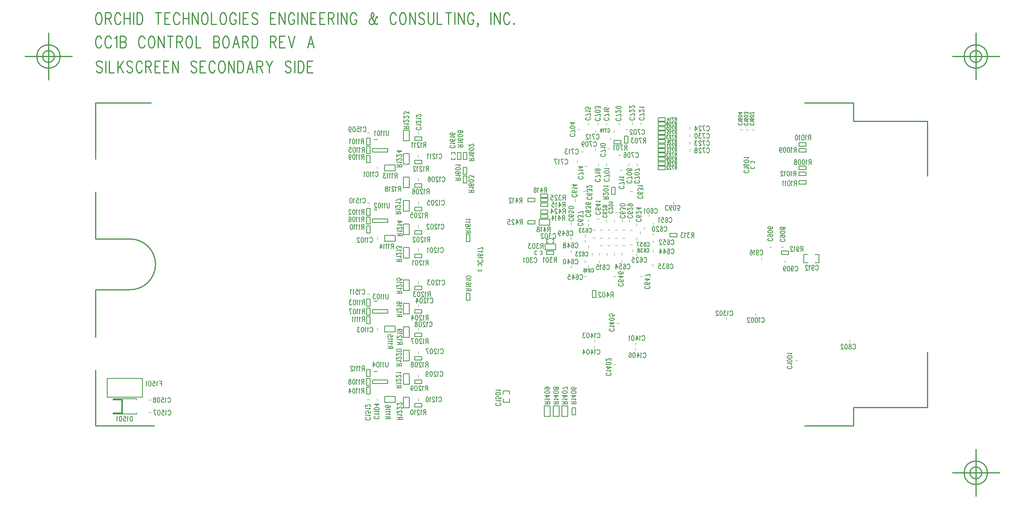
<source format=gbr>
*
*
G04 PADS 9.2 Build Number: 414666 generated Gerber (RS-274-X) file*
G04 PC Version=2.1*
*
%IN "CC1B_080118.pcb"*%
*
%MOIN*%
*
%FSLAX24Y24*%
*
*
*
*
G04 PC Standard Apertures*
*
*
G04 Thermal Relief Aperture macro.*
%AMTER*
1,1,$1,0,0*
1,0,$1-$2,0,0*
21,0,$3,$4,0,0,45*
21,0,$3,$4,0,0,135*
%
*
*
G04 Annular Aperture macro.*
%AMANN*
1,1,$1,0,0*
1,0,$2,0,0*
%
*
*
G04 Odd Aperture macro.*
%AMODD*
1,1,$1,0,0*
1,0,$1-0.005,0,0*
%
*
*
G04 PC Custom Aperture Macros*
*
*
*
*
*
*
G04 PC Aperture Table*
*
%ADD010C,0.001*%
%ADD028C,0.01*%
%ADD029C,0.007*%
%ADD032C,0.005*%
%ADD034C,0.004*%
%ADD063C,0.008*%
%ADD103C,0.006*%
*
*
*
*
G04 PC Circuitry*
G04 Layer Name CC1B_080118.pcb - circuitry*
%LPD*%
*
*
G04 PC Custom Flashes*
G04 Layer Name CC1B_080118.pcb - flashes*
%LPD*%
*
*
G04 PC Circuitry*
G04 Layer Name CC1B_080118.pcb - circuitry*
%LPD*%
*
G54D10*
G54D28*
G01X20562Y50973D02*
X20494Y51067D01*
X20494D02*
X20391Y51114D01*
X20391D02*
X20255D01*
X20153Y51067*
X20153D02*
X20085Y50973D01*
X20085D02*
Y50880D01*
X20119Y50786*
X20153Y50739*
X20221Y50692*
X20221D02*
X20425Y50598D01*
X20425D02*
X20494Y50551D01*
X20494D02*
X20528Y50505D01*
X20562Y50411*
Y50270*
X20562D02*
X20494Y50176D01*
X20494D02*
X20391Y50130D01*
X20391D02*
X20255D01*
X20153Y50176*
X20153D02*
X20085Y50270D01*
X20869Y51114D02*
Y50130D01*
X21175Y51114D02*
Y50130D01*
X21175D02*
X21585D01*
X21891Y51114D02*
Y50130D01*
X22369Y51114D02*
X21891Y50458D01*
X22062Y50692D02*
X22369Y50130D01*
X23153Y50973D02*
X23085Y51067D01*
X23085D02*
X22982Y51114D01*
X22982D02*
X22846D01*
X22744Y51067*
X22744D02*
X22675Y50973D01*
X22675D02*
Y50880D01*
X22675D02*
X22710Y50786D01*
X22744Y50739*
X22812Y50692*
X22812D02*
X23016Y50598D01*
X23016D02*
X23085Y50551D01*
X23085D02*
X23119Y50505D01*
X23153Y50411*
Y50270*
X23153D02*
X23085Y50176D01*
X23085D02*
X22982Y50130D01*
X22982D02*
X22846D01*
X22744Y50176*
X22744D02*
X22675Y50270D01*
X23971Y50880D02*
X23937Y50973D01*
X23937D02*
X23869Y51067D01*
X23869D02*
X23800Y51114D01*
X23800D02*
X23664D01*
X23664D02*
X23596Y51067D01*
X23596D02*
X23528Y50973D01*
X23528D02*
X23494Y50880D01*
X23460Y50739*
Y50505*
X23494Y50364*
X23528Y50270*
X23528D02*
X23596Y50176D01*
X23596D02*
X23664Y50130D01*
X23664D02*
X23800D01*
X23800D02*
X23869Y50176D01*
X23869D02*
X23937Y50270D01*
X23937D02*
X23971Y50364D01*
X24278Y51114D02*
Y50130D01*
Y51114D02*
X24585D01*
X24687Y51067*
X24687D02*
X24721Y51020D01*
X24721D02*
X24755Y50926D01*
X24755D02*
Y50833D01*
X24721Y50739*
X24687Y50692*
X24687D02*
X24585Y50645D01*
X24585D02*
X24278D01*
X24516D02*
X24755Y50130D01*
X25062Y51114D02*
Y50130D01*
Y51114D02*
X25505D01*
X25062Y50645D02*
X25335D01*
X25062Y50130D02*
X25505D01*
X25812Y51114D02*
Y50130D01*
Y51114D02*
X26255D01*
X25812Y50645D02*
X26085D01*
X25812Y50130D02*
X26255D01*
X26562Y51114D02*
Y50130D01*
Y51114D02*
X27039Y50130D01*
Y51114D02*
Y50130D01*
X28607Y50973D02*
X28539Y51067D01*
X28539D02*
X28437Y51114D01*
X28300*
X28300D02*
X28198Y51067D01*
X28198D02*
X28130Y50973D01*
X28130D02*
Y50880D01*
X28164Y50786*
X28164D02*
X28198Y50739D01*
X28198D02*
X28266Y50692D01*
X28266D02*
X28471Y50598D01*
X28471D02*
X28539Y50551D01*
X28539D02*
X28573Y50505D01*
X28573D02*
X28607Y50411D01*
X28607D02*
Y50270D01*
X28607D02*
X28539Y50176D01*
X28539D02*
X28437Y50130D01*
X28300*
X28300D02*
X28198Y50176D01*
X28198D02*
X28130Y50270D01*
X28914Y51114D02*
Y50130D01*
Y51114D02*
X29357D01*
X28914Y50645D02*
X29187D01*
X28914Y50130D02*
X29357D01*
X30175Y50880D02*
X30141Y50973D01*
X30141D02*
X30073Y51067D01*
X30073D02*
X30005Y51114D01*
X29869*
X29800Y51067*
X29800D02*
X29732Y50973D01*
X29732D02*
X29698Y50880D01*
X29698D02*
X29664Y50739D01*
X29664D02*
Y50505D01*
X29664D02*
X29698Y50364D01*
X29698D02*
X29732Y50270D01*
X29732D02*
X29800Y50176D01*
X29800D02*
X29869Y50130D01*
X30005*
X30073Y50176*
X30073D02*
X30141Y50270D01*
X30141D02*
X30175Y50364D01*
X30687Y51114D02*
X30619Y51067D01*
X30619D02*
X30550Y50973D01*
X30550D02*
X30516Y50880D01*
X30516D02*
X30482Y50739D01*
X30482D02*
Y50505D01*
X30482D02*
X30516Y50364D01*
X30516D02*
X30550Y50270D01*
X30550D02*
X30619Y50176D01*
X30619D02*
X30687Y50130D01*
X30823*
X30823D02*
X30891Y50176D01*
X30891D02*
X30960Y50270D01*
X30960D02*
X30994Y50364D01*
X31028Y50505*
Y50739*
X30994Y50880*
X30960Y50973*
X30960D02*
X30891Y51067D01*
X30891D02*
X30823Y51114D01*
X30823D02*
X30687D01*
X31335D02*
Y50130D01*
Y51114D02*
X31812Y50130D01*
Y51114D02*
Y50130D01*
X32119Y51114D02*
Y50130D01*
Y51114D02*
X32357D01*
X32357D02*
X32460Y51067D01*
X32460D02*
X32528Y50973D01*
X32528D02*
X32562Y50880D01*
X32596Y50739*
Y50505*
X32562Y50364*
X32528Y50270*
X32528D02*
X32460Y50176D01*
X32460D02*
X32357Y50130D01*
X32357D02*
X32119D01*
X33175Y51114D02*
X32903Y50130D01*
X33175Y51114D02*
X33448Y50130D01*
X33005Y50458D02*
X33346D01*
X33755Y51114D02*
Y50130D01*
Y51114D02*
X34062D01*
X34164Y51067*
X34164D02*
X34198Y51020D01*
X34198D02*
X34232Y50926D01*
X34232D02*
Y50833D01*
X34232D02*
X34198Y50739D01*
X34198D02*
X34164Y50692D01*
X34164D02*
X34062Y50645D01*
X34062D02*
X33755D01*
X33994D02*
X34232Y50130D01*
X34539Y51114D02*
X34812Y50645D01*
X34812D02*
Y50130D01*
X35085Y51114D02*
X34812Y50645D01*
X36653Y50973D02*
X36585Y51067D01*
X36585D02*
X36482Y51114D01*
X36482D02*
X36346D01*
X36244Y51067*
X36244D02*
X36175Y50973D01*
X36175D02*
Y50880D01*
X36175D02*
X36210Y50786D01*
X36244Y50739*
X36312Y50692*
X36312D02*
X36516Y50598D01*
X36516D02*
X36585Y50551D01*
X36585D02*
X36619Y50505D01*
X36653Y50411*
Y50270*
X36653D02*
X36585Y50176D01*
X36585D02*
X36482Y50130D01*
X36482D02*
X36346D01*
X36244Y50176*
X36244D02*
X36175Y50270D01*
X36960Y51114D02*
Y50130D01*
X37266Y51114D02*
Y50130D01*
Y51114D02*
X37505D01*
X37607Y51067*
X37607D02*
X37675Y50973D01*
X37675D02*
X37710Y50880D01*
X37744Y50739*
Y50505*
X37710Y50364*
X37675Y50270*
X37675D02*
X37607Y50176D01*
X37607D02*
X37505Y50130D01*
X37266*
X38050Y51114D02*
Y50130D01*
Y51114D02*
X38494D01*
X38050Y50645D02*
X38323D01*
X38050Y50130D02*
X38494D01*
X20511Y53000D02*
X20477Y53093D01*
X20477D02*
X20409Y53187D01*
X20409D02*
X20340Y53234D01*
X20340D02*
X20204D01*
X20204D02*
X20136Y53187D01*
X20136D02*
X20068Y53093D01*
X20068D02*
X20034Y53000D01*
X20000Y52859*
Y52625*
X20034Y52484*
X20068Y52390*
X20068D02*
X20136Y52296D01*
X20136D02*
X20204Y52250D01*
X20204D02*
X20340D01*
X20340D02*
X20409Y52296D01*
X20409D02*
X20477Y52390D01*
X20477D02*
X20511Y52484D01*
X21329Y53000D02*
X21295Y53093D01*
X21295D02*
X21227Y53187D01*
X21227D02*
X21159Y53234D01*
X21022*
X21022D02*
X20954Y53187D01*
X20954D02*
X20886Y53093D01*
X20886D02*
X20852Y53000D01*
X20818Y52859*
Y52625*
X20852Y52484*
X20886Y52390*
X20886D02*
X20954Y52296D01*
X20954D02*
X21022Y52250D01*
X21022D02*
X21159D01*
X21227Y52296*
X21227D02*
X21295Y52390D01*
X21295D02*
X21329Y52484D01*
X21636Y53046D02*
X21704Y53093D01*
X21704D02*
X21806Y53234D01*
X21806D02*
Y52250D01*
X22113Y53234D02*
Y52250D01*
Y53234D02*
X22420D01*
X22522Y53187*
X22522D02*
X22556Y53140D01*
X22556D02*
X22590Y53046D01*
X22590D02*
Y52953D01*
X22590D02*
X22556Y52859D01*
X22556D02*
X22522Y52812D01*
X22522D02*
X22420Y52765D01*
X22113D02*
X22420D01*
X22420D02*
X22522Y52718D01*
X22522D02*
X22556Y52671D01*
X22556D02*
X22590Y52578D01*
X22590D02*
Y52437D01*
X22590D02*
X22556Y52343D01*
X22556D02*
X22522Y52296D01*
X22522D02*
X22420Y52250D01*
X22113*
X24193Y53000D02*
X24159Y53093D01*
X24159D02*
X24090Y53187D01*
X24090D02*
X24022Y53234D01*
X24022D02*
X23886D01*
X23818Y53187*
X23818D02*
X23750Y53093D01*
X23750D02*
X23715Y53000D01*
X23715D02*
X23681Y52859D01*
X23681D02*
Y52625D01*
X23681D02*
X23715Y52484D01*
X23715D02*
X23750Y52390D01*
X23750D02*
X23818Y52296D01*
X23818D02*
X23886Y52250D01*
X24022*
X24022D02*
X24090Y52296D01*
X24090D02*
X24159Y52390D01*
X24159D02*
X24193Y52484D01*
X24704Y53234D02*
X24636Y53187D01*
X24636D02*
X24568Y53093D01*
X24568D02*
X24534Y53000D01*
X24500Y52859*
Y52625*
X24534Y52484*
X24568Y52390*
X24568D02*
X24636Y52296D01*
X24636D02*
X24704Y52250D01*
X24704D02*
X24840D01*
X24840D02*
X24909Y52296D01*
X24909D02*
X24977Y52390D01*
X24977D02*
X25011Y52484D01*
X25045Y52625*
Y52859*
X25011Y53000*
X24977Y53093*
X24977D02*
X24909Y53187D01*
X24909D02*
X24840Y53234D01*
X24840D02*
X24704D01*
X25352D02*
Y52250D01*
Y53234D02*
X25829Y52250D01*
Y53234D02*
Y52250D01*
X26375Y53234D02*
Y52250D01*
X26136Y53234D02*
X26613D01*
X26920D02*
Y52250D01*
Y53234D02*
X27227D01*
X27329Y53187*
X27329D02*
X27363Y53140D01*
X27363D02*
X27397Y53046D01*
X27397D02*
Y52953D01*
X27397D02*
X27363Y52859D01*
X27363D02*
X27329Y52812D01*
X27329D02*
X27227Y52765D01*
X27227D02*
X26920D01*
X27159D02*
X27397Y52250D01*
X27909Y53234D02*
X27840Y53187D01*
X27840D02*
X27772Y53093D01*
X27772D02*
X27738Y53000D01*
X27738D02*
X27704Y52859D01*
X27704D02*
Y52625D01*
X27704D02*
X27738Y52484D01*
X27738D02*
X27772Y52390D01*
X27772D02*
X27840Y52296D01*
X27840D02*
X27909Y52250D01*
X28045*
X28113Y52296*
X28113D02*
X28181Y52390D01*
X28181D02*
X28215Y52484D01*
X28215D02*
X28250Y52625D01*
Y52859*
X28215Y53000*
X28215D02*
X28181Y53093D01*
X28181D02*
X28113Y53187D01*
X28113D02*
X28045Y53234D01*
X27909*
X28556D02*
Y52250D01*
X28556D02*
X28965D01*
X30056Y53234D02*
Y52250D01*
Y53234D02*
X30363D01*
X30363D02*
X30465Y53187D01*
X30465D02*
X30500Y53140D01*
X30500D02*
X30534Y53046D01*
X30534D02*
Y52953D01*
X30500Y52859*
X30465Y52812*
X30465D02*
X30363Y52765D01*
X30056D02*
X30363D01*
X30363D02*
X30465Y52718D01*
X30465D02*
X30500Y52671D01*
X30500D02*
X30534Y52578D01*
Y52437*
X30534D02*
X30500Y52343D01*
X30500D02*
X30465Y52296D01*
X30465D02*
X30363Y52250D01*
X30363D02*
X30056D01*
X31045Y53234D02*
X30977Y53187D01*
X30977D02*
X30909Y53093D01*
X30909D02*
X30875Y53000D01*
X30840Y52859*
X30840D02*
Y52625D01*
X30840D02*
X30875Y52484D01*
X30909Y52390*
X30909D02*
X30977Y52296D01*
X30977D02*
X31045Y52250D01*
X31181*
X31181D02*
X31250Y52296D01*
X31250D02*
X31318Y52390D01*
X31318D02*
X31352Y52484D01*
X31386Y52625*
Y52859*
X31352Y53000*
X31318Y53093*
X31318D02*
X31250Y53187D01*
X31250D02*
X31181Y53234D01*
X31181D02*
X31045D01*
X31965D02*
X31693Y52250D01*
X31965Y53234D02*
X32238Y52250D01*
X31795Y52578D02*
X32136D01*
X32545Y53234D02*
Y52250D01*
Y53234D02*
X32852D01*
X32954Y53187*
X32954D02*
X32988Y53140D01*
X32988D02*
X33022Y53046D01*
X33022D02*
Y52953D01*
X33022D02*
X32988Y52859D01*
X32988D02*
X32954Y52812D01*
X32954D02*
X32852Y52765D01*
X32852D02*
X32545D01*
X32784D02*
X33022Y52250D01*
X33329Y53234D02*
Y52250D01*
Y53234D02*
X33568D01*
X33670Y53187*
X33670D02*
X33738Y53093D01*
X33738D02*
X33772Y53000D01*
X33772D02*
X33806Y52859D01*
X33806D02*
Y52625D01*
X33806D02*
X33772Y52484D01*
X33772D02*
X33738Y52390D01*
X33738D02*
X33670Y52296D01*
X33670D02*
X33568Y52250D01*
X33329*
X34897Y53234D02*
Y52250D01*
Y53234D02*
X35204D01*
X35204D02*
X35306Y53187D01*
X35306D02*
X35340Y53140D01*
X35340D02*
X35375Y53046D01*
X35375D02*
Y52953D01*
X35340Y52859*
X35340D02*
X35306Y52812D01*
X35306D02*
X35204Y52765D01*
X35204D02*
X34897D01*
X35136D02*
X35375Y52250D01*
X35681Y53234D02*
Y52250D01*
Y53234D02*
X36125D01*
X35681Y52765D02*
X35954D01*
X35681Y52250D02*
X36125D01*
X36431Y53234D02*
X36704Y52250D01*
X36977Y53234D02*
X36704Y52250D01*
X38340Y53234D02*
X38068Y52250D01*
X38340Y53234D02*
X38613Y52250D01*
X38170Y52578D02*
X38511D01*
X20204Y55234D02*
X20136Y55187D01*
X20136D02*
X20068Y55093D01*
X20068D02*
X20034Y55000D01*
X20000Y54859*
Y54625*
X20034Y54484*
X20068Y54390*
X20068D02*
X20136Y54296D01*
X20136D02*
X20204Y54250D01*
X20204D02*
X20340D01*
X20340D02*
X20409Y54296D01*
X20409D02*
X20477Y54390D01*
X20477D02*
X20511Y54484D01*
X20545Y54625*
Y54859*
X20511Y55000*
X20477Y55093*
X20477D02*
X20409Y55187D01*
X20409D02*
X20340Y55234D01*
X20340D02*
X20204D01*
X20852D02*
Y54250D01*
Y55234D02*
X21159D01*
X21261Y55187*
X21261D02*
X21295Y55140D01*
X21295D02*
X21329Y55046D01*
X21329D02*
Y54953D01*
X21329D02*
X21295Y54859D01*
X21261Y54812*
X21261D02*
X21159Y54765D01*
X21159D02*
X20852D01*
X21090D02*
X21329Y54250D01*
X22147Y55000D02*
X22113Y55093D01*
X22113D02*
X22045Y55187D01*
X22045D02*
X21977Y55234D01*
X21840*
X21840D02*
X21772Y55187D01*
X21772D02*
X21704Y55093D01*
X21704D02*
X21670Y55000D01*
X21636Y54859*
Y54625*
X21670Y54484*
X21704Y54390*
X21704D02*
X21772Y54296D01*
X21772D02*
X21840Y54250D01*
X21840D02*
X21977D01*
X22045Y54296*
X22045D02*
X22113Y54390D01*
X22113D02*
X22147Y54484D01*
X22454Y55234D02*
Y54250D01*
X22931Y55234D02*
Y54250D01*
X22454Y54765D02*
X22931D01*
X23238Y55234D02*
Y54250D01*
X23545Y55234D02*
Y54250D01*
Y55234D02*
X23784D01*
X23886Y55187*
X23886D02*
X23954Y55093D01*
X23954D02*
X23988Y55000D01*
X23988D02*
X24022Y54859D01*
X24022D02*
Y54625D01*
X24022D02*
X23988Y54484D01*
X23988D02*
X23954Y54390D01*
X23954D02*
X23886Y54296D01*
X23886D02*
X23784Y54250D01*
X23545*
X25352Y55234D02*
Y54250D01*
X25113Y55234D02*
X25590D01*
X25897D02*
Y54250D01*
Y55234D02*
X26340D01*
X25897Y54765D02*
X26170D01*
X25897Y54250D02*
X26340D01*
X27159Y55000D02*
X27125Y55093D01*
X27125D02*
X27056Y55187D01*
X27056D02*
X26988Y55234D01*
X26988D02*
X26852D01*
X26784Y55187*
X26784D02*
X26715Y55093D01*
X26715D02*
X26681Y55000D01*
X26681D02*
X26647Y54859D01*
X26647D02*
Y54625D01*
X26647D02*
X26681Y54484D01*
X26681D02*
X26715Y54390D01*
X26715D02*
X26784Y54296D01*
X26784D02*
X26852Y54250D01*
X26988*
X26988D02*
X27056Y54296D01*
X27056D02*
X27125Y54390D01*
X27125D02*
X27159Y54484D01*
X27465Y55234D02*
Y54250D01*
X27943Y55234D02*
Y54250D01*
X27465Y54765D02*
X27943D01*
X28250Y55234D02*
Y54250D01*
Y55234D02*
X28727Y54250D01*
Y55234D02*
Y54250D01*
X29238Y55234D02*
X29170Y55187D01*
X29170D02*
X29102Y55093D01*
X29102D02*
X29068Y55000D01*
X29034Y54859*
Y54625*
X29068Y54484*
X29102Y54390*
X29102D02*
X29170Y54296D01*
X29170D02*
X29238Y54250D01*
X29238D02*
X29375D01*
X29443Y54296*
X29443D02*
X29511Y54390D01*
X29511D02*
X29545Y54484D01*
X29579Y54625*
X29579D02*
Y54859D01*
X29579D02*
X29545Y55000D01*
X29511Y55093*
X29511D02*
X29443Y55187D01*
X29443D02*
X29375Y55234D01*
X29238*
X29886D02*
Y54250D01*
X30295*
X30806Y55234D02*
X30738Y55187D01*
X30738D02*
X30670Y55093D01*
X30670D02*
X30636Y55000D01*
X30602Y54859*
Y54625*
X30636Y54484*
X30670Y54390*
X30670D02*
X30738Y54296D01*
X30738D02*
X30806Y54250D01*
X30806D02*
X30943D01*
X31011Y54296*
X31011D02*
X31079Y54390D01*
X31079D02*
X31113Y54484D01*
X31113D02*
X31147Y54625D01*
X31147D02*
Y54859D01*
X31147D02*
X31113Y55000D01*
X31113D02*
X31079Y55093D01*
X31079D02*
X31011Y55187D01*
X31011D02*
X30943Y55234D01*
X30806*
X31965Y55000D02*
X31931Y55093D01*
X31931D02*
X31863Y55187D01*
X31863D02*
X31795Y55234D01*
X31659*
X31590Y55187*
X31590D02*
X31522Y55093D01*
X31522D02*
X31488Y55000D01*
X31488D02*
X31454Y54859D01*
X31454D02*
Y54625D01*
X31454D02*
X31488Y54484D01*
X31488D02*
X31522Y54390D01*
X31522D02*
X31590Y54296D01*
X31590D02*
X31659Y54250D01*
X31795*
X31863Y54296*
X31863D02*
X31931Y54390D01*
X31931D02*
X31965Y54484D01*
X31965D02*
Y54625D01*
X31795D02*
X31965D01*
X32272Y55234D02*
Y54250D01*
X32579Y55234D02*
Y54250D01*
Y55234D02*
X33022D01*
X32579Y54765D02*
X32852D01*
X32579Y54250D02*
X33022D01*
X33806Y55093D02*
X33738Y55187D01*
X33738D02*
X33636Y55234D01*
X33500*
X33397Y55187*
X33397D02*
X33329Y55093D01*
X33329D02*
Y55000D01*
X33329D02*
X33363Y54906D01*
X33363D02*
X33397Y54859D01*
X33397D02*
X33465Y54812D01*
X33465D02*
X33670Y54718D01*
X33670D02*
X33738Y54671D01*
X33738D02*
X33772Y54625D01*
X33772D02*
X33806Y54531D01*
X33806D02*
Y54390D01*
X33806D02*
X33738Y54296D01*
X33738D02*
X33636Y54250D01*
X33500*
X33397Y54296*
X33397D02*
X33329Y54390D01*
X34897Y55234D02*
Y54250D01*
Y55234D02*
X35340D01*
X34897Y54765D02*
X35170D01*
X34897Y54250D02*
X35340D01*
X35647Y55234D02*
Y54250D01*
Y55234D02*
X36125Y54250D01*
Y55234D02*
Y54250D01*
X36943Y55000D02*
X36909Y55093D01*
X36909D02*
X36840Y55187D01*
X36840D02*
X36772Y55234D01*
X36772D02*
X36636D01*
X36568Y55187*
X36568D02*
X36500Y55093D01*
X36500D02*
X36465Y55000D01*
X36465D02*
X36431Y54859D01*
X36431D02*
Y54625D01*
X36431D02*
X36465Y54484D01*
X36465D02*
X36500Y54390D01*
X36500D02*
X36568Y54296D01*
X36568D02*
X36636Y54250D01*
X36772*
X36772D02*
X36840Y54296D01*
X36840D02*
X36909Y54390D01*
X36909D02*
X36943Y54484D01*
Y54625*
X36772D02*
X36943D01*
X37250Y55234D02*
Y54250D01*
X37556Y55234D02*
Y54250D01*
Y55234D02*
X38034Y54250D01*
Y55234D02*
Y54250D01*
X38340Y55234D02*
Y54250D01*
Y55234D02*
X38784D01*
X38340Y54765D02*
X38613D01*
X38340Y54250D02*
X38784D01*
X39090Y55234D02*
Y54250D01*
Y55234D02*
X39534D01*
X39090Y54765D02*
X39363D01*
X39090Y54250D02*
X39534D01*
X39840Y55234D02*
Y54250D01*
Y55234D02*
X40147D01*
X40147D02*
X40250Y55187D01*
X40250D02*
X40284Y55140D01*
X40284D02*
X40318Y55046D01*
X40318D02*
Y54953D01*
X40284Y54859*
X40250Y54812*
X40250D02*
X40147Y54765D01*
X40147D02*
X39840D01*
X40079D02*
X40318Y54250D01*
X40625Y55234D02*
Y54250D01*
X40931Y55234D02*
Y54250D01*
Y55234D02*
X41409Y54250D01*
Y55234D02*
Y54250D01*
X42227Y55000D02*
X42193Y55093D01*
X42193D02*
X42125Y55187D01*
X42125D02*
X42056Y55234D01*
X42056D02*
X41920D01*
X41852Y55187*
X41852D02*
X41784Y55093D01*
X41784D02*
X41750Y55000D01*
X41715Y54859*
X41715D02*
Y54625D01*
X41715D02*
X41750Y54484D01*
X41784Y54390*
X41784D02*
X41852Y54296D01*
X41852D02*
X41920Y54250D01*
X42056*
X42056D02*
X42125Y54296D01*
X42125D02*
X42193Y54390D01*
X42193D02*
X42227Y54484D01*
Y54625*
X42056D02*
X42227D01*
X44000Y54812D02*
Y54859D01*
X43965Y54906*
X43965D02*
X43931D01*
X43931D02*
X43897Y54859D01*
X43897D02*
X43863Y54765D01*
X43863D02*
X43795Y54531D01*
X43727Y54390*
X43727D02*
X43659Y54296D01*
X43659D02*
X43590Y54250D01*
X43590D02*
X43454D01*
X43454D02*
X43386Y54296D01*
X43386D02*
X43352Y54343D01*
X43352D02*
X43318Y54437D01*
X43318D02*
Y54531D01*
X43352Y54625*
X43386Y54671*
X43386D02*
X43625Y54859D01*
X43659Y54906*
X43693Y55000*
Y55093*
X43693D02*
X43659Y55187D01*
X43659D02*
X43590Y55234D01*
X43590D02*
X43522Y55187D01*
X43522D02*
X43488Y55093D01*
X43488D02*
Y55000D01*
X43488D02*
X43522Y54859D01*
X43522D02*
X43590Y54718D01*
X43590D02*
X43761Y54390D01*
X43761D02*
X43829Y54296D01*
X43829D02*
X43897Y54250D01*
X43897D02*
X43965D01*
X43965D02*
X44000Y54296D01*
X44000D02*
Y54343D01*
X45602Y55000D02*
X45568Y55093D01*
X45568D02*
X45500Y55187D01*
X45500D02*
X45431Y55234D01*
X45431D02*
X45295D01*
X45227Y55187*
X45227D02*
X45159Y55093D01*
X45159D02*
X45125Y55000D01*
X45090Y54859*
X45090D02*
Y54625D01*
X45090D02*
X45125Y54484D01*
X45159Y54390*
X45159D02*
X45227Y54296D01*
X45227D02*
X45295Y54250D01*
X45431*
X45431D02*
X45500Y54296D01*
X45500D02*
X45568Y54390D01*
X45568D02*
X45602Y54484D01*
X46113Y55234D02*
X46045Y55187D01*
X46045D02*
X45977Y55093D01*
X45977D02*
X45943Y55000D01*
X45909Y54859*
Y54625*
X45943Y54484*
X45977Y54390*
X45977D02*
X46045Y54296D01*
X46045D02*
X46113Y54250D01*
X46113D02*
X46250D01*
X46318Y54296*
X46318D02*
X46386Y54390D01*
X46386D02*
X46420Y54484D01*
X46454Y54625*
X46454D02*
Y54859D01*
X46454D02*
X46420Y55000D01*
X46386Y55093*
X46386D02*
X46318Y55187D01*
X46318D02*
X46250Y55234D01*
X46113*
X46761D02*
Y54250D01*
Y55234D02*
X47238Y54250D01*
Y55234D02*
Y54250D01*
X48022Y55093D02*
X47954Y55187D01*
X47954D02*
X47852Y55234D01*
X47715*
X47715D02*
X47613Y55187D01*
X47613D02*
X47545Y55093D01*
X47545D02*
Y55000D01*
X47579Y54906*
X47579D02*
X47613Y54859D01*
X47613D02*
X47681Y54812D01*
X47681D02*
X47886Y54718D01*
X47886D02*
X47954Y54671D01*
X47954D02*
X47988Y54625D01*
X47988D02*
X48022Y54531D01*
X48022D02*
Y54390D01*
X48022D02*
X47954Y54296D01*
X47954D02*
X47852Y54250D01*
X47715*
X47715D02*
X47613Y54296D01*
X47613D02*
X47545Y54390D01*
X48329Y55234D02*
Y54531D01*
X48329D02*
X48363Y54390D01*
X48363D02*
X48431Y54296D01*
X48431D02*
X48534Y54250D01*
X48602*
X48704Y54296*
X48704D02*
X48772Y54390D01*
X48772D02*
X48806Y54531D01*
X48806D02*
Y55234D01*
X49113D02*
Y54250D01*
X49113D02*
X49522D01*
X50068Y55234D02*
Y54250D01*
X49829Y55234D02*
X50306D01*
X50613D02*
Y54250D01*
X50920Y55234D02*
Y54250D01*
Y55234D02*
X51397Y54250D01*
Y55234D02*
Y54250D01*
X52215Y55000D02*
X52181Y55093D01*
X52181D02*
X52113Y55187D01*
X52113D02*
X52045Y55234D01*
X51909*
X51840Y55187*
X51840D02*
X51772Y55093D01*
X51772D02*
X51738Y55000D01*
X51738D02*
X51704Y54859D01*
X51704D02*
Y54625D01*
X51704D02*
X51738Y54484D01*
X51738D02*
X51772Y54390D01*
X51772D02*
X51840Y54296D01*
X51840D02*
X51909Y54250D01*
X52045*
X52113Y54296*
X52113D02*
X52181Y54390D01*
X52181D02*
X52215Y54484D01*
X52215D02*
Y54625D01*
X52045D02*
X52215D01*
X52590Y54296D02*
X52556Y54250D01*
X52556D02*
X52522Y54296D01*
X52522D02*
X52556Y54343D01*
X52556D02*
X52590Y54296D01*
X52590D02*
Y54203D01*
X52590D02*
X52556Y54109D01*
X52556D02*
X52522Y54062D01*
X53681Y55234D02*
Y54250D01*
X53988Y55234D02*
Y54250D01*
Y55234D02*
X54465Y54250D01*
Y55234D02*
Y54250D01*
X55284Y55000D02*
X55250Y55093D01*
X55250D02*
X55181Y55187D01*
X55181D02*
X55113Y55234D01*
X55113D02*
X54977D01*
X54909Y55187*
X54909D02*
X54840Y55093D01*
X54840D02*
X54806Y55000D01*
X54806D02*
X54772Y54859D01*
X54772D02*
Y54625D01*
X54772D02*
X54806Y54484D01*
X54806D02*
X54840Y54390D01*
X54840D02*
X54909Y54296D01*
X54909D02*
X54977Y54250D01*
X55113*
X55113D02*
X55181Y54296D01*
X55181D02*
X55250Y54390D01*
X55250D02*
X55284Y54484D01*
X55625Y54343D02*
X55590Y54296D01*
X55590D02*
X55625Y54250D01*
X55659Y54296*
X55659D02*
X55625Y54343D01*
X17000Y51500D02*
G75*
G03X17000I-1000J0D01*
G01X16500D02*
G03X16500I-500J0D01*
G01X16000Y53500D02*
Y49500D01*
X14000Y51500D02*
X18000D01*
X96000D02*
G03X96000I-1000J0D01*
G01X95500D02*
G03X95500I-500J0D01*
G01X95000Y53500D02*
Y49500D01*
X93000Y51500D02*
X97000D01*
X96000Y16000D02*
G03X96000I-1000J0D01*
G01X95500D02*
G03X95500I-500J0D01*
G01X95000Y18000D02*
Y14000D01*
X93000Y16000D02*
X97000D01*
X25000Y20000D02*
X20000D01*
Y24750*
Y42750D02*
Y47560D01*
X24750*
X80410Y47559D02*
X84565D01*
Y45985*
X90865*
Y41300*
X80403Y20000D02*
X84568D01*
Y21573*
X90867*
Y26270*
X20000Y27596D02*
Y31614D01*
X22950*
G03X22949Y35940I7J2163*
G01X22950D02*
X20000D01*
Y39956*
G54D29*
X75575Y41796D02*
X75615Y41781D01*
X75615D02*
X75656Y41752D01*
X75676Y41722*
X75676D02*
Y41663D01*
X75676D02*
X75656Y41634D01*
X75615Y41604*
X75615D02*
X75575Y41589D01*
X75575D02*
X75514Y41575D01*
X75412*
X75412D02*
X75351Y41589D01*
X75351D02*
X75310Y41604D01*
X75310D02*
X75270Y41634D01*
X75250Y41663*
X75250D02*
Y41722D01*
X75250D02*
X75270Y41752D01*
X75310Y41781*
X75310D02*
X75351Y41796D01*
X75595Y41929D02*
X75615Y41959D01*
X75615D02*
X75676Y42003D01*
X75676D02*
X75250D01*
X75615Y42313D02*
X75656Y42298D01*
X75656D02*
X75676Y42254D01*
X75676D02*
Y42225D01*
X75676D02*
X75656Y42180D01*
X75656D02*
X75595Y42151D01*
X75493Y42136*
X75493D02*
X75392D01*
X75310Y42151*
X75310D02*
X75270Y42180D01*
X75270D02*
X75250Y42225D01*
Y42239*
X75250D02*
X75270Y42284D01*
X75310Y42313*
X75310D02*
X75371Y42328D01*
X75371D02*
X75392D01*
X75453Y42313*
X75453D02*
X75493Y42284D01*
X75493D02*
X75514Y42239D01*
X75514D02*
Y42225D01*
X75493Y42180*
X75493D02*
X75453Y42151D01*
X75392Y42136*
X75676Y42550D02*
X75656Y42505D01*
X75656D02*
X75595Y42476D01*
X75493Y42461*
X75493D02*
X75432D01*
X75432D02*
X75331Y42476D01*
X75270Y42505*
X75270D02*
X75250Y42550D01*
Y42579*
X75250D02*
X75270Y42623D01*
X75270D02*
X75331Y42653D01*
X75432Y42668*
X75432D02*
X75493D01*
X75493D02*
X75595Y42653D01*
X75656Y42623*
X75656D02*
X75676Y42579D01*
X75676D02*
Y42550D01*
X75595Y42801D02*
X75615Y42830D01*
X75615D02*
X75676Y42875D01*
X75676D02*
X75250D01*
X50525Y43921D02*
X50565Y43906D01*
X50565D02*
X50606Y43877D01*
X50626Y43847*
X50626D02*
Y43788D01*
X50626D02*
X50606Y43759D01*
X50565Y43729*
X50565D02*
X50525Y43714D01*
X50525D02*
X50464Y43700D01*
X50362*
X50362D02*
X50301Y43714D01*
X50301D02*
X50260Y43729D01*
X50260D02*
X50220Y43759D01*
X50200Y43788*
X50200D02*
Y43847D01*
X50200D02*
X50220Y43877D01*
X50260Y43906*
X50260D02*
X50301Y43921D01*
X50545Y44054D02*
X50565Y44084D01*
X50565D02*
X50626Y44128D01*
X50626D02*
X50200D01*
X50565Y44438D02*
X50606Y44423D01*
X50606D02*
X50626Y44379D01*
X50626D02*
Y44350D01*
X50626D02*
X50606Y44305D01*
X50606D02*
X50545Y44276D01*
X50443Y44261*
X50443D02*
X50342D01*
X50260Y44276*
X50260D02*
X50220Y44305D01*
X50220D02*
X50200Y44350D01*
Y44364*
X50200D02*
X50220Y44409D01*
X50260Y44438*
X50260D02*
X50321Y44453D01*
X50321D02*
X50342D01*
X50403Y44438*
X50403D02*
X50443Y44409D01*
X50443D02*
X50464Y44364D01*
X50464D02*
Y44350D01*
X50443Y44305*
X50443D02*
X50403Y44276D01*
X50342Y44261*
X50545Y44586D02*
X50565Y44615D01*
X50565D02*
X50626Y44660D01*
X50626D02*
X50200D01*
X50565Y44970D02*
X50606Y44955D01*
X50606D02*
X50626Y44911D01*
X50626D02*
Y44881D01*
X50626D02*
X50606Y44837D01*
X50606D02*
X50545Y44808D01*
X50443Y44793*
X50443D02*
X50342D01*
X50260Y44808*
X50260D02*
X50220Y44837D01*
X50220D02*
X50200Y44881D01*
X50200D02*
Y44896D01*
X50200D02*
X50220Y44940D01*
X50220D02*
X50260Y44970D01*
X50260D02*
X50321Y44985D01*
X50321D02*
X50342D01*
X50403Y44970*
X50443Y44940*
X50443D02*
X50464Y44896D01*
X50464D02*
Y44881D01*
X50464D02*
X50443Y44837D01*
X50443D02*
X50403Y44808D01*
X50342Y44793*
X52900Y34146D02*
X52940Y34131D01*
X52940D02*
X52981Y34102D01*
X53001Y34072*
X53001D02*
Y34013D01*
X53001D02*
X52981Y33984D01*
X52940Y33954*
X52940D02*
X52900Y33939D01*
X52900D02*
X52839Y33925D01*
X52737*
X52737D02*
X52676Y33939D01*
X52676D02*
X52635Y33954D01*
X52635D02*
X52595Y33984D01*
X52575Y34013*
X52575D02*
Y34072D01*
X52575D02*
X52595Y34102D01*
X52635Y34131*
X52635D02*
X52676Y34146D01*
X52920Y34279D02*
X52940Y34309D01*
X52940D02*
X53001Y34353D01*
X53001D02*
X52575D01*
X52940Y34663D02*
X52981Y34648D01*
X52981D02*
X53001Y34604D01*
X53001D02*
Y34575D01*
X53001D02*
X52981Y34530D01*
X52981D02*
X52920Y34501D01*
X52818Y34486*
X52818D02*
X52717D01*
X52635Y34501*
X52635D02*
X52595Y34530D01*
X52595D02*
X52575Y34575D01*
Y34589*
X52575D02*
X52595Y34634D01*
X52635Y34663*
X52635D02*
X52696Y34678D01*
X52696D02*
X52717D01*
X52778Y34663*
X52778D02*
X52818Y34634D01*
X52818D02*
X52839Y34589D01*
X52839D02*
Y34575D01*
X52818Y34530*
X52818D02*
X52778Y34501D01*
X52717Y34486*
X52920Y34811D02*
X52940Y34840D01*
X52940D02*
X53001Y34885D01*
X53001D02*
X52575D01*
X53001Y35225D02*
X52575Y35077D01*
X53001Y35018D02*
Y35225D01*
X57378Y34250D02*
X57393Y34290D01*
X57393D02*
X57422Y34331D01*
X57422D02*
X57452Y34351D01*
X57452D02*
X57511D01*
X57511D02*
X57540Y34331D01*
X57540D02*
X57570Y34290D01*
X57570D02*
X57585Y34250D01*
X57600Y34189*
Y34087*
X57600D02*
X57585Y34026D01*
X57585D02*
X57570Y33985D01*
X57570D02*
X57540Y33945D01*
X57540D02*
X57511Y33925D01*
X57452*
X57422Y33945*
X57422D02*
X57393Y33985D01*
X57393D02*
X57378Y34026D01*
X57215Y34351D02*
X57053D01*
X57053D02*
X57142Y34189D01*
X57097*
X57097D02*
X57068Y34168D01*
X57068D02*
X57053Y34148D01*
X57038Y34087*
X57038D02*
Y34046D01*
X57038D02*
X57053Y33985D01*
X57053D02*
X57083Y33945D01*
X57127Y33925*
X57171*
X57171D02*
X57215Y33945D01*
X57215D02*
X57230Y33965D01*
X57230D02*
X57245Y34006D01*
X56817Y34351D02*
X56861Y34331D01*
X56890Y34270*
X56890D02*
X56905Y34168D01*
X56905D02*
Y34107D01*
X56905D02*
X56890Y34006D01*
X56890D02*
X56861Y33945D01*
X56817Y33925*
X56787*
X56787D02*
X56743Y33945D01*
X56713Y34006*
X56713D02*
X56698Y34107D01*
X56698D02*
Y34168D01*
X56698D02*
X56713Y34270D01*
X56713D02*
X56743Y34331D01*
X56787Y34351*
X56787D02*
X56817D01*
X56565Y34270D02*
X56536Y34290D01*
X56536D02*
X56492Y34351D01*
X56492D02*
Y33925D01*
X58978Y36300D02*
X58993Y36340D01*
X58993D02*
X59022Y36381D01*
X59022D02*
X59052Y36401D01*
X59052D02*
X59111D01*
X59111D02*
X59140Y36381D01*
X59140D02*
X59170Y36340D01*
X59170D02*
X59185Y36300D01*
X59200Y36239*
Y36137*
X59200D02*
X59185Y36076D01*
X59185D02*
X59170Y36035D01*
X59170D02*
X59140Y35995D01*
X59140D02*
X59111Y35975D01*
X59052*
X59022Y35995*
X59022D02*
X58993Y36035D01*
X58993D02*
X58978Y36076D01*
X58815Y36401D02*
X58653D01*
X58653D02*
X58742Y36239D01*
X58697*
X58697D02*
X58668Y36218D01*
X58668D02*
X58653Y36198D01*
X58638Y36137*
X58638D02*
Y36096D01*
X58638D02*
X58653Y36035D01*
X58653D02*
X58683Y35995D01*
X58727Y35975*
X58771*
X58771D02*
X58815Y35995D01*
X58815D02*
X58830Y36015D01*
X58830D02*
X58845Y36056D01*
X58417Y36401D02*
X58461Y36381D01*
X58490Y36320*
X58490D02*
X58505Y36218D01*
X58505D02*
Y36157D01*
X58505D02*
X58490Y36056D01*
X58490D02*
X58461Y35995D01*
X58417Y35975*
X58387*
X58387D02*
X58343Y35995D01*
X58313Y36056*
X58313D02*
X58298Y36157D01*
X58298D02*
Y36218D01*
X58298D02*
X58313Y36320D01*
X58313D02*
X58343Y36381D01*
X58387Y36401*
X58387D02*
X58417D01*
X58151Y36300D02*
Y36320D01*
X58136Y36360*
X58136D02*
X58121Y36381D01*
X58121D02*
X58092Y36401D01*
X58092D02*
X58033D01*
X58033D02*
X58003Y36381D01*
X57988Y36360*
X57988D02*
X57973Y36320D01*
X57973D02*
Y36279D01*
X57973D02*
X57988Y36239D01*
X57988D02*
X58018Y36178D01*
X58165Y35975*
X58165D02*
X57959D01*
X54425Y21946D02*
X54465Y21931D01*
X54465D02*
X54506Y21902D01*
X54526Y21872*
X54526D02*
Y21813D01*
X54526D02*
X54506Y21784D01*
X54465Y21754*
X54465D02*
X54425Y21739D01*
X54425D02*
X54364Y21725D01*
X54262*
X54262D02*
X54201Y21739D01*
X54201D02*
X54160Y21754D01*
X54160D02*
X54120Y21784D01*
X54100Y21813*
X54100D02*
Y21872D01*
X54100D02*
X54120Y21902D01*
X54160Y21931*
X54160D02*
X54201Y21946D01*
X54445Y22079D02*
X54465Y22109D01*
X54465D02*
X54526Y22153D01*
X54526D02*
X54100D01*
X54526Y22478D02*
Y22330D01*
X54526D02*
X54343Y22315D01*
X54343D02*
X54364Y22330D01*
X54364D02*
X54384Y22375D01*
Y22419*
X54364Y22463*
X54364D02*
X54323Y22493D01*
X54262Y22508*
X54262D02*
X54221Y22493D01*
X54221D02*
X54160Y22478D01*
X54160D02*
X54120Y22448D01*
X54120D02*
X54100Y22404D01*
X54100D02*
Y22360D01*
X54120Y22315*
X54120D02*
X54140Y22301D01*
X54140D02*
X54181Y22286D01*
X54526Y22729D02*
X54506Y22685D01*
X54445Y22655*
X54445D02*
X54343Y22640D01*
X54343D02*
X54282D01*
X54282D02*
X54181Y22655D01*
X54181D02*
X54120Y22685D01*
X54100Y22729*
X54100D02*
Y22759D01*
X54120Y22803*
X54181Y22833*
X54282Y22847*
X54282D02*
X54343D01*
X54343D02*
X54445Y22833D01*
X54506Y22803*
X54526Y22759*
X54526D02*
Y22729D01*
X54445Y22980D02*
X54465Y23010D01*
X54465D02*
X54526Y23054D01*
X54526D02*
X54100D01*
X81353Y33600D02*
X81368Y33640D01*
X81368D02*
X81397Y33681D01*
X81397D02*
X81427Y33701D01*
X81427D02*
X81486D01*
X81486D02*
X81515Y33681D01*
X81515D02*
X81545Y33640D01*
X81545D02*
X81560Y33600D01*
X81575Y33539*
Y33437*
X81575D02*
X81560Y33376D01*
X81560D02*
X81545Y33335D01*
X81545D02*
X81515Y33295D01*
X81515D02*
X81486Y33275D01*
X81427*
X81397Y33295*
X81397D02*
X81368Y33335D01*
X81368D02*
X81353Y33376D01*
X81028Y33559D02*
X81043Y33498D01*
X81072Y33457*
X81072D02*
X81117Y33437D01*
X81117D02*
X81131D01*
X81131D02*
X81176Y33457D01*
X81176D02*
X81205Y33498D01*
X81205D02*
X81220Y33559D01*
Y33579*
X81220D02*
X81205Y33640D01*
X81205D02*
X81176Y33681D01*
X81131Y33701*
X81131D02*
X81117D01*
X81117D02*
X81072Y33681D01*
X81072D02*
X81043Y33640D01*
X81043D02*
X81028Y33559D01*
Y33457*
X81028D02*
X81043Y33356D01*
X81072Y33295*
X81072D02*
X81117Y33275D01*
X81146*
X81146D02*
X81190Y33295D01*
X81190D02*
X81205Y33335D01*
X80895Y33620D02*
X80865Y33640D01*
X80865D02*
X80821Y33701D01*
X80821D02*
Y33275D01*
X80673Y33600D02*
Y33620D01*
X80673D02*
X80659Y33660D01*
X80659D02*
X80644Y33681D01*
X80614Y33701*
X80614D02*
X80555D01*
X80555D02*
X80526Y33681D01*
X80511Y33660*
X80511D02*
X80496Y33620D01*
X80496D02*
Y33579D01*
X80496D02*
X80511Y33539D01*
X80540Y33478*
X80540D02*
X80688Y33275D01*
X80688D02*
X80481D01*
X79250Y25096D02*
X79290Y25081D01*
X79290D02*
X79331Y25052D01*
X79351Y25022*
X79351D02*
Y24963D01*
X79351D02*
X79331Y24934D01*
X79290Y24904*
X79290D02*
X79250Y24889D01*
X79250D02*
X79189Y24875D01*
X79087*
X79087D02*
X79026Y24889D01*
X79026D02*
X78985Y24904D01*
X78985D02*
X78945Y24934D01*
X78925Y24963*
X78925D02*
Y25022D01*
X78925D02*
X78945Y25052D01*
X78985Y25081*
X78985D02*
X79026Y25096D01*
X79270Y25229D02*
X79290Y25259D01*
X79290D02*
X79351Y25303D01*
X79351D02*
X78925D01*
X79351Y25525D02*
X79331Y25480D01*
X79331D02*
X79270Y25451D01*
X79168Y25436*
X79168D02*
X79107D01*
X79107D02*
X79006Y25451D01*
X78945Y25480*
X78945D02*
X78925Y25525D01*
Y25554*
X78925D02*
X78945Y25598D01*
X78945D02*
X79006Y25628D01*
X79107Y25643*
X79107D02*
X79168D01*
X79168D02*
X79270Y25628D01*
X79331Y25598*
X79331D02*
X79351Y25554D01*
X79351D02*
Y25525D01*
Y25864D02*
X79331Y25820D01*
X79270Y25790*
X79270D02*
X79168Y25776D01*
X79168D02*
X79107D01*
X79107D02*
X79006Y25790D01*
X79006D02*
X78945Y25820D01*
X78925Y25864*
X78925D02*
Y25894D01*
X78945Y25938*
X78945D02*
X79006Y25968D01*
X79107Y25983*
X79107D02*
X79168D01*
X79168D02*
X79270Y25968D01*
X79331Y25938*
X79331D02*
X79351Y25894D01*
X79351D02*
Y25864D01*
X79270Y26115D02*
X79290Y26145D01*
X79290D02*
X79351Y26189D01*
X79351D02*
X78925D01*
X76753Y29150D02*
X76768Y29190D01*
X76768D02*
X76797Y29231D01*
X76797D02*
X76827Y29251D01*
X76827D02*
X76886D01*
X76886D02*
X76915Y29231D01*
X76915D02*
X76945Y29190D01*
X76945D02*
X76960Y29150D01*
X76975Y29089*
Y28987*
X76975D02*
X76960Y28926D01*
X76960D02*
X76945Y28885D01*
X76945D02*
X76915Y28845D01*
X76915D02*
X76886Y28825D01*
X76827*
X76797Y28845*
X76797D02*
X76768Y28885D01*
X76768D02*
X76753Y28926D01*
X76620Y29170D02*
X76590Y29190D01*
X76590D02*
X76546Y29251D01*
X76546D02*
Y28825D01*
X76325Y29251D02*
X76369Y29231D01*
X76398Y29170*
X76398D02*
X76413Y29068D01*
X76413D02*
Y29007D01*
X76413D02*
X76398Y28906D01*
X76398D02*
X76369Y28845D01*
X76325Y28825*
X76295*
X76251Y28845*
X76221Y28906*
X76221D02*
X76206Y29007D01*
X76206D02*
Y29068D01*
X76206D02*
X76221Y29170D01*
X76221D02*
X76251Y29231D01*
X76295Y29251*
X76295D02*
X76325D01*
X75985D02*
X76029Y29231D01*
X76029D02*
X76059Y29170D01*
X76073Y29068*
X76073D02*
Y29007D01*
X76073D02*
X76059Y28906D01*
X76029Y28845*
X76029D02*
X75985Y28825D01*
X75955*
X75955D02*
X75911Y28845D01*
X75881Y28906*
X75881D02*
X75867Y29007D01*
X75867D02*
Y29068D01*
X75867D02*
X75881Y29170D01*
X75881D02*
X75911Y29231D01*
X75955Y29251*
X75955D02*
X75985D01*
X75719Y29150D02*
Y29170D01*
X75704Y29210*
X75704D02*
X75689Y29231D01*
X75689D02*
X75660Y29251D01*
X75660D02*
X75601D01*
X75601D02*
X75571Y29231D01*
X75571D02*
X75556Y29210D01*
X75556D02*
X75542Y29170D01*
Y29129*
X75542D02*
X75556Y29089D01*
X75556D02*
X75586Y29028D01*
X75734Y28825*
X75527*
X43853Y41575D02*
X43868Y41615D01*
X43868D02*
X43897Y41656D01*
X43897D02*
X43927Y41676D01*
X43927D02*
X43986D01*
X43986D02*
X44015Y41656D01*
X44015D02*
X44045Y41615D01*
X44045D02*
X44060Y41575D01*
X44075Y41514*
Y41412*
X44075D02*
X44060Y41351D01*
X44060D02*
X44045Y41310D01*
X44045D02*
X44015Y41270D01*
X44015D02*
X43986Y41250D01*
X43927*
X43897Y41270*
X43897D02*
X43868Y41310D01*
X43868D02*
X43853Y41351D01*
X43720Y41595D02*
X43690Y41615D01*
X43690D02*
X43646Y41676D01*
X43646D02*
Y41250D01*
X43513Y41595D02*
X43484Y41615D01*
X43484D02*
X43439Y41676D01*
X43439D02*
Y41250D01*
X43218Y41676D02*
X43262Y41656D01*
X43262D02*
X43292Y41595D01*
X43306Y41493*
X43306D02*
Y41432D01*
X43306D02*
X43292Y41331D01*
X43262Y41270*
X43262D02*
X43218Y41250D01*
X43188*
X43188D02*
X43144Y41270D01*
X43114Y41331*
X43114D02*
X43100Y41432D01*
X43100D02*
Y41493D01*
X43100D02*
X43114Y41595D01*
X43114D02*
X43144Y41656D01*
X43188Y41676*
X43188D02*
X43218D01*
X42967Y41595D02*
X42937Y41615D01*
X42937D02*
X42893Y41676D01*
X42893D02*
Y41250D01*
X43378Y35975D02*
X43393Y36015D01*
X43393D02*
X43422Y36056D01*
X43422D02*
X43452Y36076D01*
X43452D02*
X43511D01*
X43511D02*
X43540Y36056D01*
X43540D02*
X43570Y36015D01*
X43570D02*
X43585Y35975D01*
X43600Y35914*
Y35812*
X43600D02*
X43585Y35751D01*
X43585D02*
X43570Y35710D01*
X43570D02*
X43540Y35670D01*
X43540D02*
X43511Y35650D01*
X43452*
X43422Y35670*
X43422D02*
X43393Y35710D01*
X43393D02*
X43378Y35751D01*
X43245Y35995D02*
X43215Y36015D01*
X43215D02*
X43171Y36076D01*
X43171D02*
Y35650D01*
X43038Y35995D02*
X43009Y36015D01*
X43009D02*
X42964Y36076D01*
X42964D02*
Y35650D01*
X42743Y36076D02*
X42787Y36056D01*
X42787D02*
X42817Y35995D01*
X42831Y35893*
X42831D02*
Y35832D01*
X42831D02*
X42817Y35731D01*
X42787Y35670*
X42787D02*
X42743Y35650D01*
X42713*
X42713D02*
X42669Y35670D01*
X42639Y35731*
X42639D02*
X42625Y35832D01*
X42625D02*
Y35893D01*
X42625D02*
X42639Y35995D01*
X42639D02*
X42669Y36056D01*
X42713Y36076*
X42713D02*
X42743D01*
X42477Y35975D02*
Y35995D01*
X42462Y36035*
X42462D02*
X42447Y36056D01*
X42447D02*
X42418Y36076D01*
X42418D02*
X42359D01*
X42359D02*
X42329Y36056D01*
X42329D02*
X42314Y36035D01*
X42314D02*
X42300Y35995D01*
Y35954*
X42300D02*
X42314Y35914D01*
X42314D02*
X42344Y35853D01*
X42492Y35650*
X42285*
X43403Y28325D02*
X43418Y28365D01*
X43418D02*
X43447Y28406D01*
X43447D02*
X43477Y28426D01*
X43477D02*
X43536D01*
X43536D02*
X43565Y28406D01*
X43565D02*
X43595Y28365D01*
X43595D02*
X43610Y28325D01*
X43625Y28264*
Y28162*
X43625D02*
X43610Y28101D01*
X43610D02*
X43595Y28060D01*
X43595D02*
X43565Y28020D01*
X43565D02*
X43536Y28000D01*
X43477*
X43447Y28020*
X43447D02*
X43418Y28060D01*
X43418D02*
X43403Y28101D01*
X43270Y28345D02*
X43240Y28365D01*
X43240D02*
X43196Y28426D01*
X43196D02*
Y28000D01*
X43063Y28345D02*
X43034Y28365D01*
X43034D02*
X42989Y28426D01*
X42989D02*
Y28000D01*
X42768Y28426D02*
X42812Y28406D01*
X42812D02*
X42842Y28345D01*
X42856Y28243*
X42856D02*
Y28182D01*
X42856D02*
X42842Y28081D01*
X42812Y28020*
X42812D02*
X42768Y28000D01*
X42738*
X42738D02*
X42694Y28020D01*
X42664Y28081*
X42664D02*
X42650Y28182D01*
X42650D02*
Y28243D01*
X42650D02*
X42664Y28345D01*
X42664D02*
X42694Y28406D01*
X42738Y28426*
X42738D02*
X42768D01*
X42487D02*
X42325D01*
X42325D02*
X42413Y28264D01*
X42413D02*
X42369D01*
X42339Y28243*
X42339D02*
X42325Y28223D01*
X42310Y28162*
X42310D02*
Y28121D01*
X42310D02*
X42325Y28060D01*
X42325D02*
X42354Y28020D01*
X42354D02*
X42398Y28000D01*
X42398D02*
X42443D01*
X42487Y28020*
X42487D02*
X42502Y28040D01*
X42502D02*
X42517Y28081D01*
X44075Y20821D02*
X44115Y20806D01*
X44115D02*
X44156Y20777D01*
X44176Y20747*
X44176D02*
Y20688D01*
X44176D02*
X44156Y20659D01*
X44115Y20629*
X44115D02*
X44075Y20614D01*
X44075D02*
X44014Y20600D01*
X43912*
X43912D02*
X43851Y20614D01*
X43851D02*
X43810Y20629D01*
X43810D02*
X43770Y20659D01*
X43750Y20688*
X43750D02*
Y20747D01*
X43750D02*
X43770Y20777D01*
X43810Y20806*
X43810D02*
X43851Y20821D01*
X44095Y20954D02*
X44115Y20984D01*
X44115D02*
X44176Y21028D01*
X44176D02*
X43750D01*
X44095Y21161D02*
X44115Y21190D01*
X44115D02*
X44176Y21235D01*
X44176D02*
X43750D01*
X44176Y21456D02*
X44156Y21412D01*
X44156D02*
X44095Y21383D01*
X43993Y21368*
X43993D02*
X43932D01*
X43932D02*
X43831Y21383D01*
X43770Y21412*
X43770D02*
X43750Y21456D01*
X43750D02*
Y21486D01*
X43770Y21530*
X43770D02*
X43831Y21560D01*
X43932Y21575*
X43932D02*
X43993D01*
X43993D02*
X44095Y21560D01*
X44156Y21530*
X44156D02*
X44176Y21486D01*
X44176D02*
Y21456D01*
Y21855D02*
X43892Y21708D01*
Y21929*
X44176Y21855D02*
X43750D01*
X49403Y35100D02*
X49418Y35140D01*
X49418D02*
X49447Y35181D01*
X49447D02*
X49477Y35201D01*
X49477D02*
X49536D01*
X49536D02*
X49565Y35181D01*
X49565D02*
X49595Y35140D01*
X49595D02*
X49610Y35100D01*
X49625Y35039*
Y34937*
X49625D02*
X49610Y34876D01*
X49610D02*
X49595Y34835D01*
X49595D02*
X49565Y34795D01*
X49565D02*
X49536Y34775D01*
X49477*
X49447Y34795*
X49447D02*
X49418Y34835D01*
X49418D02*
X49403Y34876D01*
X49270Y35120D02*
X49240Y35140D01*
X49240D02*
X49196Y35201D01*
X49196D02*
Y34775D01*
X49048Y35100D02*
Y35120D01*
X49048D02*
X49034Y35160D01*
X49034D02*
X49019Y35181D01*
X48989Y35201*
X48989D02*
X48930D01*
X48930D02*
X48901Y35181D01*
X48886Y35160*
X48886D02*
X48871Y35120D01*
X48871D02*
Y35079D01*
X48871D02*
X48886Y35039D01*
X48915Y34978*
X48915D02*
X49063Y34775D01*
X49063D02*
X48856D01*
X48635Y35201D02*
X48679Y35181D01*
X48679D02*
X48709Y35120D01*
X48723Y35018*
X48723D02*
Y34957D01*
X48723D02*
X48709Y34856D01*
X48679Y34795*
X48679D02*
X48635Y34775D01*
X48605*
X48605D02*
X48561Y34795D01*
X48531Y34856*
X48531D02*
X48517Y34957D01*
X48517D02*
Y35018D01*
X48517D02*
X48531Y35120D01*
X48531D02*
X48561Y35181D01*
X48605Y35201*
X48605D02*
X48635D01*
X48384Y35120D02*
X48354Y35140D01*
X48354D02*
X48310Y35201D01*
X48310D02*
Y34775D01*
X49453Y37100D02*
X49468Y37140D01*
X49468D02*
X49497Y37181D01*
X49497D02*
X49527Y37201D01*
X49527D02*
X49586D01*
X49586D02*
X49615Y37181D01*
X49615D02*
X49645Y37140D01*
X49645D02*
X49660Y37100D01*
X49675Y37039*
Y36937*
X49675D02*
X49660Y36876D01*
X49660D02*
X49645Y36835D01*
X49645D02*
X49615Y36795D01*
X49615D02*
X49586Y36775D01*
X49527*
X49497Y36795*
X49497D02*
X49468Y36835D01*
X49468D02*
X49453Y36876D01*
X49320Y37120D02*
X49290Y37140D01*
X49290D02*
X49246Y37201D01*
X49246D02*
Y36775D01*
X49098Y37100D02*
Y37120D01*
X49098D02*
X49084Y37160D01*
X49084D02*
X49069Y37181D01*
X49039Y37201*
X49039D02*
X48980D01*
X48980D02*
X48951Y37181D01*
X48936Y37160*
X48936D02*
X48921Y37120D01*
X48921D02*
Y37079D01*
X48921D02*
X48936Y37039D01*
X48965Y36978*
X48965D02*
X49113Y36775D01*
X49113D02*
X48906D01*
X48685Y37201D02*
X48729Y37181D01*
X48729D02*
X48759Y37120D01*
X48773Y37018*
X48773D02*
Y36957D01*
X48773D02*
X48759Y36856D01*
X48729Y36795*
X48729D02*
X48685Y36775D01*
X48655*
X48655D02*
X48611Y36795D01*
X48581Y36856*
X48581D02*
X48567Y36957D01*
X48567D02*
Y37018D01*
X48567D02*
X48581Y37120D01*
X48581D02*
X48611Y37181D01*
X48655Y37201*
X48655D02*
X48685D01*
X48419Y37100D02*
Y37120D01*
X48404Y37160*
X48404D02*
X48389Y37181D01*
X48389D02*
X48360Y37201D01*
X48360D02*
X48301D01*
X48301D02*
X48271Y37181D01*
X48271D02*
X48256Y37160D01*
X48256D02*
X48242Y37120D01*
Y37079*
X48242D02*
X48256Y37039D01*
X48256D02*
X48286Y36978D01*
X48434Y36775*
X48227*
X49528Y32350D02*
X49543Y32390D01*
X49543D02*
X49572Y32431D01*
X49572D02*
X49602Y32451D01*
X49602D02*
X49661D01*
X49661D02*
X49690Y32431D01*
X49690D02*
X49720Y32390D01*
X49720D02*
X49735Y32350D01*
X49750Y32289*
Y32187*
X49750D02*
X49735Y32126D01*
X49735D02*
X49720Y32085D01*
X49720D02*
X49690Y32045D01*
X49690D02*
X49661Y32025D01*
X49602*
X49572Y32045*
X49572D02*
X49543Y32085D01*
X49543D02*
X49528Y32126D01*
X49395Y32370D02*
X49365Y32390D01*
X49365D02*
X49321Y32451D01*
X49321D02*
Y32025D01*
X49173Y32350D02*
Y32370D01*
X49173D02*
X49159Y32410D01*
X49159D02*
X49144Y32431D01*
X49114Y32451*
X49114D02*
X49055D01*
X49055D02*
X49026Y32431D01*
X49011Y32410*
X49011D02*
X48996Y32370D01*
X48996D02*
Y32329D01*
X48996D02*
X49011Y32289D01*
X49040Y32228*
X49040D02*
X49188Y32025D01*
X49188D02*
X48981D01*
X48760Y32451D02*
X48804Y32431D01*
X48804D02*
X48834Y32370D01*
X48848Y32268*
X48848D02*
Y32207D01*
X48848D02*
X48834Y32106D01*
X48804Y32045*
X48804D02*
X48760Y32025D01*
X48730*
X48730D02*
X48686Y32045D01*
X48656Y32106*
X48656D02*
X48642Y32207D01*
X48642D02*
Y32268D01*
X48642D02*
X48656Y32370D01*
X48656D02*
X48686Y32431D01*
X48730Y32451*
X48730D02*
X48760D01*
X48479D02*
X48317D01*
X48317D02*
X48405Y32289D01*
X48405D02*
X48361D01*
X48331Y32268*
X48331D02*
X48317Y32248D01*
X48302Y32187*
X48302D02*
Y32146D01*
X48302D02*
X48317Y32085D01*
X48317D02*
X48346Y32045D01*
X48346D02*
X48390Y32025D01*
X48390D02*
X48435D01*
X48479Y32045*
X48479D02*
X48494Y32065D01*
X48494D02*
X48509Y32106D01*
X48528Y30800D02*
X48543Y30840D01*
X48543D02*
X48572Y30881D01*
X48572D02*
X48602Y30901D01*
X48602D02*
X48661D01*
X48661D02*
X48690Y30881D01*
X48690D02*
X48720Y30840D01*
X48720D02*
X48735Y30800D01*
X48750Y30739*
Y30637*
X48750D02*
X48735Y30576D01*
X48735D02*
X48720Y30535D01*
X48720D02*
X48690Y30495D01*
X48690D02*
X48661Y30475D01*
X48602*
X48572Y30495*
X48572D02*
X48543Y30535D01*
X48543D02*
X48528Y30576D01*
X48395Y30820D02*
X48365Y30840D01*
X48365D02*
X48321Y30901D01*
X48321D02*
Y30475D01*
X48173Y30800D02*
Y30820D01*
X48173D02*
X48159Y30860D01*
X48159D02*
X48144Y30881D01*
X48114Y30901*
X48114D02*
X48055D01*
X48055D02*
X48026Y30881D01*
X48011Y30860*
X48011D02*
X47996Y30820D01*
X47996D02*
Y30779D01*
X47996D02*
X48011Y30739D01*
X48040Y30678*
X48040D02*
X48188Y30475D01*
X48188D02*
X47981D01*
X47760Y30901D02*
X47804Y30881D01*
X47804D02*
X47834Y30820D01*
X47848Y30718*
X47848D02*
Y30657D01*
X47848D02*
X47834Y30556D01*
X47804Y30495*
X47804D02*
X47760Y30475D01*
X47730*
X47730D02*
X47686Y30495D01*
X47656Y30556*
X47656D02*
X47642Y30657D01*
X47642D02*
Y30718D01*
X47642D02*
X47656Y30820D01*
X47656D02*
X47686Y30881D01*
X47730Y30901*
X47730D02*
X47760D01*
X47361D02*
X47509Y30617D01*
X47287*
X47361Y30901D02*
Y30475D01*
X49503Y39150D02*
X49518Y39190D01*
X49518D02*
X49547Y39231D01*
X49547D02*
X49577Y39251D01*
X49577D02*
X49636D01*
X49636D02*
X49665Y39231D01*
X49665D02*
X49695Y39190D01*
X49695D02*
X49710Y39150D01*
X49725Y39089*
Y38987*
X49725D02*
X49710Y38926D01*
X49710D02*
X49695Y38885D01*
X49695D02*
X49665Y38845D01*
X49665D02*
X49636Y38825D01*
X49577*
X49547Y38845*
X49547D02*
X49518Y38885D01*
X49518D02*
X49503Y38926D01*
X49370Y39170D02*
X49340Y39190D01*
X49340D02*
X49296Y39251D01*
X49296D02*
Y38825D01*
X49148Y39150D02*
Y39170D01*
X49148D02*
X49134Y39210D01*
X49134D02*
X49119Y39231D01*
X49089Y39251*
X49089D02*
X49030D01*
X49030D02*
X49001Y39231D01*
X48986Y39210*
X48986D02*
X48971Y39170D01*
X48971D02*
Y39129D01*
X48971D02*
X48986Y39089D01*
X49015Y39028*
X49015D02*
X49163Y38825D01*
X49163D02*
X48956D01*
X48735Y39251D02*
X48779Y39231D01*
X48779D02*
X48809Y39170D01*
X48823Y39068*
X48823D02*
Y39007D01*
X48823D02*
X48809Y38906D01*
X48779Y38845*
X48779D02*
X48735Y38825D01*
X48705*
X48705D02*
X48661Y38845D01*
X48631Y38906*
X48631D02*
X48617Y39007D01*
X48617D02*
Y39068D01*
X48617D02*
X48631Y39170D01*
X48631D02*
X48661Y39231D01*
X48705Y39251*
X48705D02*
X48735D01*
X48292D02*
X48439D01*
X48439D02*
X48454Y39068D01*
X48454D02*
X48439Y39089D01*
X48439D02*
X48395Y39109D01*
X48351*
X48306Y39089*
X48306D02*
X48277Y39048D01*
X48262Y38987*
X48262D02*
X48277Y38946D01*
X48277D02*
X48292Y38885D01*
X48292D02*
X48321Y38845D01*
X48321D02*
X48365Y38825D01*
X48365D02*
X48410D01*
X48454Y38845*
X48454D02*
X48469Y38865D01*
X48469D02*
X48484Y38906D01*
X49553Y41150D02*
X49568Y41190D01*
X49568D02*
X49597Y41231D01*
X49597D02*
X49627Y41251D01*
X49627D02*
X49686D01*
X49686D02*
X49715Y41231D01*
X49715D02*
X49745Y41190D01*
X49745D02*
X49760Y41150D01*
X49775Y41089*
Y40987*
X49775D02*
X49760Y40926D01*
X49760D02*
X49745Y40885D01*
X49745D02*
X49715Y40845D01*
X49715D02*
X49686Y40825D01*
X49627*
X49597Y40845*
X49597D02*
X49568Y40885D01*
X49568D02*
X49553Y40926D01*
X49420Y41170D02*
X49390Y41190D01*
X49390D02*
X49346Y41251D01*
X49346D02*
Y40825D01*
X49198Y41150D02*
Y41170D01*
X49198D02*
X49184Y41210D01*
X49184D02*
X49169Y41231D01*
X49139Y41251*
X49139D02*
X49080D01*
X49080D02*
X49051Y41231D01*
X49036Y41210*
X49036D02*
X49021Y41170D01*
X49021D02*
Y41129D01*
X49021D02*
X49036Y41089D01*
X49065Y41028*
X49065D02*
X49213Y40825D01*
X49213D02*
X49006D01*
X48785Y41251D02*
X48829Y41231D01*
X48829D02*
X48859Y41170D01*
X48873Y41068*
X48873D02*
Y41007D01*
X48873D02*
X48859Y40906D01*
X48829Y40845*
X48829D02*
X48785Y40825D01*
X48755*
X48755D02*
X48711Y40845D01*
X48681Y40906*
X48681D02*
X48667Y41007D01*
X48667D02*
Y41068D01*
X48667D02*
X48681Y41170D01*
X48681D02*
X48711Y41231D01*
X48755Y41251*
X48755D02*
X48785D01*
X48356Y41190D02*
X48371Y41231D01*
X48371D02*
X48415Y41251D01*
X48415D02*
X48445D01*
X48445D02*
X48489Y41231D01*
X48489D02*
X48519Y41170D01*
X48534Y41068*
X48534D02*
Y40967D01*
X48519Y40885*
X48519D02*
X48489Y40845D01*
X48489D02*
X48445Y40825D01*
X48430*
X48430D02*
X48386Y40845D01*
X48356Y40885*
X48356D02*
X48342Y40946D01*
X48342D02*
Y40967D01*
X48356Y41028*
X48356D02*
X48386Y41068D01*
X48386D02*
X48430Y41089D01*
X48430D02*
X48445D01*
X48489Y41068*
X48489D02*
X48519Y41028D01*
X48534Y40967*
X49403Y26475D02*
X49418Y26515D01*
X49418D02*
X49447Y26556D01*
X49447D02*
X49477Y26576D01*
X49477D02*
X49536D01*
X49536D02*
X49565Y26556D01*
X49565D02*
X49595Y26515D01*
X49595D02*
X49610Y26475D01*
X49625Y26414*
Y26312*
X49625D02*
X49610Y26251D01*
X49610D02*
X49595Y26210D01*
X49595D02*
X49565Y26170D01*
X49565D02*
X49536Y26150D01*
X49477*
X49447Y26170*
X49447D02*
X49418Y26210D01*
X49418D02*
X49403Y26251D01*
X49270Y26495D02*
X49240Y26515D01*
X49240D02*
X49196Y26576D01*
X49196D02*
Y26150D01*
X49048Y26475D02*
Y26495D01*
X49048D02*
X49034Y26535D01*
X49034D02*
X49019Y26556D01*
X48989Y26576*
X48989D02*
X48930D01*
X48930D02*
X48901Y26556D01*
X48886Y26535*
X48886D02*
X48871Y26495D01*
X48871D02*
Y26454D01*
X48871D02*
X48886Y26414D01*
X48915Y26353*
X48915D02*
X49063Y26150D01*
X49063D02*
X48856D01*
X48635Y26576D02*
X48679Y26556D01*
X48679D02*
X48709Y26495D01*
X48723Y26393*
X48723D02*
Y26332D01*
X48723D02*
X48709Y26231D01*
X48679Y26170*
X48679D02*
X48635Y26150D01*
X48605*
X48605D02*
X48561Y26170D01*
X48531Y26231*
X48531D02*
X48517Y26332D01*
X48517D02*
Y26393D01*
X48517D02*
X48531Y26495D01*
X48531D02*
X48561Y26556D01*
X48605Y26576*
X48605D02*
X48635D01*
X48177D02*
X48325Y26150D01*
X48384Y26576D02*
X48177D01*
X48453Y28775D02*
X48468Y28815D01*
X48468D02*
X48497Y28856D01*
X48497D02*
X48527Y28876D01*
X48527D02*
X48586D01*
X48586D02*
X48615Y28856D01*
X48615D02*
X48645Y28815D01*
X48645D02*
X48660Y28775D01*
X48675Y28714*
Y28612*
X48675D02*
X48660Y28551D01*
X48660D02*
X48645Y28510D01*
X48645D02*
X48615Y28470D01*
X48615D02*
X48586Y28450D01*
X48527*
X48497Y28470*
X48497D02*
X48468Y28510D01*
X48468D02*
X48453Y28551D01*
X48320Y28795D02*
X48290Y28815D01*
X48290D02*
X48246Y28876D01*
X48246D02*
Y28450D01*
X48098Y28775D02*
Y28795D01*
X48098D02*
X48084Y28835D01*
X48084D02*
X48069Y28856D01*
X48039Y28876*
X48039D02*
X47980D01*
X47980D02*
X47951Y28856D01*
X47936Y28835*
X47936D02*
X47921Y28795D01*
X47921D02*
Y28754D01*
X47921D02*
X47936Y28714D01*
X47965Y28653*
X47965D02*
X48113Y28450D01*
X48113D02*
X47906D01*
X47685Y28876D02*
X47729Y28856D01*
X47729D02*
X47759Y28795D01*
X47773Y28693*
X47773D02*
Y28632D01*
X47773D02*
X47759Y28531D01*
X47729Y28470*
X47729D02*
X47685Y28450D01*
X47655*
X47655D02*
X47611Y28470D01*
X47581Y28531*
X47581D02*
X47567Y28632D01*
X47567D02*
Y28693D01*
X47567D02*
X47581Y28795D01*
X47581D02*
X47611Y28856D01*
X47655Y28876*
X47655D02*
X47685D01*
X47360D02*
X47404Y28856D01*
X47404D02*
X47419Y28815D01*
X47419D02*
Y28775D01*
X47404Y28734*
X47404D02*
X47375Y28714D01*
X47315Y28693*
X47315D02*
X47271Y28673D01*
X47271D02*
X47242Y28632D01*
X47242D02*
X47227Y28592D01*
Y28531*
X47242Y28490*
X47242D02*
X47256Y28470D01*
X47256D02*
X47301Y28450D01*
X47360*
X47404Y28470*
X47404D02*
X47419Y28490D01*
X47419D02*
X47434Y28531D01*
Y28592*
X47419Y28632*
X47419D02*
X47389Y28673D01*
X47389D02*
X47345Y28693D01*
X47345D02*
X47286Y28714D01*
X47256Y28734*
X47256D02*
X47242Y28775D01*
Y28815*
X47242D02*
X47256Y28856D01*
X47256D02*
X47301Y28876D01*
X47301D02*
X47360D01*
X49378Y24550D02*
X49393Y24590D01*
X49393D02*
X49422Y24631D01*
X49422D02*
X49452Y24651D01*
X49452D02*
X49511D01*
X49511D02*
X49540Y24631D01*
X49540D02*
X49570Y24590D01*
X49570D02*
X49585Y24550D01*
X49600Y24489*
Y24387*
X49600D02*
X49585Y24326D01*
X49585D02*
X49570Y24285D01*
X49570D02*
X49540Y24245D01*
X49540D02*
X49511Y24225D01*
X49452*
X49422Y24245*
X49422D02*
X49393Y24285D01*
X49393D02*
X49378Y24326D01*
X49245Y24570D02*
X49215Y24590D01*
X49215D02*
X49171Y24651D01*
X49171D02*
Y24225D01*
X49023Y24550D02*
Y24570D01*
X49023D02*
X49009Y24610D01*
X49009D02*
X48994Y24631D01*
X48964Y24651*
X48964D02*
X48905D01*
X48905D02*
X48876Y24631D01*
X48861Y24610*
X48861D02*
X48846Y24570D01*
X48846D02*
Y24529D01*
X48846D02*
X48861Y24489D01*
X48890Y24428*
X48890D02*
X49038Y24225D01*
X49038D02*
X48831D01*
X48610Y24651D02*
X48654Y24631D01*
X48654D02*
X48684Y24570D01*
X48698Y24468*
X48698D02*
Y24407D01*
X48698D02*
X48684Y24306D01*
X48654Y24245*
X48654D02*
X48610Y24225D01*
X48580*
X48580D02*
X48536Y24245D01*
X48506Y24306*
X48506D02*
X48492Y24407D01*
X48492D02*
Y24468D01*
X48492D02*
X48506Y24570D01*
X48506D02*
X48536Y24631D01*
X48580Y24651*
X48580D02*
X48610D01*
X48167Y24509D02*
X48181Y24448D01*
X48181D02*
X48211Y24407D01*
X48211D02*
X48255Y24387D01*
X48255D02*
X48270D01*
X48270D02*
X48314Y24407D01*
X48314D02*
X48344Y24448D01*
X48359Y24509*
Y24529*
X48359D02*
X48344Y24590D01*
X48344D02*
X48314Y24631D01*
X48314D02*
X48270Y24651D01*
X48270D02*
X48255D01*
X48255D02*
X48211Y24631D01*
X48181Y24590*
X48181D02*
X48167Y24509D01*
Y24407*
X48167D02*
X48181Y24306D01*
X48181D02*
X48211Y24245D01*
X48255Y24225*
X48255D02*
X48285D01*
X48329Y24245*
X48329D02*
X48344Y24285D01*
X49253Y22375D02*
X49268Y22415D01*
X49268D02*
X49297Y22456D01*
X49297D02*
X49327Y22476D01*
X49327D02*
X49386D01*
X49386D02*
X49415Y22456D01*
X49415D02*
X49445Y22415D01*
X49445D02*
X49460Y22375D01*
X49475Y22314*
Y22212*
X49475D02*
X49460Y22151D01*
X49460D02*
X49445Y22110D01*
X49445D02*
X49415Y22070D01*
X49415D02*
X49386Y22050D01*
X49327*
X49297Y22070*
X49297D02*
X49268Y22110D01*
X49268D02*
X49253Y22151D01*
X49120Y22395D02*
X49090Y22415D01*
X49090D02*
X49046Y22476D01*
X49046D02*
Y22050D01*
X48898Y22375D02*
Y22395D01*
X48898D02*
X48884Y22435D01*
X48884D02*
X48869Y22456D01*
X48839Y22476*
X48839D02*
X48780D01*
X48780D02*
X48751Y22456D01*
X48736Y22435*
X48736D02*
X48721Y22395D01*
X48721D02*
Y22354D01*
X48721D02*
X48736Y22314D01*
X48765Y22253*
X48765D02*
X48913Y22050D01*
X48913D02*
X48706D01*
X48573Y22395D02*
X48544Y22415D01*
X48544D02*
X48500Y22476D01*
X48500D02*
Y22050D01*
X48278Y22476D02*
X48322Y22456D01*
X48322D02*
X48352Y22395D01*
X48367Y22293*
X48367D02*
Y22232D01*
X48367D02*
X48352Y22131D01*
X48322Y22070*
X48322D02*
X48278Y22050D01*
X48248*
X48248D02*
X48204Y22070D01*
X48204D02*
X48175Y22131D01*
X48160Y22232*
X48160D02*
Y22293D01*
X48160D02*
X48175Y22395D01*
X48204Y22456*
X48204D02*
X48248Y22476D01*
X48248D02*
X48278D01*
X49278Y43100D02*
X49293Y43140D01*
X49293D02*
X49322Y43181D01*
X49322D02*
X49352Y43201D01*
X49352D02*
X49411D01*
X49411D02*
X49440Y43181D01*
X49440D02*
X49470Y43140D01*
X49470D02*
X49485Y43100D01*
X49500Y43039*
Y42937*
X49500D02*
X49485Y42876D01*
X49485D02*
X49470Y42835D01*
X49470D02*
X49440Y42795D01*
X49440D02*
X49411Y42775D01*
X49352*
X49322Y42795*
X49322D02*
X49293Y42835D01*
X49293D02*
X49278Y42876D01*
X49145Y43120D02*
X49115Y43140D01*
X49115D02*
X49071Y43201D01*
X49071D02*
Y42775D01*
X48923Y43100D02*
Y43120D01*
X48923D02*
X48909Y43160D01*
X48909D02*
X48894Y43181D01*
X48864Y43201*
X48864D02*
X48805D01*
X48805D02*
X48776Y43181D01*
X48761Y43160*
X48761D02*
X48746Y43120D01*
X48746D02*
Y43079D01*
X48746D02*
X48761Y43039D01*
X48790Y42978*
X48790D02*
X48938Y42775D01*
X48938D02*
X48731D01*
X48598Y43120D02*
X48569Y43140D01*
X48569D02*
X48525Y43201D01*
X48525D02*
Y42775D01*
X48392Y43120D02*
X48362Y43140D01*
X48362D02*
X48318Y43201D01*
X48318D02*
Y42775D01*
X47650Y45471D02*
X47690Y45456D01*
X47690D02*
X47731Y45427D01*
X47751Y45397*
X47751D02*
Y45338D01*
X47751D02*
X47731Y45309D01*
X47690Y45279*
X47690D02*
X47650Y45264D01*
X47650D02*
X47589Y45250D01*
X47487*
X47487D02*
X47426Y45264D01*
X47426D02*
X47385Y45279D01*
X47385D02*
X47345Y45309D01*
X47325Y45338*
X47325D02*
Y45397D01*
X47325D02*
X47345Y45427D01*
X47385Y45456*
X47385D02*
X47426Y45471D01*
X47670Y45604D02*
X47690Y45634D01*
X47690D02*
X47751Y45678D01*
X47751D02*
X47325D01*
X47650Y45826D02*
X47670D01*
X47710Y45840*
X47710D02*
X47731Y45855D01*
X47731D02*
X47751Y45885D01*
X47751D02*
Y45944D01*
X47751D02*
X47731Y45973D01*
X47731D02*
X47710Y45988D01*
X47710D02*
X47670Y46003D01*
X47629*
X47629D02*
X47589Y45988D01*
X47589D02*
X47528Y45959D01*
X47325Y45811*
Y46018*
X47670Y46151D02*
X47690Y46180D01*
X47690D02*
X47751Y46225D01*
X47751D02*
X47325D01*
X47650Y46372D02*
X47670D01*
X47670D02*
X47710Y46387D01*
X47710D02*
X47731Y46402D01*
X47751Y46431*
X47751D02*
Y46490D01*
X47751D02*
X47731Y46520D01*
X47710Y46535*
X47710D02*
X47670Y46550D01*
X47629*
X47629D02*
X47589Y46535D01*
X47528Y46505*
X47528D02*
X47325Y46358D01*
Y46564*
X74078Y29725D02*
X74093Y29765D01*
X74093D02*
X74122Y29806D01*
X74122D02*
X74152Y29826D01*
X74152D02*
X74211D01*
X74211D02*
X74240Y29806D01*
X74240D02*
X74270Y29765D01*
X74270D02*
X74285Y29725D01*
X74300Y29664*
Y29562*
X74285Y29501*
X74285D02*
X74270Y29460D01*
X74270D02*
X74240Y29420D01*
X74240D02*
X74211Y29400D01*
X74152*
X74122Y29420*
X74122D02*
X74093Y29460D01*
X74093D02*
X74078Y29501D01*
X73945Y29745D02*
X73915Y29765D01*
X73915D02*
X73871Y29826D01*
X73871D02*
Y29400D01*
X73709Y29826D02*
X73546D01*
X73546D02*
X73635Y29664D01*
X73590*
X73590D02*
X73561Y29643D01*
X73561D02*
X73546Y29623D01*
X73546D02*
X73531Y29562D01*
X73531D02*
Y29521D01*
X73531D02*
X73546Y29460D01*
X73546D02*
X73576Y29420D01*
X73620Y29400*
X73664*
X73664D02*
X73709Y29420D01*
X73723Y29440*
X73723D02*
X73738Y29481D01*
X73310Y29826D02*
X73354Y29806D01*
X73354D02*
X73384Y29745D01*
X73398Y29643*
X73398D02*
Y29582D01*
X73398D02*
X73384Y29481D01*
X73354Y29420*
X73354D02*
X73310Y29400D01*
X73280*
X73280D02*
X73236Y29420D01*
X73206Y29481*
X73206D02*
X73192Y29582D01*
X73192D02*
Y29643D01*
X73192D02*
X73206Y29745D01*
X73206D02*
X73236Y29806D01*
X73280Y29826*
X73280D02*
X73310D01*
X73044Y29725D02*
Y29745D01*
X73029Y29785*
X73029D02*
X73014Y29806D01*
X73014D02*
X72985Y29826D01*
X72985D02*
X72926D01*
X72926D02*
X72896Y29806D01*
X72896D02*
X72881Y29785D01*
X72881D02*
X72867Y29745D01*
Y29704*
X72867D02*
X72881Y29664D01*
X72881D02*
X72911Y29603D01*
X73059Y29400*
X72852*
X66578Y27600D02*
X66593Y27640D01*
X66593D02*
X66622Y27681D01*
X66622D02*
X66652Y27701D01*
X66652D02*
X66711D01*
X66711D02*
X66740Y27681D01*
X66740D02*
X66770Y27640D01*
X66770D02*
X66785Y27600D01*
X66800Y27539*
Y27437*
X66800D02*
X66785Y27376D01*
X66785D02*
X66770Y27335D01*
X66770D02*
X66740Y27295D01*
X66740D02*
X66711Y27275D01*
X66652*
X66622Y27295*
X66622D02*
X66593Y27335D01*
X66593D02*
X66578Y27376D01*
X66445Y27620D02*
X66415Y27640D01*
X66415D02*
X66371Y27701D01*
X66371D02*
Y27275D01*
X66090Y27701D02*
X66238Y27417D01*
X66238D02*
X66017D01*
X66090Y27701D02*
Y27275D01*
X65795Y27701D02*
X65839Y27681D01*
X65839D02*
X65869Y27620D01*
X65884Y27518*
X65884D02*
Y27457D01*
X65884D02*
X65869Y27356D01*
X65839Y27295*
X65839D02*
X65795Y27275D01*
X65765*
X65765D02*
X65721Y27295D01*
X65721D02*
X65692Y27356D01*
X65677Y27457*
X65677D02*
Y27518D01*
X65677D02*
X65692Y27620D01*
X65721Y27681*
X65721D02*
X65765Y27701D01*
X65765D02*
X65795D01*
X65544Y27620D02*
X65514Y27640D01*
X65514D02*
X65470Y27701D01*
X65470D02*
Y27275D01*
X63825Y24521D02*
X63865Y24506D01*
X63865D02*
X63906Y24477D01*
X63926Y24447*
X63926D02*
Y24388D01*
X63926D02*
X63906Y24359D01*
X63865Y24329*
X63865D02*
X63825Y24314D01*
X63825D02*
X63764Y24300D01*
X63662*
X63662D02*
X63601Y24314D01*
X63601D02*
X63560Y24329D01*
X63560D02*
X63520Y24359D01*
X63500Y24388*
X63500D02*
Y24447D01*
X63500D02*
X63520Y24477D01*
X63560Y24506*
X63560D02*
X63601Y24521D01*
X63845Y24654D02*
X63865Y24684D01*
X63865D02*
X63926Y24728D01*
X63926D02*
X63500D01*
X63926Y25009D02*
X63642Y24861D01*
Y25083*
X63926Y25009D02*
X63500D01*
X63926Y25304D02*
X63906Y25260D01*
X63845Y25230*
X63845D02*
X63743Y25215D01*
X63743D02*
X63682D01*
X63682D02*
X63581Y25230D01*
X63581D02*
X63520Y25260D01*
X63500Y25304*
X63500D02*
Y25334D01*
X63520Y25378*
X63581Y25408*
X63682Y25422*
X63682D02*
X63743D01*
X63743D02*
X63845Y25408D01*
X63906Y25378*
X63926Y25334*
X63926D02*
Y25304D01*
X63825Y25570D02*
X63845D01*
X63885Y25585*
X63885D02*
X63906Y25600D01*
X63926Y25629*
X63926D02*
Y25688D01*
X63926D02*
X63906Y25718D01*
X63885Y25733*
X63885D02*
X63845Y25747D01*
X63845D02*
X63804D01*
X63804D02*
X63764Y25733D01*
X63703Y25703*
X63500Y25555*
X63500D02*
Y25762D01*
X62753Y27825D02*
X62768Y27865D01*
X62768D02*
X62797Y27906D01*
X62797D02*
X62827Y27926D01*
X62827D02*
X62886D01*
X62886D02*
X62915Y27906D01*
X62915D02*
X62945Y27865D01*
X62945D02*
X62960Y27825D01*
X62975Y27764*
Y27662*
X62960Y27601*
X62960D02*
X62945Y27560D01*
X62945D02*
X62915Y27520D01*
X62915D02*
X62886Y27500D01*
X62827*
X62797Y27520*
X62797D02*
X62768Y27560D01*
X62768D02*
X62753Y27601D01*
X62620Y27845D02*
X62590Y27865D01*
X62590D02*
X62546Y27926D01*
X62546D02*
Y27500D01*
X62265Y27926D02*
X62413Y27642D01*
X62413D02*
X62192D01*
X62265Y27926D02*
Y27500D01*
X61970Y27926D02*
X62014Y27906D01*
X62014D02*
X62044Y27845D01*
X62059Y27743*
X62059D02*
Y27682D01*
X62059D02*
X62044Y27581D01*
X62014Y27520*
X62014D02*
X61970Y27500D01*
X61940*
X61940D02*
X61896Y27520D01*
X61896D02*
X61867Y27581D01*
X61852Y27682*
X61852D02*
Y27743D01*
X61852D02*
X61867Y27845D01*
X61896Y27906*
X61896D02*
X61940Y27926D01*
X61940D02*
X61970D01*
X61689D02*
X61527D01*
X61527D02*
X61615Y27764D01*
X61615D02*
X61571D01*
X61571D02*
X61542Y27743D01*
X61542D02*
X61527Y27723D01*
X61512Y27662*
X61512D02*
Y27621D01*
X61512D02*
X61527Y27560D01*
X61527D02*
X61556Y27520D01*
X61556D02*
X61601Y27500D01*
X61645*
X61689Y27520*
X61689D02*
X61704Y27540D01*
X61704D02*
X61719Y27581D01*
X62753Y26425D02*
X62768Y26465D01*
X62768D02*
X62797Y26506D01*
X62797D02*
X62827Y26526D01*
X62827D02*
X62886D01*
X62886D02*
X62915Y26506D01*
X62915D02*
X62945Y26465D01*
X62945D02*
X62960Y26425D01*
X62975Y26364*
Y26262*
X62975D02*
X62960Y26201D01*
X62960D02*
X62945Y26160D01*
X62945D02*
X62915Y26120D01*
X62915D02*
X62886Y26100D01*
X62827*
X62797Y26120*
X62797D02*
X62768Y26160D01*
X62768D02*
X62753Y26201D01*
X62620Y26445D02*
X62590Y26465D01*
X62590D02*
X62546Y26526D01*
X62546D02*
Y26100D01*
X62265Y26526D02*
X62413Y26242D01*
X62413D02*
X62192D01*
X62265Y26526D02*
Y26100D01*
X61970Y26526D02*
X62014Y26506D01*
X62014D02*
X62044Y26445D01*
X62059Y26343*
X62059D02*
Y26282D01*
X62059D02*
X62044Y26181D01*
X62014Y26120*
X62014D02*
X61970Y26100D01*
X61940*
X61940D02*
X61896Y26120D01*
X61896D02*
X61867Y26181D01*
X61852Y26282*
X61852D02*
Y26343D01*
X61852D02*
X61867Y26445D01*
X61896Y26506*
X61896D02*
X61940Y26526D01*
X61940D02*
X61970D01*
X61571D02*
X61719Y26242D01*
X61497*
X61571Y26526D02*
Y26100D01*
X64100Y28296D02*
X64140Y28281D01*
X64140D02*
X64181Y28252D01*
X64201Y28222*
X64201D02*
Y28163D01*
X64201D02*
X64181Y28134D01*
X64140Y28104*
X64140D02*
X64100Y28089D01*
X64100D02*
X64039Y28075D01*
X63937*
X63937D02*
X63876Y28089D01*
X63876D02*
X63835Y28104D01*
X63835D02*
X63795Y28134D01*
X63775Y28163*
X63775D02*
Y28222D01*
X63775D02*
X63795Y28252D01*
X63835Y28281*
X63835D02*
X63876Y28296D01*
X64120Y28429D02*
X64140Y28459D01*
X64140D02*
X64201Y28503D01*
X64201D02*
X63775D01*
X64201Y28784D02*
X63917Y28636D01*
Y28858*
X64201Y28784D02*
X63775D01*
X64201Y29079D02*
X64181Y29035D01*
X64120Y29005*
X64120D02*
X64018Y28990D01*
X64018D02*
X63957D01*
X63957D02*
X63856Y29005D01*
X63856D02*
X63795Y29035D01*
X63775Y29079*
X63775D02*
Y29109D01*
X63795Y29153*
X63856Y29183*
X63957Y29197*
X63957D02*
X64018D01*
X64018D02*
X64120Y29183D01*
X64181Y29153*
X64201Y29109*
X64201D02*
Y29079D01*
Y29522D02*
Y29375D01*
X64201D02*
X64018Y29360D01*
X64018D02*
X64039Y29375D01*
X64059Y29419*
Y29463*
X64059D02*
X64039Y29508D01*
X63998Y29537*
X63998D02*
X63937Y29552D01*
X63937D02*
X63896Y29537D01*
X63896D02*
X63835Y29522D01*
X63835D02*
X63795Y29493D01*
X63775Y29448*
X63775D02*
Y29404D01*
X63775D02*
X63795Y29360D01*
X63815Y29345*
X63815D02*
X63856Y29330D01*
X66678Y26150D02*
X66693Y26190D01*
X66693D02*
X66722Y26231D01*
X66722D02*
X66752Y26251D01*
X66752D02*
X66811D01*
X66811D02*
X66840Y26231D01*
X66840D02*
X66870Y26190D01*
X66870D02*
X66885Y26150D01*
X66900Y26089*
Y25987*
X66900D02*
X66885Y25926D01*
X66885D02*
X66870Y25885D01*
X66870D02*
X66840Y25845D01*
X66840D02*
X66811Y25825D01*
X66752*
X66722Y25845*
X66722D02*
X66693Y25885D01*
X66693D02*
X66678Y25926D01*
X66545Y26170D02*
X66515Y26190D01*
X66515D02*
X66471Y26251D01*
X66471D02*
Y25825D01*
X66190Y26251D02*
X66338Y25967D01*
X66338D02*
X66117D01*
X66190Y26251D02*
Y25825D01*
X65895Y26251D02*
X65939Y26231D01*
X65939D02*
X65969Y26170D01*
X65984Y26068*
X65984D02*
Y26007D01*
X65984D02*
X65969Y25906D01*
X65939Y25845*
X65939D02*
X65895Y25825D01*
X65865*
X65865D02*
X65821Y25845D01*
X65821D02*
X65792Y25906D01*
X65777Y26007*
X65777D02*
Y26068D01*
X65777D02*
X65792Y26170D01*
X65821Y26231*
X65821D02*
X65865Y26251D01*
X65865D02*
X65895D01*
X65467Y26190D02*
X65481Y26231D01*
X65481D02*
X65526Y26251D01*
X65526D02*
X65555D01*
X65555D02*
X65600Y26231D01*
X65629Y26170*
X65629D02*
X65644Y26068D01*
X65644D02*
Y25967D01*
X65629Y25885*
X65629D02*
X65600Y25845D01*
X65555Y25825*
X65555D02*
X65540D01*
X65540D02*
X65496Y25845D01*
X65496D02*
X65467Y25885D01*
X65467D02*
X65452Y25946D01*
X65452D02*
Y25967D01*
X65467Y26028*
X65496Y26068*
X65496D02*
X65540Y26089D01*
X65540D02*
X65555D01*
X65555D02*
X65600Y26068D01*
X65600D02*
X65629Y26028D01*
X65629D02*
X65644Y25967D01*
X26203Y21250D02*
X26218Y21290D01*
X26218D02*
X26247Y21331D01*
X26247D02*
X26277Y21351D01*
X26277D02*
X26336D01*
X26336D02*
X26365Y21331D01*
X26365D02*
X26395Y21290D01*
X26395D02*
X26410Y21250D01*
X26425Y21189*
Y21087*
X26425D02*
X26410Y21026D01*
X26410D02*
X26395Y20985D01*
X26395D02*
X26365Y20945D01*
X26365D02*
X26336Y20925D01*
X26277*
X26247Y20945*
X26247D02*
X26218Y20985D01*
X26218D02*
X26203Y21026D01*
X26070Y21270D02*
X26040Y21290D01*
X26040D02*
X25996Y21351D01*
X25996D02*
Y20925D01*
X25671Y21351D02*
X25819D01*
X25819D02*
X25834Y21168D01*
X25834D02*
X25819Y21189D01*
X25775Y21209*
X25730*
X25730D02*
X25686Y21189D01*
X25656Y21148*
X25656D02*
X25642Y21087D01*
X25642D02*
X25656Y21046D01*
X25656D02*
X25671Y20985D01*
X25671D02*
X25701Y20945D01*
X25745Y20925*
X25789*
X25789D02*
X25834Y20945D01*
X25848Y20965*
X25848D02*
X25863Y21006D01*
X25420Y21351D02*
X25464Y21331D01*
X25464D02*
X25494Y21270D01*
X25509Y21168*
X25509D02*
Y21107D01*
X25509D02*
X25494Y21006D01*
X25464Y20945*
X25464D02*
X25420Y20925D01*
X25390*
X25390D02*
X25346Y20945D01*
X25346D02*
X25317Y21006D01*
X25302Y21107*
X25302D02*
Y21168D01*
X25302D02*
X25317Y21270D01*
X25346Y21331*
X25346D02*
X25390Y21351D01*
X25390D02*
X25420D01*
X24962D02*
X25110Y20925D01*
X25169Y21351D02*
X24962D01*
X26178Y22325D02*
X26193Y22365D01*
X26193D02*
X26222Y22406D01*
X26222D02*
X26252Y22426D01*
X26252D02*
X26311D01*
X26311D02*
X26340Y22406D01*
X26340D02*
X26370Y22365D01*
X26370D02*
X26385Y22325D01*
X26400Y22264*
Y22162*
X26400D02*
X26385Y22101D01*
X26385D02*
X26370Y22060D01*
X26370D02*
X26340Y22020D01*
X26340D02*
X26311Y22000D01*
X26252*
X26222Y22020*
X26222D02*
X26193Y22060D01*
X26193D02*
X26178Y22101D01*
X26045Y22345D02*
X26015Y22365D01*
X26015D02*
X25971Y22426D01*
X25971D02*
Y22000D01*
X25646Y22426D02*
X25794D01*
X25794D02*
X25809Y22243D01*
X25809D02*
X25794Y22264D01*
X25750Y22284*
X25705*
X25705D02*
X25661Y22264D01*
X25631Y22223*
X25631D02*
X25617Y22162D01*
X25617D02*
X25631Y22121D01*
X25631D02*
X25646Y22060D01*
X25646D02*
X25676Y22020D01*
X25720Y22000*
X25764*
X25764D02*
X25809Y22020D01*
X25823Y22040*
X25823D02*
X25838Y22081D01*
X25395Y22426D02*
X25439Y22406D01*
X25439D02*
X25469Y22345D01*
X25484Y22243*
X25484D02*
Y22182D01*
X25484D02*
X25469Y22081D01*
X25439Y22020*
X25439D02*
X25395Y22000D01*
X25365*
X25365D02*
X25321Y22020D01*
X25321D02*
X25292Y22081D01*
X25277Y22182*
X25277D02*
Y22243D01*
X25277D02*
X25292Y22345D01*
X25321Y22406*
X25321D02*
X25365Y22426D01*
X25365D02*
X25395D01*
X25070D02*
X25114Y22406D01*
X25114D02*
X25129Y22365D01*
X25129D02*
Y22325D01*
X25129D02*
X25114Y22284D01*
X25114D02*
X25085Y22264D01*
X25026Y22243*
X25026D02*
X24981Y22223D01*
X24981D02*
X24952Y22182D01*
X24952D02*
X24937Y22142D01*
X24937D02*
Y22081D01*
X24937D02*
X24952Y22040D01*
X24952D02*
X24967Y22020D01*
X25011Y22000*
X25070*
X25114Y22020*
X25114D02*
X25129Y22040D01*
X25129D02*
X25144Y22081D01*
Y22142*
X25129Y22182*
X25129D02*
X25100Y22223D01*
X25055Y22243*
X25055D02*
X24996Y22264D01*
X24996D02*
X24967Y22284D01*
X24952Y22325*
Y22365*
X24952D02*
X24967Y22406D01*
X25011Y22426*
X25011D02*
X25070D01*
X42828Y45400D02*
X42843Y45440D01*
X42843D02*
X42872Y45481D01*
X42872D02*
X42902Y45501D01*
X42902D02*
X42961D01*
X42961D02*
X42990Y45481D01*
X42990D02*
X43020Y45440D01*
X43020D02*
X43035Y45400D01*
X43050Y45339*
Y45237*
X43050D02*
X43035Y45176D01*
X43035D02*
X43020Y45135D01*
X43020D02*
X42990Y45095D01*
X42990D02*
X42961Y45075D01*
X42902*
X42872Y45095*
X42872D02*
X42843Y45135D01*
X42843D02*
X42828Y45176D01*
X42695Y45420D02*
X42665Y45440D01*
X42665D02*
X42621Y45501D01*
X42621D02*
Y45075D01*
X42296Y45501D02*
X42444D01*
X42444D02*
X42459Y45318D01*
X42459D02*
X42444Y45339D01*
X42400Y45359*
X42355*
X42355D02*
X42311Y45339D01*
X42281Y45298*
X42281D02*
X42267Y45237D01*
X42267D02*
X42281Y45196D01*
X42281D02*
X42296Y45135D01*
X42296D02*
X42326Y45095D01*
X42370Y45075*
X42414*
X42414D02*
X42459Y45095D01*
X42473Y45115*
X42473D02*
X42488Y45156D01*
X42045Y45501D02*
X42089Y45481D01*
X42089D02*
X42119Y45420D01*
X42134Y45318*
X42134D02*
Y45257D01*
X42134D02*
X42119Y45156D01*
X42089Y45095*
X42089D02*
X42045Y45075D01*
X42015*
X42015D02*
X41971Y45095D01*
X41971D02*
X41942Y45156D01*
X41927Y45257*
X41927D02*
Y45318D01*
X41927D02*
X41942Y45420D01*
X41971Y45481*
X41971D02*
X42015Y45501D01*
X42015D02*
X42045D01*
X41602Y45359D02*
X41617Y45298D01*
X41646Y45257*
X41646D02*
X41690Y45237D01*
X41690D02*
X41705D01*
X41705D02*
X41750Y45257D01*
X41750D02*
X41779Y45298D01*
X41779D02*
X41794Y45359D01*
Y45379*
X41794D02*
X41779Y45440D01*
X41779D02*
X41750Y45481D01*
X41705Y45501*
X41705D02*
X41690D01*
X41690D02*
X41646Y45481D01*
X41646D02*
X41617Y45440D01*
X41617D02*
X41602Y45359D01*
Y45257*
X41602D02*
X41617Y45156D01*
X41646Y45095*
X41646D02*
X41690Y45075D01*
X41690D02*
X41720D01*
X41764Y45095*
X41764D02*
X41779Y45135D01*
X42778Y39325D02*
X42793Y39365D01*
X42793D02*
X42822Y39406D01*
X42822D02*
X42852Y39426D01*
X42852D02*
X42911D01*
X42911D02*
X42940Y39406D01*
X42940D02*
X42970Y39365D01*
X42970D02*
X42985Y39325D01*
X43000Y39264*
Y39162*
X43000D02*
X42985Y39101D01*
X42985D02*
X42970Y39060D01*
X42970D02*
X42940Y39020D01*
X42940D02*
X42911Y39000D01*
X42852*
X42822Y39020*
X42822D02*
X42793Y39060D01*
X42793D02*
X42778Y39101D01*
X42645Y39345D02*
X42615Y39365D01*
X42615D02*
X42571Y39426D01*
X42571D02*
Y39000D01*
X42246Y39426D02*
X42394D01*
X42394D02*
X42409Y39243D01*
X42409D02*
X42394Y39264D01*
X42350Y39284*
X42305*
X42305D02*
X42261Y39264D01*
X42231Y39223*
X42231D02*
X42217Y39162D01*
X42217D02*
X42231Y39121D01*
X42231D02*
X42246Y39060D01*
X42246D02*
X42276Y39020D01*
X42320Y39000*
X42364*
X42364D02*
X42409Y39020D01*
X42423Y39040*
X42423D02*
X42438Y39081D01*
X42084Y39345D02*
X42054Y39365D01*
X42054D02*
X42010Y39426D01*
X42010D02*
Y39000D01*
X41788Y39426D02*
X41833Y39406D01*
X41862Y39345*
X41862D02*
X41877Y39243D01*
X41877D02*
Y39182D01*
X41877D02*
X41862Y39081D01*
X41862D02*
X41833Y39020D01*
X41788Y39000*
X41788D02*
X41759D01*
X41714Y39020*
X41714D02*
X41685Y39081D01*
X41670Y39182*
X41670D02*
Y39243D01*
X41670D02*
X41685Y39345D01*
X41714Y39406*
X41714D02*
X41759Y39426D01*
X41759D02*
X41788D01*
X42728Y31550D02*
X42743Y31590D01*
X42743D02*
X42772Y31631D01*
X42772D02*
X42802Y31651D01*
X42802D02*
X42861D01*
X42861D02*
X42890Y31631D01*
X42890D02*
X42920Y31590D01*
X42920D02*
X42935Y31550D01*
X42950Y31489*
Y31387*
X42950D02*
X42935Y31326D01*
X42935D02*
X42920Y31285D01*
X42920D02*
X42890Y31245D01*
X42890D02*
X42861Y31225D01*
X42802*
X42772Y31245*
X42772D02*
X42743Y31285D01*
X42743D02*
X42728Y31326D01*
X42595Y31570D02*
X42565Y31590D01*
X42565D02*
X42521Y31651D01*
X42521D02*
Y31225D01*
X42196Y31651D02*
X42344D01*
X42344D02*
X42359Y31468D01*
X42359D02*
X42344Y31489D01*
X42300Y31509*
X42255*
X42255D02*
X42211Y31489D01*
X42181Y31448*
X42181D02*
X42167Y31387D01*
X42167D02*
X42181Y31346D01*
X42181D02*
X42196Y31285D01*
X42196D02*
X42226Y31245D01*
X42270Y31225*
X42314*
X42314D02*
X42359Y31245D01*
X42373Y31265*
X42373D02*
X42388Y31306D01*
X42034Y31570D02*
X42004Y31590D01*
X42004D02*
X41960Y31651D01*
X41960D02*
Y31225D01*
X41827Y31570D02*
X41797Y31590D01*
X41797D02*
X41753Y31651D01*
X41753D02*
Y31225D01*
X43325Y20721D02*
X43365Y20706D01*
X43365D02*
X43406Y20677D01*
X43426Y20647*
X43426D02*
Y20588D01*
X43426D02*
X43406Y20559D01*
X43365Y20529*
X43365D02*
X43325Y20514D01*
X43325D02*
X43264Y20500D01*
X43162*
X43162D02*
X43101Y20514D01*
X43101D02*
X43060Y20529D01*
X43060D02*
X43020Y20559D01*
X43000Y20588*
X43000D02*
Y20647D01*
X43000D02*
X43020Y20677D01*
X43060Y20706*
X43060D02*
X43101Y20721D01*
X43345Y20854D02*
X43365Y20884D01*
X43365D02*
X43426Y20928D01*
X43426D02*
X43000D01*
X43426Y21253D02*
Y21105D01*
X43426D02*
X43243Y21090D01*
X43243D02*
X43264Y21105D01*
X43264D02*
X43284Y21150D01*
Y21194*
X43264Y21238*
X43264D02*
X43223Y21268D01*
X43162Y21283*
X43162D02*
X43121Y21268D01*
X43121D02*
X43060Y21253D01*
X43060D02*
X43020Y21223D01*
X43020D02*
X43000Y21179D01*
X43000D02*
Y21135D01*
X43020Y21090*
X43020D02*
X43040Y21076D01*
X43040D02*
X43081Y21061D01*
X43345Y21415D02*
X43365Y21445D01*
X43365D02*
X43426Y21489D01*
X43426D02*
X43000D01*
X43325Y21637D02*
X43345D01*
X43345D02*
X43385Y21652D01*
X43385D02*
X43406Y21667D01*
X43426Y21696*
X43426D02*
Y21755D01*
X43426D02*
X43406Y21785D01*
X43385Y21800*
X43385D02*
X43345Y21814D01*
X43345D02*
X43304D01*
X43304D02*
X43264Y21800D01*
X43203Y21770*
X43000Y21622*
X43000D02*
Y21829D01*
X64000Y38337D02*
X64034Y38325D01*
X64068Y38300*
X64068D02*
X64085Y38275D01*
X64085D02*
Y38225D01*
X64085D02*
X64068Y38200D01*
X64068D02*
X64034Y38175D01*
X64000Y38162*
X64000D02*
X63948Y38150D01*
X63862*
X63862D02*
X63810Y38162D01*
X63810D02*
X63776Y38175D01*
X63776D02*
X63742Y38200D01*
X63725Y38225*
Y38275*
X63742Y38300*
X63776Y38325*
X63776D02*
X63810Y38337D01*
X64000Y38462D02*
X64017D01*
X64017D02*
X64051Y38475D01*
X64051D02*
X64068Y38487D01*
X64068D02*
X64085Y38512D01*
X64085D02*
Y38562D01*
X64085D02*
X64068Y38587D01*
X64068D02*
X64051Y38600D01*
X64051D02*
X64017Y38612D01*
X64017D02*
X63982D01*
X63982D02*
X63948Y38600D01*
X63896Y38575*
X63896D02*
X63725Y38450D01*
Y38625*
X64085Y38812D02*
X64068Y38775D01*
X64068D02*
X64017Y38750D01*
X63931Y38737*
X63931D02*
X63879D01*
X63879D02*
X63793Y38750D01*
X63793D02*
X63742Y38775D01*
X63725Y38812*
X63725D02*
Y38837D01*
X63725D02*
X63742Y38875D01*
X63793Y38900*
X63793D02*
X63879Y38912D01*
X63879D02*
X63931D01*
X63931D02*
X64017Y38900D01*
X64068Y38875*
X64068D02*
X64085Y38837D01*
X64085D02*
Y38812D01*
X64017Y39025D02*
X64034Y39050D01*
X64085Y39087*
X64085D02*
X63725D01*
X67643Y38455D02*
X67658Y38495D01*
X67658D02*
X67687Y38536D01*
X67687D02*
X67717Y38556D01*
X67717D02*
X67776D01*
X67776D02*
X67805Y38536D01*
X67805D02*
X67835Y38495D01*
X67835D02*
X67850Y38455D01*
X67865Y38394*
Y38292*
X67865D02*
X67850Y38231D01*
X67850D02*
X67835Y38190D01*
X67835D02*
X67805Y38150D01*
X67805D02*
X67776Y38130D01*
X67717*
X67687Y38150*
X67687D02*
X67658Y38190D01*
X67658D02*
X67643Y38231D01*
X67333Y38495D02*
X67348Y38536D01*
X67392Y38556*
X67392D02*
X67421D01*
X67421D02*
X67466Y38536D01*
X67495Y38475*
X67495D02*
X67510Y38373D01*
X67510D02*
Y38272D01*
X67495Y38190*
X67495D02*
X67466Y38150D01*
X67421Y38130*
X67421D02*
X67407D01*
X67362Y38150*
X67362D02*
X67333Y38190D01*
X67333D02*
X67318Y38251D01*
X67318D02*
Y38272D01*
X67333Y38333*
X67362Y38373*
X67362D02*
X67407Y38394D01*
X67421*
X67421D02*
X67466Y38373D01*
X67466D02*
X67495Y38333D01*
X67495D02*
X67510Y38272D01*
X67096Y38556D02*
X67141Y38536D01*
X67170Y38475*
X67170D02*
X67185Y38373D01*
X67185D02*
Y38312D01*
X67185D02*
X67170Y38211D01*
X67170D02*
X67141Y38150D01*
X67096Y38130*
X67096D02*
X67067D01*
X67023Y38150*
X66993Y38211*
X66978Y38312*
X66978D02*
Y38373D01*
X66978D02*
X66993Y38475D01*
X67023Y38536*
X67067Y38556*
X67067D02*
X67096D01*
X66845Y38475D02*
X66816Y38495D01*
X66816D02*
X66771Y38556D01*
X66771D02*
Y38130D01*
X68781Y38495D02*
X68766Y38454D01*
X68766D02*
X68737Y38413D01*
X68737D02*
X68707Y38393D01*
X68707D02*
X68648D01*
X68648D02*
X68619Y38413D01*
X68619D02*
X68589Y38454D01*
X68589D02*
X68574Y38495D01*
X68574D02*
X68560Y38555D01*
X68560D02*
Y38657D01*
X68560D02*
X68574Y38718D01*
X68574D02*
X68589Y38759D01*
X68589D02*
X68619Y38799D01*
X68619D02*
X68648Y38820D01*
X68648D02*
X68707D01*
X68707D02*
X68737Y38799D01*
X68737D02*
X68766Y38759D01*
X68766D02*
X68781Y38718D01*
X69091Y38454D02*
X69077Y38413D01*
X69077D02*
X69032Y38393D01*
X69032D02*
X69003D01*
X68958Y38413*
X68958D02*
X68929Y38474D01*
X68929D02*
X68914Y38576D01*
X68914D02*
Y38677D01*
X68914D02*
X68929Y38759D01*
X68958Y38799*
X68958D02*
X69003Y38820D01*
X69018*
X69062Y38799*
X69062D02*
X69091Y38759D01*
X69091D02*
X69106Y38698D01*
X69106D02*
Y38677D01*
X69106D02*
X69091Y38616D01*
X69091D02*
X69062Y38576D01*
X69018Y38555*
X69018D02*
X69003D01*
X69003D02*
X68958Y38576D01*
X68958D02*
X68929Y38616D01*
X68929D02*
X68914Y38677D01*
X69328Y38393D02*
X69283Y38413D01*
X69283D02*
X69254Y38474D01*
X69254D02*
X69239Y38576D01*
X69239D02*
Y38637D01*
X69239D02*
X69254Y38738D01*
X69254D02*
X69283Y38799D01*
X69283D02*
X69328Y38820D01*
X69357*
X69357D02*
X69402Y38799D01*
X69402D02*
X69431Y38738D01*
X69431D02*
X69446Y38637D01*
Y38576*
X69431Y38474*
X69431D02*
X69402Y38413D01*
X69402D02*
X69357Y38393D01*
X69357D02*
X69328D01*
X69771D02*
X69623D01*
X69623D02*
X69608Y38576D01*
X69608D02*
X69623Y38555D01*
X69623D02*
X69668Y38535D01*
X69668D02*
X69712D01*
X69712D02*
X69756Y38555D01*
X69756D02*
X69786Y38596D01*
X69786D02*
X69800Y38657D01*
X69800D02*
X69786Y38698D01*
X69771Y38759*
X69741Y38799*
X69741D02*
X69697Y38820D01*
X69697D02*
X69653D01*
X69608Y38799*
X69608D02*
X69594Y38779D01*
X69579Y38738*
X60925Y39746D02*
X60965Y39731D01*
X60965D02*
X61006Y39702D01*
X61026Y39672*
X61026D02*
Y39613D01*
X61026D02*
X61006Y39584D01*
X60965Y39554*
X60965D02*
X60925Y39539D01*
X60925D02*
X60864Y39525D01*
X60762*
X60762D02*
X60701Y39539D01*
X60701D02*
X60660Y39554D01*
X60660D02*
X60620Y39584D01*
X60600Y39613*
X60600D02*
Y39672D01*
X60600D02*
X60620Y39702D01*
X60660Y39731*
X60660D02*
X60701Y39746D01*
X60965Y40056D02*
X61006Y40042D01*
X61026Y39997*
X61026D02*
Y39968D01*
X61026D02*
X61006Y39923D01*
X61006D02*
X60945Y39894D01*
X60843Y39879*
X60843D02*
X60742D01*
X60742D02*
X60660Y39894D01*
X60660D02*
X60620Y39923D01*
X60620D02*
X60600Y39968D01*
Y39983*
X60620Y40027*
X60660Y40056*
X60660D02*
X60721Y40071D01*
X60721D02*
X60742D01*
X60742D02*
X60803Y40056D01*
X60803D02*
X60843Y40027D01*
X60843D02*
X60864Y39983D01*
Y39968*
X60843Y39923*
X60843D02*
X60803Y39894D01*
X60742Y39879*
X60945Y40204D02*
X60965Y40234D01*
X60965D02*
X61026Y40278D01*
X61026D02*
X60600D01*
X61026Y40559D02*
X60742Y40411D01*
Y40633*
X61026Y40559D02*
X60600D01*
X63553Y33650D02*
X63568Y33690D01*
X63568D02*
X63597Y33731D01*
X63597D02*
X63627Y33751D01*
X63627D02*
X63686D01*
X63686D02*
X63715Y33731D01*
X63715D02*
X63745Y33690D01*
X63745D02*
X63760Y33650D01*
X63775Y33589*
Y33487*
X63775D02*
X63760Y33426D01*
X63760D02*
X63745Y33385D01*
X63745D02*
X63715Y33345D01*
X63715D02*
X63686Y33325D01*
X63627*
X63597Y33345*
X63597D02*
X63568Y33385D01*
X63568D02*
X63553Y33426D01*
X63243Y33690D02*
X63258Y33731D01*
X63302Y33751*
X63302D02*
X63331D01*
X63331D02*
X63376Y33731D01*
X63405Y33670*
X63405D02*
X63420Y33568D01*
X63420D02*
Y33467D01*
X63405Y33385*
X63405D02*
X63376Y33345D01*
X63331Y33325*
X63331D02*
X63317D01*
X63272Y33345*
X63272D02*
X63243Y33385D01*
X63243D02*
X63228Y33446D01*
X63228D02*
Y33467D01*
X63243Y33528*
X63272Y33568*
X63272D02*
X63317Y33589D01*
X63331*
X63331D02*
X63376Y33568D01*
X63376D02*
X63405Y33528D01*
X63405D02*
X63420Y33467D01*
X63095Y33670D02*
X63065Y33690D01*
X63065D02*
X63021Y33751D01*
X63021D02*
Y33325D01*
X62696Y33751D02*
X62844D01*
X62844D02*
X62859Y33568D01*
X62859D02*
X62844Y33589D01*
X62800Y33609*
X62755*
X62755D02*
X62711Y33589D01*
X62681Y33548*
X62681D02*
X62667Y33487D01*
X62667D02*
X62681Y33446D01*
X62681D02*
X62696Y33385D01*
X62696D02*
X62726Y33345D01*
X62770Y33325*
X62814*
X62814D02*
X62859Y33345D01*
X62873Y33365*
X62873D02*
X62888Y33406D01*
X68453Y36900D02*
X68468Y36940D01*
X68468D02*
X68497Y36981D01*
X68497D02*
X68527Y37001D01*
X68527D02*
X68586D01*
X68586D02*
X68615Y36981D01*
X68615D02*
X68645Y36940D01*
X68645D02*
X68660Y36900D01*
X68675Y36839*
Y36737*
X68660Y36676*
X68660D02*
X68645Y36635D01*
X68645D02*
X68615Y36595D01*
X68615D02*
X68586Y36575D01*
X68527*
X68497Y36595*
X68497D02*
X68468Y36635D01*
X68468D02*
X68453Y36676D01*
X68143Y36940D02*
X68158Y36981D01*
X68202Y37001*
X68202D02*
X68231D01*
X68231D02*
X68276Y36981D01*
X68305Y36920*
X68305D02*
X68320Y36818D01*
X68320D02*
Y36717D01*
X68305Y36635*
X68305D02*
X68276Y36595D01*
X68231Y36575*
X68231D02*
X68217D01*
X68172Y36595*
X68172D02*
X68143Y36635D01*
X68143D02*
X68128Y36696D01*
X68128D02*
Y36717D01*
X68143Y36778*
X68172Y36818*
X68172D02*
X68217Y36839D01*
X68231*
X68231D02*
X68276Y36818D01*
X68276D02*
X68305Y36778D01*
X68305D02*
X68320Y36717D01*
X67980Y36900D02*
Y36920D01*
X67980D02*
X67965Y36960D01*
X67965D02*
X67951Y36981D01*
X67921Y37001*
X67921D02*
X67862D01*
X67862D02*
X67833Y36981D01*
X67818Y36960*
X67818D02*
X67803Y36920D01*
Y36879*
X67803D02*
X67818Y36839D01*
X67847Y36778*
X67847D02*
X67995Y36575D01*
X67788*
X67567Y37001D02*
X67611Y36981D01*
X67640Y36920*
X67640D02*
X67655Y36818D01*
X67655D02*
Y36757D01*
X67655D02*
X67640Y36656D01*
X67640D02*
X67611Y36595D01*
X67567Y36575*
X67537*
X67537D02*
X67493Y36595D01*
X67463Y36656*
X67463D02*
X67448Y36757D01*
X67448D02*
Y36818D01*
X67448D02*
X67463Y36920D01*
X67463D02*
X67493Y36981D01*
X67537Y37001*
X67537D02*
X67567D01*
X61762Y34750D02*
X61775Y34784D01*
X61800Y34818*
X61800D02*
X61825Y34835D01*
X61825D02*
X61875D01*
X61875D02*
X61900Y34818D01*
X61900D02*
X61925Y34784D01*
X61937Y34750*
X61937D02*
X61950Y34698D01*
Y34612*
X61950D02*
X61937Y34560D01*
X61937D02*
X61925Y34526D01*
X61925D02*
X61900Y34492D01*
X61875Y34475*
X61825*
X61800Y34492*
X61775Y34526*
X61775D02*
X61762Y34560D01*
X61500Y34784D02*
X61512Y34818D01*
X61512D02*
X61550Y34835D01*
X61550D02*
X61575D01*
X61575D02*
X61612Y34818D01*
X61612D02*
X61637Y34767D01*
X61637D02*
X61650Y34681D01*
Y34595*
X61637Y34526*
X61637D02*
X61612Y34492D01*
X61612D02*
X61575Y34475D01*
X61562*
X61562D02*
X61525Y34492D01*
X61500Y34526*
X61500D02*
X61487Y34578D01*
X61487D02*
Y34595D01*
X61487D02*
X61500Y34646D01*
X61500D02*
X61525Y34681D01*
X61562Y34698*
X61562D02*
X61575D01*
X61612Y34681*
X61612D02*
X61637Y34646D01*
X61637D02*
X61650Y34595D01*
X61362Y34750D02*
Y34767D01*
X61362D02*
X61350Y34801D01*
X61350D02*
X61337Y34818D01*
X61337D02*
X61312Y34835D01*
X61312D02*
X61262D01*
X61262D02*
X61237Y34818D01*
X61237D02*
X61225Y34801D01*
X61225D02*
X61212Y34767D01*
X61212D02*
Y34732D01*
X61212D02*
X61225Y34698D01*
X61250Y34646*
X61250D02*
X61375Y34475D01*
X61200*
X61062Y34835D02*
X60925D01*
X60925D02*
X61000Y34698D01*
X60962*
X60962D02*
X60937Y34681D01*
X60937D02*
X60925Y34664D01*
X60912Y34612*
X60912D02*
Y34578D01*
X60912D02*
X60925Y34526D01*
X60925D02*
X60950Y34492D01*
X60987Y34475*
X60987D02*
X61025D01*
X61062Y34492*
X61062D02*
X61075Y34509D01*
X61087Y34543*
X66400Y37646D02*
X66440Y37631D01*
X66440D02*
X66481Y37602D01*
X66501Y37572*
X66501D02*
Y37513D01*
X66501D02*
X66481Y37484D01*
X66440Y37454*
X66440D02*
X66400Y37439D01*
X66400D02*
X66339Y37425D01*
X66237*
X66237D02*
X66176Y37439D01*
X66176D02*
X66135Y37454D01*
X66135D02*
X66095Y37484D01*
X66075Y37513*
X66075D02*
Y37572D01*
X66075D02*
X66095Y37602D01*
X66135Y37631*
X66135D02*
X66176Y37646D01*
X66440Y37956D02*
X66481Y37942D01*
X66501Y37897*
X66501D02*
Y37868D01*
X66501D02*
X66481Y37823D01*
X66481D02*
X66420Y37794D01*
X66318Y37779*
X66318D02*
X66217D01*
X66217D02*
X66135Y37794D01*
X66135D02*
X66095Y37823D01*
X66095D02*
X66075Y37868D01*
Y37883*
X66095Y37927*
X66135Y37956*
X66135D02*
X66196Y37971D01*
X66196D02*
X66217D01*
X66217D02*
X66278Y37956D01*
X66278D02*
X66318Y37927D01*
X66318D02*
X66339Y37883D01*
Y37868*
X66318Y37823*
X66318D02*
X66278Y37794D01*
X66217Y37779*
X66400Y38119D02*
X66420D01*
X66460Y38134*
X66460D02*
X66481Y38148D01*
X66481D02*
X66501Y38178D01*
X66501D02*
Y38237D01*
X66501D02*
X66481Y38267D01*
X66460Y38281*
X66460D02*
X66420Y38296D01*
X66420D02*
X66379D01*
X66379D02*
X66339Y38281D01*
X66339D02*
X66278Y38252D01*
X66075Y38104*
X66075D02*
Y38311D01*
X66501Y38592D02*
X66217Y38444D01*
Y38665*
X66501Y38592D02*
X66075D01*
X66728Y34275D02*
X66743Y34315D01*
X66743D02*
X66772Y34356D01*
X66772D02*
X66802Y34376D01*
X66802D02*
X66861D01*
X66861D02*
X66890Y34356D01*
X66890D02*
X66920Y34315D01*
X66920D02*
X66935Y34275D01*
X66950Y34214*
Y34112*
X66950D02*
X66935Y34051D01*
X66935D02*
X66920Y34010D01*
X66920D02*
X66890Y33970D01*
X66890D02*
X66861Y33950D01*
X66802*
X66772Y33970*
X66772D02*
X66743Y34010D01*
X66743D02*
X66728Y34051D01*
X66418Y34315D02*
X66433Y34356D01*
X66477Y34376*
X66477D02*
X66506D01*
X66506D02*
X66551Y34356D01*
X66580Y34295*
X66580D02*
X66595Y34193D01*
X66595D02*
Y34092D01*
X66580Y34010*
X66580D02*
X66551Y33970D01*
X66506Y33950*
X66506D02*
X66492D01*
X66447Y33970*
X66447D02*
X66418Y34010D01*
X66418D02*
X66403Y34071D01*
X66403D02*
Y34092D01*
X66418Y34153*
X66447Y34193*
X66447D02*
X66492Y34214D01*
X66506*
X66506D02*
X66551Y34193D01*
X66551D02*
X66580Y34153D01*
X66580D02*
X66595Y34092D01*
X66255Y34275D02*
Y34295D01*
X66255D02*
X66240Y34335D01*
X66240D02*
X66226Y34356D01*
X66196Y34376*
X66196D02*
X66137D01*
X66137D02*
X66108Y34356D01*
X66093Y34335*
X66093D02*
X66078Y34295D01*
Y34254*
X66078D02*
X66093Y34214D01*
X66122Y34153*
X66122D02*
X66270Y33950D01*
X66063*
X65738Y34376D02*
X65886D01*
X65886D02*
X65901Y34193D01*
X65901D02*
X65886Y34214D01*
X65842Y34234*
X65797*
X65797D02*
X65753Y34214D01*
X65723Y34173*
X65723D02*
X65709Y34112D01*
X65709D02*
X65723Y34071D01*
X65723D02*
X65738Y34010D01*
X65738D02*
X65768Y33970D01*
X65812Y33950*
X65856*
X65856D02*
X65901Y33970D01*
X65915Y33990*
X65915D02*
X65930Y34031D01*
X63500Y37962D02*
X63534Y37950D01*
X63568Y37925*
X63568D02*
X63585Y37900D01*
X63585D02*
Y37850D01*
X63585D02*
X63568Y37825D01*
X63568D02*
X63534Y37800D01*
X63500Y37787*
X63500D02*
X63448Y37775D01*
X63362*
X63362D02*
X63310Y37787D01*
X63310D02*
X63276Y37800D01*
X63276D02*
X63242Y37825D01*
X63225Y37850*
Y37900*
X63242Y37925*
X63276Y37950*
X63276D02*
X63310Y37962D01*
X63534Y38225D02*
X63568Y38212D01*
X63568D02*
X63585Y38175D01*
X63585D02*
Y38150D01*
X63585D02*
X63568Y38112D01*
X63568D02*
X63517Y38087D01*
X63517D02*
X63431Y38075D01*
X63345*
X63276Y38087*
X63276D02*
X63242Y38112D01*
X63242D02*
X63225Y38150D01*
Y38162*
X63225D02*
X63242Y38200D01*
X63276Y38225*
X63276D02*
X63328Y38237D01*
X63328D02*
X63345D01*
X63345D02*
X63396Y38225D01*
X63396D02*
X63431Y38200D01*
X63448Y38162*
X63448D02*
Y38150D01*
X63431Y38112*
X63431D02*
X63396Y38087D01*
X63396D02*
X63345Y38075D01*
X63500Y38362D02*
X63517D01*
X63517D02*
X63551Y38375D01*
X63551D02*
X63568Y38387D01*
X63568D02*
X63585Y38412D01*
X63585D02*
Y38462D01*
X63585D02*
X63568Y38487D01*
X63568D02*
X63551Y38500D01*
X63551D02*
X63517Y38512D01*
X63517D02*
X63482D01*
X63482D02*
X63448Y38500D01*
X63396Y38475*
X63396D02*
X63225Y38350D01*
Y38525*
X63585Y38700D02*
X63568Y38662D01*
X63568D02*
X63534Y38650D01*
X63500*
X63465Y38662*
X63465D02*
X63448Y38687D01*
X63448D02*
X63431Y38737D01*
X63431D02*
X63414Y38775D01*
X63379Y38800*
X63379D02*
X63345Y38812D01*
X63345D02*
X63293D01*
X63293D02*
X63259Y38800D01*
X63242Y38787*
X63242D02*
X63225Y38750D01*
Y38700*
X63242Y38662*
X63242D02*
X63259Y38650D01*
X63293Y38637*
X63293D02*
X63345D01*
X63345D02*
X63379Y38650D01*
X63379D02*
X63414Y38675D01*
X63431Y38712*
X63431D02*
X63448Y38762D01*
X63448D02*
X63465Y38787D01*
X63465D02*
X63500Y38800D01*
X63534*
X63568Y38787*
X63568D02*
X63585Y38750D01*
X63585D02*
Y38700D01*
X65675Y37946D02*
X65715Y37931D01*
X65715D02*
X65756Y37902D01*
X65776Y37872*
X65776D02*
Y37813D01*
X65776D02*
X65756Y37784D01*
X65715Y37754*
X65715D02*
X65675Y37739D01*
X65675D02*
X65614Y37725D01*
X65512*
X65512D02*
X65451Y37739D01*
X65451D02*
X65410Y37754D01*
X65410D02*
X65370Y37784D01*
X65350Y37813*
X65350D02*
Y37872D01*
X65350D02*
X65370Y37902D01*
X65410Y37931*
X65410D02*
X65451Y37946D01*
X65715Y38256D02*
X65756Y38242D01*
X65776Y38197*
X65776D02*
Y38168D01*
X65776D02*
X65756Y38123D01*
X65756D02*
X65695Y38094D01*
X65593Y38079*
X65593D02*
X65492D01*
X65492D02*
X65410Y38094D01*
X65410D02*
X65370Y38123D01*
X65370D02*
X65350Y38168D01*
Y38183*
X65370Y38227*
X65410Y38256*
X65410D02*
X65471Y38271D01*
X65471D02*
X65492D01*
X65492D02*
X65553Y38256D01*
X65553D02*
X65593Y38227D01*
X65593D02*
X65614Y38183D01*
Y38168*
X65593Y38123*
X65593D02*
X65553Y38094D01*
X65492Y38079*
X65675Y38419D02*
X65695D01*
X65735Y38434*
X65735D02*
X65756Y38448D01*
X65756D02*
X65776Y38478D01*
X65776D02*
Y38537D01*
X65776D02*
X65756Y38567D01*
X65735Y38581*
X65735D02*
X65695Y38596D01*
X65695D02*
X65654D01*
X65654D02*
X65614Y38581D01*
X65614D02*
X65553Y38552D01*
X65350Y38404*
X65350D02*
Y38611D01*
X65634Y38936D02*
X65573Y38921D01*
X65573D02*
X65532Y38892D01*
X65532D02*
X65512Y38847D01*
X65512D02*
Y38833D01*
X65512D02*
X65532Y38788D01*
X65532D02*
X65573Y38759D01*
X65634Y38744*
X65654*
X65654D02*
X65715Y38759D01*
X65715D02*
X65756Y38788D01*
X65756D02*
X65776Y38833D01*
X65776D02*
Y38847D01*
X65776D02*
X65756Y38892D01*
X65715Y38921*
X65715D02*
X65634Y38936D01*
X65532*
X65532D02*
X65431Y38921D01*
X65431D02*
X65370Y38892D01*
X65350Y38847*
X65350D02*
Y38818D01*
X65370Y38773*
X65370D02*
X65410Y38759D01*
X65025Y37946D02*
X65065Y37931D01*
X65065D02*
X65106Y37902D01*
X65126Y37872*
X65126D02*
Y37813D01*
X65126D02*
X65106Y37784D01*
X65065Y37754*
X65065D02*
X65025Y37739D01*
X65025D02*
X64964Y37725D01*
X64862*
X64862D02*
X64801Y37739D01*
X64801D02*
X64760Y37754D01*
X64760D02*
X64720Y37784D01*
X64700Y37813*
X64700D02*
Y37872D01*
X64700D02*
X64720Y37902D01*
X64760Y37931*
X64760D02*
X64801Y37946D01*
X65065Y38256D02*
X65106Y38242D01*
X65126Y38197*
X65126D02*
Y38168D01*
X65126D02*
X65106Y38123D01*
X65106D02*
X65045Y38094D01*
X64943Y38079*
X64943D02*
X64842D01*
X64842D02*
X64760Y38094D01*
X64760D02*
X64720Y38123D01*
X64720D02*
X64700Y38168D01*
Y38183*
X64720Y38227*
X64760Y38256*
X64760D02*
X64821Y38271D01*
X64821D02*
X64842D01*
X64842D02*
X64903Y38256D01*
X64903D02*
X64943Y38227D01*
X64943D02*
X64964Y38183D01*
Y38168*
X64943Y38123*
X64943D02*
X64903Y38094D01*
X64842Y38079*
X65126Y38434D02*
Y38596D01*
X65126D02*
X64964Y38508D01*
Y38552*
X64943Y38581*
X64943D02*
X64923Y38596D01*
X64923D02*
X64862Y38611D01*
X64862D02*
X64821D01*
X64821D02*
X64760Y38596D01*
X64760D02*
X64720Y38567D01*
X64700Y38522*
X64700D02*
Y38478D01*
X64720Y38434*
X64740Y38419*
X64740D02*
X64781Y38404D01*
X65126Y38833D02*
X65106Y38788D01*
X65106D02*
X65045Y38759D01*
X64943Y38744*
X64943D02*
X64882D01*
X64882D02*
X64781Y38759D01*
X64720Y38788*
X64720D02*
X64700Y38833D01*
Y38862*
X64700D02*
X64720Y38906D01*
X64720D02*
X64781Y38936D01*
X64882Y38951*
X64882D02*
X64943D01*
X64943D02*
X65045Y38936D01*
X65106Y38906*
X65106D02*
X65126Y38862D01*
X65126D02*
Y38833D01*
X66525Y39621D02*
X66565Y39606D01*
X66565D02*
X66606Y39577D01*
X66626Y39547*
X66626D02*
Y39488D01*
X66626D02*
X66606Y39459D01*
X66565Y39429*
X66565D02*
X66525Y39414D01*
X66525D02*
X66464Y39400D01*
X66362*
X66362D02*
X66301Y39414D01*
X66301D02*
X66260Y39429D01*
X66260D02*
X66220Y39459D01*
X66200Y39488*
X66200D02*
Y39547D01*
X66200D02*
X66220Y39577D01*
X66260Y39606*
X66260D02*
X66301Y39621D01*
X66565Y39931D02*
X66606Y39917D01*
X66626Y39872*
X66626D02*
Y39843D01*
X66626D02*
X66606Y39798D01*
X66606D02*
X66545Y39769D01*
X66443Y39754*
X66443D02*
X66342D01*
X66342D02*
X66260Y39769D01*
X66260D02*
X66220Y39798D01*
X66220D02*
X66200Y39843D01*
Y39858*
X66220Y39902*
X66260Y39931*
X66260D02*
X66321Y39946D01*
X66321D02*
X66342D01*
X66342D02*
X66403Y39931D01*
X66403D02*
X66443Y39902D01*
X66443D02*
X66464Y39858D01*
Y39843*
X66443Y39798*
X66443D02*
X66403Y39769D01*
X66342Y39754*
X66626Y40109D02*
Y40271D01*
X66626D02*
X66464Y40183D01*
Y40227*
X66443Y40256*
X66443D02*
X66423Y40271D01*
X66423D02*
X66362Y40286D01*
X66362D02*
X66321D01*
X66321D02*
X66260Y40271D01*
X66260D02*
X66220Y40242D01*
X66200Y40197*
X66200D02*
Y40153D01*
X66220Y40109*
X66240Y40094*
X66240D02*
X66281Y40079D01*
X66545Y40419D02*
X66565Y40448D01*
X66565D02*
X66626Y40493D01*
X66626D02*
X66200D01*
X62200Y39521D02*
X62240Y39506D01*
X62240D02*
X62281Y39477D01*
X62301Y39447*
X62301D02*
Y39388D01*
X62301D02*
X62281Y39359D01*
X62240Y39329*
X62240D02*
X62200Y39314D01*
X62200D02*
X62139Y39300D01*
X62037*
X61976Y39314*
X61976D02*
X61935Y39329D01*
X61935D02*
X61895Y39359D01*
X61875Y39388*
X61875D02*
Y39447D01*
X61875D02*
X61895Y39477D01*
X61935Y39506*
X61935D02*
X61976Y39521D01*
X62240Y39831D02*
X62281Y39817D01*
X62301Y39772*
X62301D02*
Y39743D01*
X62301D02*
X62281Y39698D01*
X62281D02*
X62220Y39669D01*
X62118Y39654*
X62118D02*
X62017D01*
X62017D02*
X61935Y39669D01*
X61935D02*
X61895Y39698D01*
X61895D02*
X61875Y39743D01*
Y39758*
X61895Y39802*
X61935Y39831*
X61935D02*
X61996Y39846D01*
X61996D02*
X62017D01*
X62017D02*
X62078Y39831D01*
X62078D02*
X62118Y39802D01*
X62118D02*
X62139Y39758D01*
Y39743*
X62118Y39698*
X62118D02*
X62078Y39669D01*
X62017Y39654*
X62301Y40009D02*
Y40171D01*
X62301D02*
X62139Y40083D01*
Y40127*
X62118Y40156*
X62118D02*
X62098Y40171D01*
X62098D02*
X62037Y40186D01*
X61996*
X61996D02*
X61935Y40171D01*
X61935D02*
X61895Y40142D01*
X61875Y40097*
X61875D02*
Y40053D01*
X61895Y40009*
X61915Y39994*
X61915D02*
X61956Y39979D01*
X62200Y40334D02*
X62220D01*
X62260Y40348*
X62260D02*
X62281Y40363D01*
X62281D02*
X62301Y40393D01*
X62301D02*
Y40452D01*
X62301D02*
X62281Y40481D01*
X62281D02*
X62260Y40496D01*
X62260D02*
X62220Y40511D01*
X62179*
X62179D02*
X62139Y40496D01*
X62139D02*
X62078Y40467D01*
X61875Y40319*
Y40526*
X62062Y36775D02*
X62075Y36809D01*
X62100Y36843*
X62100D02*
X62125Y36860D01*
X62125D02*
X62175D01*
X62175D02*
X62200Y36843D01*
X62200D02*
X62225Y36809D01*
X62237Y36775*
X62237D02*
X62250Y36723D01*
Y36637*
X62250D02*
X62237Y36585D01*
X62237D02*
X62225Y36551D01*
X62225D02*
X62200Y36517D01*
X62175Y36500*
X62125*
X62100Y36517*
X62075Y36551*
X62075D02*
X62062Y36585D01*
X61800Y36809D02*
X61812Y36843D01*
X61812D02*
X61850Y36860D01*
X61850D02*
X61875D01*
X61875D02*
X61912Y36843D01*
X61912D02*
X61937Y36792D01*
X61937D02*
X61950Y36706D01*
Y36620*
X61937Y36551*
X61937D02*
X61912Y36517D01*
X61912D02*
X61875Y36500D01*
X61862*
X61862D02*
X61825Y36517D01*
X61800Y36551*
X61800D02*
X61787Y36603D01*
X61787D02*
Y36620D01*
X61787D02*
X61800Y36671D01*
X61800D02*
X61825Y36706D01*
X61862Y36723*
X61862D02*
X61875D01*
X61912Y36706*
X61912D02*
X61937Y36671D01*
X61937D02*
X61950Y36620D01*
X61650Y36860D02*
X61512D01*
X61512D02*
X61587Y36723D01*
X61587D02*
X61550D01*
X61525Y36706*
X61512Y36689*
X61512D02*
X61500Y36637D01*
X61500D02*
Y36603D01*
X61512Y36551*
X61512D02*
X61537Y36517D01*
X61537D02*
X61575Y36500D01*
X61612*
X61612D02*
X61650Y36517D01*
X61662Y36534*
X61662D02*
X61675Y36568D01*
X61362Y36860D02*
X61225D01*
X61225D02*
X61300Y36723D01*
X61262*
X61262D02*
X61237Y36706D01*
X61237D02*
X61225Y36689D01*
X61212Y36637*
X61212D02*
Y36603D01*
X61212D02*
X61225Y36551D01*
X61225D02*
X61250Y36517D01*
X61287Y36500*
X61287D02*
X61325D01*
X61362Y36517*
X61362D02*
X61375Y36534D01*
X61387Y36568*
X68978Y33725D02*
X68993Y33765D01*
X68993D02*
X69022Y33806D01*
X69022D02*
X69052Y33826D01*
X69052D02*
X69111D01*
X69111D02*
X69140Y33806D01*
X69140D02*
X69170Y33765D01*
X69170D02*
X69185Y33725D01*
X69200Y33664*
Y33562*
X69200D02*
X69185Y33501D01*
X69185D02*
X69170Y33460D01*
X69170D02*
X69140Y33420D01*
X69140D02*
X69111Y33400D01*
X69052*
X69022Y33420*
X69022D02*
X68993Y33460D01*
X68993D02*
X68978Y33501D01*
X68668Y33765D02*
X68683Y33806D01*
X68727Y33826*
X68727D02*
X68756D01*
X68756D02*
X68801Y33806D01*
X68830Y33745*
X68830D02*
X68845Y33643D01*
X68845D02*
Y33542D01*
X68830Y33460*
X68830D02*
X68801Y33420D01*
X68756Y33400*
X68756D02*
X68742D01*
X68697Y33420*
X68697D02*
X68668Y33460D01*
X68668D02*
X68653Y33521D01*
X68653D02*
Y33542D01*
X68668Y33603*
X68697Y33643*
X68697D02*
X68742Y33664D01*
X68756*
X68756D02*
X68801Y33643D01*
X68801D02*
X68830Y33603D01*
X68830D02*
X68845Y33542D01*
X68490Y33826D02*
X68328D01*
X68328D02*
X68417Y33664D01*
X68372*
X68372D02*
X68343Y33643D01*
X68343D02*
X68328Y33623D01*
X68313Y33562*
X68313D02*
Y33521D01*
X68313D02*
X68328Y33460D01*
X68328D02*
X68358Y33420D01*
X68402Y33400*
X68446*
X68446D02*
X68490Y33420D01*
X68490D02*
X68505Y33440D01*
X68505D02*
X68520Y33481D01*
X67988Y33826D02*
X68136D01*
X68136D02*
X68151Y33643D01*
X68151D02*
X68136Y33664D01*
X68092Y33684*
X68047*
X68047D02*
X68003Y33664D01*
X67973Y33623*
X67973D02*
X67959Y33562D01*
X67959D02*
X67973Y33521D01*
X67973D02*
X67988Y33460D01*
X67988D02*
X68018Y33420D01*
X68062Y33400*
X68062D02*
X68106D01*
X68106D02*
X68151Y33420D01*
X68165Y33440*
X68165D02*
X68180Y33481D01*
X62100Y38071D02*
X62140Y38056D01*
X62140D02*
X62181Y38027D01*
X62201Y37997*
X62201D02*
Y37938D01*
X62201D02*
X62181Y37909D01*
X62140Y37879*
X62140D02*
X62100Y37864D01*
X62100D02*
X62039Y37850D01*
X61937*
X61937D02*
X61876Y37864D01*
X61876D02*
X61835Y37879D01*
X61835D02*
X61795Y37909D01*
X61775Y37938*
X61775D02*
Y37997D01*
X61775D02*
X61795Y38027D01*
X61835Y38056*
X61835D02*
X61876Y38071D01*
X62140Y38381D02*
X62181Y38367D01*
X62201Y38322*
X62201D02*
Y38293D01*
X62201D02*
X62181Y38248D01*
X62181D02*
X62120Y38219D01*
X62018Y38204*
X62018D02*
X61917D01*
X61917D02*
X61835Y38219D01*
X61835D02*
X61795Y38248D01*
X61795D02*
X61775Y38293D01*
Y38308*
X61795Y38352*
X61835Y38381*
X61835D02*
X61896Y38396D01*
X61896D02*
X61917D01*
X61917D02*
X61978Y38381D01*
X61978D02*
X62018Y38352D01*
X62018D02*
X62039Y38308D01*
Y38293*
X62018Y38248*
X62018D02*
X61978Y38219D01*
X61917Y38204*
X62201Y38559D02*
Y38721D01*
X62201D02*
X62039Y38633D01*
Y38677*
X62018Y38706*
X62018D02*
X61998Y38721D01*
X61998D02*
X61937Y38736D01*
X61937D02*
X61896D01*
X61896D02*
X61835Y38721D01*
X61835D02*
X61795Y38692D01*
X61775Y38647*
X61775D02*
Y38603D01*
X61795Y38559*
X61815Y38544*
X61815D02*
X61856Y38529D01*
X62140Y39046D02*
X62181Y39031D01*
X62181D02*
X62201Y38987D01*
X62201D02*
Y38958D01*
X62201D02*
X62181Y38913D01*
X62181D02*
X62120Y38884D01*
X62018Y38869*
X62018D02*
X61917D01*
X61835Y38884*
X61835D02*
X61795Y38913D01*
X61795D02*
X61775Y38958D01*
Y38972*
X61775D02*
X61795Y39017D01*
X61835Y39046*
X61835D02*
X61896Y39061D01*
X61896D02*
X61917D01*
X61978Y39046*
X61978D02*
X62018Y39017D01*
X62018D02*
X62039Y38972D01*
X62039D02*
Y38958D01*
X62018Y38913*
X62018D02*
X61978Y38884D01*
X61917Y38869*
X61425Y37296D02*
X61465Y37281D01*
X61465D02*
X61506Y37252D01*
X61526Y37222*
X61526D02*
Y37163D01*
X61526D02*
X61506Y37134D01*
X61465Y37104*
X61465D02*
X61425Y37089D01*
X61425D02*
X61364Y37075D01*
X61262*
X61262D02*
X61201Y37089D01*
X61201D02*
X61160Y37104D01*
X61160D02*
X61120Y37134D01*
X61100Y37163*
X61100D02*
Y37222D01*
X61100D02*
X61120Y37252D01*
X61160Y37281*
X61160D02*
X61201Y37296D01*
X61465Y37606D02*
X61506Y37592D01*
X61526Y37547*
X61526D02*
Y37518D01*
X61526D02*
X61506Y37473D01*
X61506D02*
X61445Y37444D01*
X61343Y37429*
X61343D02*
X61242D01*
X61242D02*
X61160Y37444D01*
X61160D02*
X61120Y37473D01*
X61120D02*
X61100Y37518D01*
Y37533*
X61120Y37577*
X61160Y37606*
X61160D02*
X61221Y37621D01*
X61221D02*
X61242D01*
X61242D02*
X61303Y37606D01*
X61303D02*
X61343Y37577D01*
X61343D02*
X61364Y37533D01*
Y37518*
X61343Y37473*
X61343D02*
X61303Y37444D01*
X61242Y37429*
X61526Y37784D02*
Y37946D01*
X61526D02*
X61364Y37858D01*
Y37902*
X61343Y37931*
X61343D02*
X61323Y37946D01*
X61323D02*
X61262Y37961D01*
X61262D02*
X61221D01*
X61221D02*
X61160Y37946D01*
X61160D02*
X61120Y37917D01*
X61100Y37872*
X61100D02*
Y37828D01*
X61120Y37784*
X61140Y37769*
X61140D02*
X61181Y37754D01*
X61526Y38301D02*
X61100Y38153D01*
X61526Y38094D02*
Y38301D01*
X60878Y34125D02*
X60893Y34165D01*
X60893D02*
X60922Y34206D01*
X60922D02*
X60952Y34226D01*
X60952D02*
X61011D01*
X61011D02*
X61040Y34206D01*
X61040D02*
X61070Y34165D01*
X61070D02*
X61085Y34125D01*
X61100Y34064*
Y33962*
X61100D02*
X61085Y33901D01*
X61085D02*
X61070Y33860D01*
X61070D02*
X61040Y33820D01*
X61040D02*
X61011Y33800D01*
X60952*
X60922Y33820*
X60922D02*
X60893Y33860D01*
X60893D02*
X60878Y33901D01*
X60568Y34165D02*
X60583Y34206D01*
X60627Y34226*
X60627D02*
X60656D01*
X60656D02*
X60701Y34206D01*
X60730Y34145*
X60730D02*
X60745Y34043D01*
X60745D02*
Y33942D01*
X60730Y33860*
X60730D02*
X60701Y33820D01*
X60656Y33800*
X60656D02*
X60642D01*
X60597Y33820*
X60597D02*
X60568Y33860D01*
X60568D02*
X60553Y33921D01*
X60553D02*
Y33942D01*
X60568Y34003*
X60597Y34043*
X60597D02*
X60642Y34064D01*
X60656*
X60656D02*
X60701Y34043D01*
X60701D02*
X60730Y34003D01*
X60730D02*
X60745Y33942D01*
X60272Y34226D02*
X60420Y33942D01*
X60198*
X60272Y34226D02*
Y33800D01*
X59977Y34226D02*
X60021Y34206D01*
X60021D02*
X60051Y34145D01*
X60065Y34043*
X60065D02*
Y33982D01*
X60065D02*
X60051Y33881D01*
X60021Y33820*
X60021D02*
X59977Y33800D01*
X59947*
X59947D02*
X59903Y33820D01*
X59873Y33881*
X59873D02*
X59859Y33982D01*
X59859D02*
Y34043D01*
X59859D02*
X59873Y34145D01*
X59873D02*
X59903Y34206D01*
X59947Y34226*
X59947D02*
X59977D01*
X62925Y38271D02*
X62965Y38256D01*
X62965D02*
X63006Y38227D01*
X63026Y38197*
X63026D02*
Y38138D01*
X63026D02*
X63006Y38109D01*
X62965Y38079*
X62965D02*
X62925Y38064D01*
X62925D02*
X62864Y38050D01*
X62762*
X62762D02*
X62701Y38064D01*
X62701D02*
X62660Y38079D01*
X62660D02*
X62620Y38109D01*
X62600Y38138*
X62600D02*
Y38197D01*
X62600D02*
X62620Y38227D01*
X62660Y38256*
X62660D02*
X62701Y38271D01*
X62965Y38581D02*
X63006Y38567D01*
X63026Y38522*
X63026D02*
Y38493D01*
X63026D02*
X63006Y38448D01*
X63006D02*
X62945Y38419D01*
X62843Y38404*
X62843D02*
X62742D01*
X62742D02*
X62660Y38419D01*
X62660D02*
X62620Y38448D01*
X62620D02*
X62600Y38493D01*
Y38508*
X62620Y38552*
X62660Y38581*
X62660D02*
X62721Y38596D01*
X62721D02*
X62742D01*
X62742D02*
X62803Y38581D01*
X62803D02*
X62843Y38552D01*
X62843D02*
X62864Y38508D01*
Y38493*
X62843Y38448*
X62843D02*
X62803Y38419D01*
X62742Y38404*
X63026Y38877D02*
X62742Y38729D01*
X62742D02*
Y38951D01*
X63026Y38877D02*
X62600D01*
X62945Y39084D02*
X62965Y39113D01*
X62965D02*
X63026Y39158D01*
X63026D02*
X62600D01*
X69053Y35000D02*
X69068Y35040D01*
X69068D02*
X69097Y35081D01*
X69097D02*
X69127Y35101D01*
X69127D02*
X69186D01*
X69186D02*
X69215Y35081D01*
X69215D02*
X69245Y35040D01*
X69245D02*
X69260Y35000D01*
X69275Y34939*
Y34837*
X69275D02*
X69260Y34776D01*
X69260D02*
X69245Y34735D01*
X69245D02*
X69215Y34695D01*
X69215D02*
X69186Y34675D01*
X69127*
X69097Y34695*
X69097D02*
X69068Y34735D01*
X69068D02*
X69053Y34776D01*
X68743Y35040D02*
X68758Y35081D01*
X68802Y35101*
X68802D02*
X68831D01*
X68831D02*
X68876Y35081D01*
X68905Y35020*
X68905D02*
X68920Y34918D01*
X68920D02*
Y34817D01*
X68905Y34735*
X68905D02*
X68876Y34695D01*
X68831Y34675*
X68831D02*
X68817D01*
X68772Y34695*
X68772D02*
X68743Y34735D01*
X68743D02*
X68728Y34796D01*
X68728D02*
Y34817D01*
X68743Y34878*
X68772Y34918*
X68772D02*
X68817Y34939D01*
X68831*
X68831D02*
X68876Y34918D01*
X68876D02*
X68905Y34878D01*
X68905D02*
X68920Y34817D01*
X68447Y35101D02*
X68595Y34817D01*
X68373*
X68447Y35101D02*
Y34675D01*
X68093Y35101D02*
X68240Y34817D01*
X68240D02*
X68019D01*
X68093Y35101D02*
Y34675D01*
X61278Y32800D02*
X61293Y32840D01*
X61293D02*
X61322Y32881D01*
X61322D02*
X61352Y32901D01*
X61352D02*
X61411D01*
X61411D02*
X61440Y32881D01*
X61440D02*
X61470Y32840D01*
X61470D02*
X61485Y32800D01*
X61500Y32739*
Y32637*
X61500D02*
X61485Y32576D01*
X61485D02*
X61470Y32535D01*
X61470D02*
X61440Y32495D01*
X61440D02*
X61411Y32475D01*
X61352*
X61322Y32495*
X61322D02*
X61293Y32535D01*
X61293D02*
X61278Y32576D01*
X60968Y32840D02*
X60983Y32881D01*
X61027Y32901*
X61027D02*
X61056D01*
X61056D02*
X61101Y32881D01*
X61130Y32820*
X61130D02*
X61145Y32718D01*
X61145D02*
Y32617D01*
X61130Y32535*
X61130D02*
X61101Y32495D01*
X61056Y32475*
X61056D02*
X61042D01*
X60997Y32495*
X60997D02*
X60968Y32535D01*
X60968D02*
X60953Y32596D01*
X60953D02*
Y32617D01*
X60968Y32678*
X60997Y32718*
X60997D02*
X61042Y32739D01*
X61056*
X61056D02*
X61101Y32718D01*
X61101D02*
X61130Y32678D01*
X61130D02*
X61145Y32617D01*
X60672Y32901D02*
X60820Y32617D01*
X60598*
X60672Y32901D02*
Y32475D01*
X60273Y32901D02*
X60421D01*
X60421D02*
X60436Y32718D01*
X60436D02*
X60421Y32739D01*
X60421D02*
X60377Y32759D01*
X60333*
X60288Y32739*
X60288D02*
X60259Y32698D01*
X60244Y32637*
X60244D02*
X60259Y32596D01*
X60259D02*
X60273Y32535D01*
X60273D02*
X60303Y32495D01*
X60347Y32475*
X60347D02*
X60392D01*
X60436Y32495*
X60451Y32515*
X60451D02*
X60465Y32556D01*
X64875Y32146D02*
X64915Y32131D01*
X64915D02*
X64956Y32102D01*
X64976Y32072*
X64976D02*
Y32013D01*
X64976D02*
X64956Y31984D01*
X64915Y31954*
X64915D02*
X64875Y31939D01*
X64875D02*
X64814Y31925D01*
X64712*
X64651Y31939*
X64651D02*
X64610Y31954D01*
X64610D02*
X64570Y31984D01*
X64550Y32013*
X64550D02*
Y32072D01*
X64550D02*
X64570Y32102D01*
X64610Y32131*
X64610D02*
X64651Y32146D01*
X64915Y32456D02*
X64956Y32442D01*
X64976Y32397*
X64976D02*
Y32368D01*
X64976D02*
X64956Y32323D01*
X64956D02*
X64895Y32294D01*
X64793Y32279*
X64793D02*
X64692D01*
X64692D02*
X64610Y32294D01*
X64610D02*
X64570Y32323D01*
X64570D02*
X64550Y32368D01*
Y32383*
X64570Y32427*
X64610Y32456*
X64610D02*
X64671Y32471D01*
X64671D02*
X64692D01*
X64692D02*
X64753Y32456D01*
X64753D02*
X64793Y32427D01*
X64793D02*
X64814Y32383D01*
Y32368*
X64793Y32323*
X64793D02*
X64753Y32294D01*
X64692Y32279*
X64976Y32752D02*
X64692Y32604D01*
X64692D02*
Y32826D01*
X64976Y32752D02*
X64550D01*
X64915Y33136D02*
X64956Y33121D01*
X64956D02*
X64976Y33077D01*
X64976D02*
Y33047D01*
X64976D02*
X64956Y33003D01*
X64895Y32973*
X64895D02*
X64793Y32959D01*
X64793D02*
X64692D01*
X64610Y32973*
X64610D02*
X64570Y33003D01*
X64550Y33047*
X64550D02*
Y33062D01*
X64550D02*
X64570Y33106D01*
X64570D02*
X64610Y33136D01*
X64610D02*
X64671Y33151D01*
X64671D02*
X64692D01*
X64753Y33136*
X64793Y33106*
X64793D02*
X64814Y33062D01*
X64814D02*
Y33047D01*
X64814D02*
X64793Y33003D01*
X64793D02*
X64753Y32973D01*
X64753D02*
X64692Y32959D01*
X67125Y31921D02*
X67165Y31906D01*
X67165D02*
X67206Y31877D01*
X67226Y31847*
X67226D02*
Y31788D01*
X67226D02*
X67206Y31759D01*
X67165Y31729*
X67165D02*
X67125Y31714D01*
X67125D02*
X67064Y31700D01*
X66962*
X66901Y31714*
X66901D02*
X66860Y31729D01*
X66860D02*
X66820Y31759D01*
X66800Y31788*
X66800D02*
Y31847D01*
X66800D02*
X66820Y31877D01*
X66860Y31906*
X66860D02*
X66901Y31921D01*
X67165Y32231D02*
X67206Y32217D01*
X67226Y32172*
X67226D02*
Y32143D01*
X67226D02*
X67206Y32098D01*
X67206D02*
X67145Y32069D01*
X67043Y32054*
X67043D02*
X66942D01*
X66942D02*
X66860Y32069D01*
X66860D02*
X66820Y32098D01*
X66820D02*
X66800Y32143D01*
Y32158*
X66820Y32202*
X66860Y32231*
X66860D02*
X66921Y32246D01*
X66921D02*
X66942D01*
X66942D02*
X67003Y32231D01*
X67003D02*
X67043Y32202D01*
X67043D02*
X67064Y32158D01*
Y32143*
X67043Y32098*
X67043D02*
X67003Y32069D01*
X66942Y32054*
X67226Y32527D02*
X66942Y32379D01*
X66942D02*
Y32601D01*
X67226Y32527D02*
X66800D01*
X67226Y32940D02*
X66800Y32793D01*
X67226Y32734D02*
Y32940D01*
X60878Y35500D02*
X60893Y35540D01*
X60893D02*
X60922Y35581D01*
X60922D02*
X60952Y35601D01*
X60952D02*
X61011D01*
X61011D02*
X61040Y35581D01*
X61040D02*
X61070Y35540D01*
X61070D02*
X61085Y35500D01*
X61100Y35439*
Y35337*
X61100D02*
X61085Y35276D01*
X61085D02*
X61070Y35235D01*
X61070D02*
X61040Y35195D01*
X61040D02*
X61011Y35175D01*
X60952*
X60922Y35195*
X60922D02*
X60893Y35235D01*
X60893D02*
X60878Y35276D01*
X60568Y35540D02*
X60583Y35581D01*
X60627Y35601*
X60627D02*
X60656D01*
X60656D02*
X60701Y35581D01*
X60730Y35520*
X60730D02*
X60745Y35418D01*
X60745D02*
Y35317D01*
X60730Y35235*
X60730D02*
X60701Y35195D01*
X60656Y35175*
X60656D02*
X60642D01*
X60597Y35195*
X60597D02*
X60568Y35235D01*
X60568D02*
X60553Y35296D01*
X60553D02*
Y35317D01*
X60568Y35378*
X60597Y35418*
X60597D02*
X60642Y35439D01*
X60656*
X60656D02*
X60701Y35418D01*
X60701D02*
X60730Y35378D01*
X60730D02*
X60745Y35317D01*
X60272Y35601D02*
X60420Y35317D01*
X60198*
X60272Y35601D02*
Y35175D01*
X59992Y35601D02*
X60036Y35581D01*
X60051Y35540*
X60051D02*
Y35500D01*
X60036Y35459*
X60006Y35439*
X60006D02*
X59947Y35418D01*
X59947D02*
X59903Y35398D01*
X59873Y35357*
X59873D02*
X59859Y35317D01*
Y35256*
X59873Y35215*
X59873D02*
X59888Y35195D01*
X59888D02*
X59933Y35175D01*
X59992*
X60036Y35195*
X60051Y35215*
X60051D02*
X60065Y35256D01*
X60065D02*
Y35317D01*
X60065D02*
X60051Y35357D01*
X60051D02*
X60021Y35398D01*
X60021D02*
X59977Y35418D01*
X59977D02*
X59918Y35439D01*
X59888Y35459*
X59888D02*
X59873Y35500D01*
X59873D02*
Y35540D01*
X59873D02*
X59888Y35581D01*
X59888D02*
X59933Y35601D01*
X59933D02*
X59992D01*
X60453Y36550D02*
X60468Y36590D01*
X60468D02*
X60497Y36631D01*
X60497D02*
X60527Y36651D01*
X60527D02*
X60586D01*
X60586D02*
X60615Y36631D01*
X60615D02*
X60645Y36590D01*
X60645D02*
X60660Y36550D01*
X60675Y36489*
Y36387*
X60675D02*
X60660Y36326D01*
X60660D02*
X60645Y36285D01*
X60645D02*
X60615Y36245D01*
X60615D02*
X60586Y36225D01*
X60527*
X60497Y36245*
X60497D02*
X60468Y36285D01*
X60468D02*
X60453Y36326D01*
X60143Y36590D02*
X60158Y36631D01*
X60202Y36651*
X60202D02*
X60231D01*
X60231D02*
X60276Y36631D01*
X60305Y36570*
X60305D02*
X60320Y36468D01*
X60320D02*
Y36367D01*
X60305Y36285*
X60305D02*
X60276Y36245D01*
X60231Y36225*
X60231D02*
X60217D01*
X60172Y36245*
X60172D02*
X60143Y36285D01*
X60143D02*
X60128Y36346D01*
X60128D02*
Y36367D01*
X60143Y36428*
X60172Y36468*
X60172D02*
X60217Y36489D01*
X60231*
X60231D02*
X60276Y36468D01*
X60276D02*
X60305Y36428D01*
X60305D02*
X60320Y36367D01*
X59847Y36651D02*
X59995Y36367D01*
X59773*
X59847Y36651D02*
Y36225D01*
X59448Y36509D02*
X59463Y36448D01*
X59463D02*
X59493Y36407D01*
X59493D02*
X59537Y36387D01*
X59537D02*
X59552D01*
X59552D02*
X59596Y36407D01*
X59596D02*
X59626Y36448D01*
X59640Y36509*
X59640D02*
Y36529D01*
X59640D02*
X59626Y36590D01*
X59626D02*
X59596Y36631D01*
X59596D02*
X59552Y36651D01*
X59552D02*
X59537D01*
X59537D02*
X59493Y36631D01*
X59463Y36590*
X59463D02*
X59448Y36509D01*
X59448D02*
Y36407D01*
X59448D02*
X59463Y36306D01*
X59463D02*
X59493Y36245D01*
X59537Y36225*
X59537D02*
X59567D01*
X59611Y36245*
X59626Y36285*
X60650Y37696D02*
X60690Y37681D01*
X60690D02*
X60731Y37652D01*
X60751Y37622*
X60751D02*
Y37563D01*
X60751D02*
X60731Y37534D01*
X60690Y37504*
X60690D02*
X60650Y37489D01*
X60650D02*
X60589Y37475D01*
X60487*
X60487D02*
X60426Y37489D01*
X60426D02*
X60385Y37504D01*
X60385D02*
X60345Y37534D01*
X60325Y37563*
X60325D02*
Y37622D01*
X60325D02*
X60345Y37652D01*
X60385Y37681*
X60385D02*
X60426Y37696D01*
X60690Y38006D02*
X60731Y37992D01*
X60751Y37947*
X60751D02*
Y37918D01*
X60751D02*
X60731Y37873D01*
X60731D02*
X60670Y37844D01*
X60568Y37829*
X60568D02*
X60467D01*
X60467D02*
X60385Y37844D01*
X60385D02*
X60345Y37873D01*
X60345D02*
X60325Y37918D01*
Y37933*
X60345Y37977*
X60385Y38006*
X60385D02*
X60446Y38021D01*
X60446D02*
X60467D01*
X60467D02*
X60528Y38006D01*
X60528D02*
X60568Y37977D01*
X60568D02*
X60589Y37933D01*
Y37918*
X60568Y37873*
X60568D02*
X60528Y37844D01*
X60467Y37829*
X60751Y38346D02*
Y38198D01*
X60751D02*
X60568Y38184D01*
X60568D02*
X60589Y38198D01*
X60589D02*
X60609Y38243D01*
Y38287*
X60609D02*
X60589Y38331D01*
X60589D02*
X60548Y38361D01*
X60487Y38376*
X60487D02*
X60446Y38361D01*
X60446D02*
X60385Y38346D01*
X60385D02*
X60345Y38317D01*
X60325Y38272*
X60325D02*
Y38228D01*
X60345Y38184*
X60365Y38169*
X60365D02*
X60406Y38154D01*
X60751Y38597D02*
X60731Y38553D01*
X60670Y38523*
X60670D02*
X60568Y38509D01*
X60568D02*
X60507D01*
X60507D02*
X60406Y38523D01*
X60406D02*
X60345Y38553D01*
X60325Y38597*
X60325D02*
Y38627D01*
X60345Y38671*
X60345D02*
X60406Y38701D01*
X60507Y38715*
X60507D02*
X60568D01*
X60568D02*
X60670Y38701D01*
X60731Y38671*
X60731D02*
X60751Y38627D01*
X60751D02*
Y38597D01*
X68878Y37675D02*
X68893Y37715D01*
X68893D02*
X68922Y37756D01*
X68922D02*
X68952Y37776D01*
X68952D02*
X69011D01*
X69011D02*
X69040Y37756D01*
X69040D02*
X69070Y37715D01*
X69070D02*
X69085Y37675D01*
X69100Y37614*
Y37512*
X69085Y37451*
X69085D02*
X69070Y37410D01*
X69070D02*
X69040Y37370D01*
X69040D02*
X69011Y37350D01*
X68952*
X68922Y37370*
X68922D02*
X68893Y37410D01*
X68893D02*
X68878Y37451D01*
X68568Y37715D02*
X68583Y37756D01*
X68627Y37776*
X68627D02*
X68656D01*
X68656D02*
X68701Y37756D01*
X68730Y37695*
X68730D02*
X68745Y37593D01*
X68745D02*
Y37492D01*
X68730Y37410*
X68730D02*
X68701Y37370D01*
X68656Y37350*
X68656D02*
X68642D01*
X68597Y37370*
X68597D02*
X68568Y37410D01*
X68568D02*
X68553Y37471D01*
X68553D02*
Y37492D01*
X68568Y37553*
X68597Y37593*
X68597D02*
X68642Y37614D01*
X68656*
X68656D02*
X68701Y37593D01*
X68701D02*
X68730Y37553D01*
X68730D02*
X68745Y37492D01*
X68228Y37776D02*
X68376D01*
X68376D02*
X68390Y37593D01*
X68390D02*
X68376Y37614D01*
X68331Y37634*
X68331D02*
X68287D01*
X68287D02*
X68243Y37614D01*
X68213Y37573*
X68213D02*
X68198Y37512D01*
X68198D02*
X68213Y37471D01*
X68213D02*
X68228Y37410D01*
X68228D02*
X68258Y37370D01*
X68302Y37350*
X68346*
X68346D02*
X68390Y37370D01*
X68390D02*
X68405Y37390D01*
X68405D02*
X68420Y37431D01*
X68065Y37695D02*
X68036Y37715D01*
X68036D02*
X67992Y37776D01*
X67992D02*
Y37350D01*
X69053Y35775D02*
X69068Y35815D01*
X69068D02*
X69097Y35856D01*
X69097D02*
X69127Y35876D01*
X69127D02*
X69186D01*
X69186D02*
X69215Y35856D01*
X69215D02*
X69245Y35815D01*
X69245D02*
X69260Y35775D01*
X69275Y35714*
Y35612*
X69275D02*
X69260Y35551D01*
X69260D02*
X69245Y35510D01*
X69245D02*
X69215Y35470D01*
X69215D02*
X69186Y35450D01*
X69127*
X69097Y35470*
X69097D02*
X69068Y35510D01*
X69068D02*
X69053Y35551D01*
X68743Y35815D02*
X68758Y35856D01*
X68802Y35876*
X68802D02*
X68831D01*
X68831D02*
X68876Y35856D01*
X68905Y35795*
X68905D02*
X68920Y35693D01*
X68920D02*
Y35592D01*
X68905Y35510*
X68905D02*
X68876Y35470D01*
X68831Y35450*
X68831D02*
X68817D01*
X68772Y35470*
X68772D02*
X68743Y35510D01*
X68743D02*
X68728Y35571D01*
X68728D02*
Y35592D01*
X68743Y35653*
X68772Y35693*
X68772D02*
X68817Y35714D01*
X68831*
X68831D02*
X68876Y35693D01*
X68876D02*
X68905Y35653D01*
X68905D02*
X68920Y35592D01*
X68403Y35876D02*
X68551D01*
X68551D02*
X68565Y35693D01*
X68565D02*
X68551Y35714D01*
X68506Y35734*
X68506D02*
X68462D01*
X68462D02*
X68418Y35714D01*
X68388Y35673*
X68388D02*
X68373Y35612D01*
X68373D02*
X68388Y35571D01*
X68388D02*
X68403Y35510D01*
X68403D02*
X68433Y35470D01*
X68477Y35450*
X68521*
X68521D02*
X68565Y35470D01*
X68565D02*
X68580Y35490D01*
X68580D02*
X68595Y35531D01*
X68226Y35775D02*
Y35795D01*
X68211Y35835*
X68211D02*
X68196Y35856D01*
X68196D02*
X68167Y35876D01*
X68167D02*
X68108D01*
X68108D02*
X68078Y35856D01*
X68063Y35835*
X68063D02*
X68048Y35795D01*
X68048D02*
Y35754D01*
X68048D02*
X68063Y35714D01*
X68063D02*
X68093Y35653D01*
X68240Y35450*
X68240D02*
X68034D01*
X65303Y33700D02*
X65318Y33740D01*
X65318D02*
X65347Y33781D01*
X65347D02*
X65377Y33801D01*
X65377D02*
X65436D01*
X65436D02*
X65465Y33781D01*
X65465D02*
X65495Y33740D01*
X65495D02*
X65510Y33700D01*
X65525Y33639*
Y33537*
X65525D02*
X65510Y33476D01*
X65510D02*
X65495Y33435D01*
X65495D02*
X65465Y33395D01*
X65465D02*
X65436Y33375D01*
X65377*
X65347Y33395*
X65347D02*
X65318Y33435D01*
X65318D02*
X65303Y33476D01*
X64993Y33740D02*
X65008Y33781D01*
X65052Y33801*
X65052D02*
X65081D01*
X65081D02*
X65126Y33781D01*
X65155Y33720*
X65155D02*
X65170Y33618D01*
X65170D02*
Y33517D01*
X65155Y33435*
X65155D02*
X65126Y33395D01*
X65081Y33375*
X65081D02*
X65067D01*
X65022Y33395*
X65022D02*
X64993Y33435D01*
X64993D02*
X64978Y33496D01*
X64978D02*
Y33517D01*
X64993Y33578*
X65022Y33618*
X65022D02*
X65067Y33639D01*
X65081*
X65081D02*
X65126Y33618D01*
X65126D02*
X65155Y33578D01*
X65155D02*
X65170Y33517D01*
X64653Y33801D02*
X64801D01*
X64801D02*
X64815Y33618D01*
X64815D02*
X64801Y33639D01*
X64756Y33659*
X64756D02*
X64712D01*
X64668Y33639*
X64638Y33598*
X64638D02*
X64623Y33537D01*
X64623D02*
X64638Y33496D01*
X64638D02*
X64653Y33435D01*
X64653D02*
X64683Y33395D01*
X64727Y33375*
X64771*
X64771D02*
X64815Y33395D01*
X64815D02*
X64830Y33415D01*
X64830D02*
X64845Y33456D01*
X64343Y33801D02*
X64490Y33517D01*
X64490D02*
X64269D01*
X64343Y33801D02*
Y33375D01*
X66987Y35575D02*
X67000Y35609D01*
X67025Y35643*
X67025D02*
X67050Y35660D01*
X67050D02*
X67100D01*
X67100D02*
X67125Y35643D01*
X67125D02*
X67150Y35609D01*
X67162Y35575*
X67175Y35523*
Y35437*
X67175D02*
X67162Y35385D01*
X67162D02*
X67150Y35351D01*
X67150D02*
X67125Y35317D01*
X67100Y35300*
X67050*
X67025Y35317*
X67000Y35351*
X67000D02*
X66987Y35385D01*
X66725Y35609D02*
X66737Y35643D01*
X66737D02*
X66775Y35660D01*
X66775D02*
X66800D01*
X66800D02*
X66837Y35643D01*
X66837D02*
X66862Y35592D01*
X66875Y35506*
Y35420*
X66862Y35351*
X66862D02*
X66837Y35317D01*
X66800Y35300*
X66787*
X66750Y35317*
X66725Y35351*
X66725D02*
X66712Y35403D01*
Y35420*
X66725Y35471*
X66725D02*
X66750Y35506D01*
X66787Y35523*
X66800*
X66837Y35506*
X66862Y35471*
X66862D02*
X66875Y35420D01*
X66437Y35660D02*
X66562D01*
X66562D02*
X66575Y35506D01*
X66562Y35523*
X66525Y35540*
X66525D02*
X66487D01*
X66487D02*
X66450Y35523D01*
X66425Y35489*
X66412Y35437*
X66412D02*
X66425Y35403D01*
X66437Y35351*
X66437D02*
X66462Y35317D01*
X66500Y35300*
X66537*
X66575Y35317*
X66587Y35334*
X66600Y35368*
X66125Y35660D02*
X66250Y35300D01*
X66300Y35660D02*
X66125D01*
X63675Y41071D02*
X63715Y41056D01*
X63715D02*
X63756Y41027D01*
X63776Y40997*
X63776D02*
Y40938D01*
X63776D02*
X63756Y40909D01*
X63715Y40879*
X63715D02*
X63675Y40864D01*
X63675D02*
X63614Y40850D01*
X63512*
X63512D02*
X63451Y40864D01*
X63451D02*
X63410Y40879D01*
X63410D02*
X63370Y40909D01*
X63350Y40938*
X63350D02*
Y40997D01*
X63350D02*
X63370Y41027D01*
X63410Y41056*
X63410D02*
X63451Y41071D01*
X63776Y41411D02*
X63350Y41263D01*
X63776Y41204D02*
Y41411D01*
Y41633D02*
X63756Y41588D01*
X63756D02*
X63695Y41559D01*
X63593Y41544*
X63593D02*
X63532D01*
X63532D02*
X63431Y41559D01*
X63370Y41588*
X63370D02*
X63350Y41633D01*
Y41662*
X63350D02*
X63370Y41706D01*
X63370D02*
X63431Y41736D01*
X63532Y41751*
X63532D02*
X63593D01*
X63593D02*
X63695Y41736D01*
X63756Y41706*
X63756D02*
X63776Y41662D01*
X63776D02*
Y41633D01*
X63695Y41884D02*
X63715Y41913D01*
X63715D02*
X63776Y41958D01*
X63776D02*
X63350D01*
X66553Y45175D02*
X66568Y45215D01*
X66568D02*
X66597Y45256D01*
X66597D02*
X66627Y45276D01*
X66627D02*
X66686D01*
X66686D02*
X66715Y45256D01*
X66715D02*
X66745Y45215D01*
X66745D02*
X66760Y45175D01*
X66775Y45114*
Y45012*
X66775D02*
X66760Y44951D01*
X66760D02*
X66745Y44910D01*
X66745D02*
X66715Y44870D01*
X66715D02*
X66686Y44850D01*
X66627*
X66597Y44870*
X66597D02*
X66568Y44910D01*
X66568D02*
X66553Y44951D01*
X66213Y45276D02*
X66361Y44850D01*
X66420Y45276D02*
X66213D01*
X65992D02*
X66036Y45256D01*
X66065Y45195*
X66065D02*
X66080Y45093D01*
X66080D02*
Y45032D01*
X66080D02*
X66065Y44931D01*
X66065D02*
X66036Y44870D01*
X65992Y44850*
X65962*
X65962D02*
X65918Y44870D01*
X65888Y44931*
X65888D02*
X65873Y45032D01*
X65873D02*
Y45093D01*
X65873D02*
X65888Y45195D01*
X65888D02*
X65918Y45256D01*
X65962Y45276*
X65962D02*
X65992D01*
X65726Y45175D02*
Y45195D01*
X65711Y45235*
X65711D02*
X65696Y45256D01*
X65696D02*
X65667Y45276D01*
X65667D02*
X65608D01*
X65608D02*
X65578Y45256D01*
X65563Y45235*
X65563D02*
X65548Y45195D01*
X65548D02*
Y45154D01*
X65548D02*
X65563Y45114D01*
X65563D02*
X65593Y45053D01*
X65740Y44850*
X65740D02*
X65534D01*
X62900Y46246D02*
X62940Y46231D01*
X62940D02*
X62981Y46202D01*
X63001Y46172*
X63001D02*
Y46113D01*
X63001D02*
X62981Y46084D01*
X62940Y46054*
X62940D02*
X62900Y46039D01*
X62900D02*
X62839Y46025D01*
X62737*
X62737D02*
X62676Y46039D01*
X62676D02*
X62635Y46054D01*
X62635D02*
X62595Y46084D01*
X62575Y46113*
X62575D02*
Y46172D01*
X62575D02*
X62595Y46202D01*
X62635Y46231*
X62635D02*
X62676Y46246D01*
X63001Y46586D02*
X62575Y46438D01*
X63001Y46379D02*
Y46586D01*
Y46808D02*
X62981Y46763D01*
X62981D02*
X62920Y46734D01*
X62818Y46719*
X62818D02*
X62757D01*
X62757D02*
X62656Y46734D01*
X62595Y46763*
X62595D02*
X62575Y46808D01*
Y46837*
X62575D02*
X62595Y46881D01*
X62595D02*
X62656Y46911D01*
X62757Y46926*
X62757D02*
X62818D01*
X62818D02*
X62920Y46911D01*
X62981Y46881*
X62981D02*
X63001Y46837D01*
X63001D02*
Y46808D01*
Y47088D02*
Y47251D01*
X63001D02*
X62839Y47162D01*
X62839D02*
Y47206D01*
X62839D02*
X62818Y47236D01*
X62818D02*
X62798Y47251D01*
X62737Y47265*
X62737D02*
X62696D01*
X62696D02*
X62635Y47251D01*
X62635D02*
X62595Y47221D01*
X62595D02*
X62575Y47177D01*
Y47133*
X62595Y47088*
X62595D02*
X62615Y47073D01*
X62615D02*
X62656Y47059D01*
X60750Y44896D02*
X60790Y44881D01*
X60790D02*
X60831Y44852D01*
X60851Y44822*
X60851D02*
Y44763D01*
X60851D02*
X60831Y44734D01*
X60790Y44704*
X60790D02*
X60750Y44689D01*
X60750D02*
X60689Y44675D01*
X60587*
X60587D02*
X60526Y44689D01*
X60526D02*
X60485Y44704D01*
X60485D02*
X60445Y44734D01*
X60425Y44763*
X60425D02*
Y44822D01*
X60425D02*
X60445Y44852D01*
X60485Y44881*
X60485D02*
X60526Y44896D01*
X60851Y45236D02*
X60425Y45088D01*
X60851Y45029D02*
Y45236D01*
Y45458D02*
X60831Y45413D01*
X60831D02*
X60770Y45384D01*
X60668Y45369*
X60668D02*
X60607D01*
X60607D02*
X60506Y45384D01*
X60445Y45413*
X60445D02*
X60425Y45458D01*
Y45487*
X60425D02*
X60445Y45531D01*
X60445D02*
X60506Y45561D01*
X60607Y45576*
X60607D02*
X60668D01*
X60668D02*
X60770Y45561D01*
X60831Y45531*
X60831D02*
X60851Y45487D01*
X60851D02*
Y45458D01*
Y45856D02*
X60567Y45709D01*
Y45930*
X60851Y45856D02*
X60425D01*
X66028Y43200D02*
X66043Y43240D01*
X66043D02*
X66072Y43281D01*
X66072D02*
X66102Y43301D01*
X66102D02*
X66161D01*
X66161D02*
X66190Y43281D01*
X66190D02*
X66220Y43240D01*
X66220D02*
X66235Y43200D01*
X66250Y43139*
Y43037*
X66250D02*
X66235Y42976D01*
X66235D02*
X66220Y42935D01*
X66220D02*
X66190Y42895D01*
X66190D02*
X66161Y42875D01*
X66102*
X66072Y42895*
X66072D02*
X66043Y42935D01*
X66043D02*
X66028Y42976D01*
X65688Y43301D02*
X65836Y42875D01*
X65895Y43301D02*
X65688D01*
X65467D02*
X65511Y43281D01*
X65540Y43220*
X65540D02*
X65555Y43118D01*
X65555D02*
Y43057D01*
X65555D02*
X65540Y42956D01*
X65540D02*
X65511Y42895D01*
X65467Y42875*
X65437*
X65437D02*
X65393Y42895D01*
X65363Y42956*
X65363D02*
X65348Y43057D01*
X65348D02*
Y43118D01*
X65348D02*
X65363Y43220D01*
X65363D02*
X65393Y43281D01*
X65437Y43301*
X65437D02*
X65467D01*
X65038Y43240D02*
X65053Y43281D01*
X65097Y43301*
X65097D02*
X65127D01*
X65127D02*
X65171Y43281D01*
X65171D02*
X65201Y43220D01*
X65215Y43118*
X65215D02*
Y43017D01*
X65215D02*
X65201Y42935D01*
X65201D02*
X65171Y42895D01*
X65171D02*
X65127Y42875D01*
X65112*
X65112D02*
X65068Y42895D01*
X65038Y42935*
X65038D02*
X65023Y42996D01*
X65023D02*
Y43017D01*
X65023D02*
X65038Y43078D01*
X65038D02*
X65068Y43118D01*
X65068D02*
X65112Y43139D01*
X65112D02*
X65127D01*
X65171Y43118*
X65171D02*
X65201Y43078D01*
X65215Y43017*
X66250Y40921D02*
X66290Y40906D01*
X66290D02*
X66331Y40877D01*
X66351Y40847*
X66351D02*
Y40788D01*
X66351D02*
X66331Y40759D01*
X66290Y40729*
X66290D02*
X66250Y40714D01*
X66250D02*
X66189Y40700D01*
X66087*
X66087D02*
X66026Y40714D01*
X66026D02*
X65985Y40729D01*
X65985D02*
X65945Y40759D01*
X65925Y40788*
X65925D02*
Y40847D01*
X65925D02*
X65945Y40877D01*
X65985Y40906*
X65985D02*
X66026Y40921D01*
X66351Y41261D02*
X65925Y41113D01*
X66351Y41054D02*
Y41261D01*
Y41483D02*
X66331Y41438D01*
X66331D02*
X66270Y41409D01*
X66168Y41394*
X66168D02*
X66107D01*
X66107D02*
X66006Y41409D01*
X65945Y41438*
X65945D02*
X65925Y41483D01*
Y41512*
X65925D02*
X65945Y41556D01*
X65945D02*
X66006Y41586D01*
X66107Y41601*
X66107D02*
X66168D01*
X66168D02*
X66270Y41586D01*
X66331Y41556*
X66331D02*
X66351Y41512D01*
X66351D02*
Y41483D01*
Y41940D02*
X65925Y41793D01*
X66351Y41734D02*
Y41940D01*
X65600Y40921D02*
X65640Y40906D01*
X65640D02*
X65681Y40877D01*
X65701Y40847*
X65701D02*
Y40788D01*
X65701D02*
X65681Y40759D01*
X65640Y40729*
X65640D02*
X65600Y40714D01*
X65600D02*
X65539Y40700D01*
X65437*
X65437D02*
X65376Y40714D01*
X65376D02*
X65335Y40729D01*
X65335D02*
X65295Y40759D01*
X65275Y40788*
X65275D02*
Y40847D01*
X65275D02*
X65295Y40877D01*
X65335Y40906*
X65335D02*
X65376Y40921D01*
X65701Y41261D02*
X65275Y41113D01*
X65701Y41054D02*
Y41261D01*
Y41483D02*
X65681Y41438D01*
X65681D02*
X65620Y41409D01*
X65518Y41394*
X65518D02*
X65457D01*
X65457D02*
X65356Y41409D01*
X65295Y41438*
X65295D02*
X65275Y41483D01*
Y41512*
X65275D02*
X65295Y41556D01*
X65295D02*
X65356Y41586D01*
X65457Y41601*
X65457D02*
X65518D01*
X65518D02*
X65620Y41586D01*
X65681Y41556*
X65681D02*
X65701Y41512D01*
X65701D02*
Y41483D01*
Y41808D02*
X65681Y41763D01*
X65681D02*
X65640Y41748D01*
X65640D02*
X65600D01*
X65600D02*
X65559Y41763D01*
X65559D02*
X65539Y41793D01*
X65518Y41852*
X65518D02*
X65498Y41896D01*
X65498D02*
X65457Y41926D01*
X65457D02*
X65417Y41940D01*
X65417D02*
X65356D01*
X65356D02*
X65315Y41926D01*
X65315D02*
X65295Y41911D01*
X65275Y41867*
Y41808*
X65295Y41763*
X65295D02*
X65315Y41748D01*
X65315D02*
X65356Y41734D01*
X65417*
X65457Y41748*
X65457D02*
X65498Y41778D01*
X65518Y41822*
X65518D02*
X65539Y41881D01*
X65539D02*
X65559Y41911D01*
X65600Y41926*
X65640*
X65640D02*
X65681Y41911D01*
X65701Y41867*
X65701D02*
Y41808D01*
X62453Y44150D02*
X62468Y44190D01*
X62468D02*
X62497Y44231D01*
X62497D02*
X62527Y44251D01*
X62527D02*
X62586D01*
X62586D02*
X62615Y44231D01*
X62615D02*
X62645Y44190D01*
X62645D02*
X62660Y44150D01*
X62675Y44089*
Y43987*
X62675D02*
X62660Y43926D01*
X62660D02*
X62645Y43885D01*
X62645D02*
X62615Y43845D01*
X62615D02*
X62586Y43825D01*
X62527*
X62497Y43845*
X62497D02*
X62468Y43885D01*
X62468D02*
X62453Y43926D01*
X62113Y44251D02*
X62261Y43825D01*
X62320Y44251D02*
X62113D01*
X61892D02*
X61936Y44231D01*
X61965Y44170*
X61965D02*
X61980Y44068D01*
X61980D02*
Y44007D01*
X61980D02*
X61965Y43906D01*
X61965D02*
X61936Y43845D01*
X61892Y43825*
X61862*
X61862D02*
X61818Y43845D01*
X61788Y43906*
X61788D02*
X61773Y44007D01*
X61773D02*
Y44068D01*
X61773D02*
X61788Y44170D01*
X61788D02*
X61818Y44231D01*
X61862Y44251*
X61862D02*
X61892D01*
X61448Y44109D02*
X61463Y44048D01*
X61463D02*
X61493Y44007D01*
X61493D02*
X61537Y43987D01*
X61537D02*
X61552D01*
X61552D02*
X61596Y44007D01*
X61596D02*
X61626Y44048D01*
X61640Y44109*
X61640D02*
Y44129D01*
X61640D02*
X61626Y44190D01*
X61626D02*
X61596Y44231D01*
X61596D02*
X61552Y44251D01*
X61552D02*
X61537D01*
X61537D02*
X61493Y44231D01*
X61463Y44190*
X61463D02*
X61448Y44109D01*
X61448D02*
Y44007D01*
X61448D02*
X61463Y43906D01*
X61463D02*
X61493Y43845D01*
X61537Y43825*
X61537D02*
X61567D01*
X61611Y43845*
X61626Y43885*
X63350Y43196D02*
X63390Y43181D01*
X63390D02*
X63431Y43152D01*
X63451Y43122*
X63451D02*
Y43063D01*
X63451D02*
X63431Y43034D01*
X63390Y43004*
X63390D02*
X63350Y42989D01*
X63350D02*
X63289Y42975D01*
X63187*
X63187D02*
X63126Y42989D01*
X63126D02*
X63085Y43004D01*
X63085D02*
X63045Y43034D01*
X63025Y43063*
X63025D02*
Y43122D01*
X63025D02*
X63045Y43152D01*
X63085Y43181*
X63085D02*
X63126Y43196D01*
X63451Y43536D02*
X63025Y43388D01*
X63451Y43329D02*
Y43536D01*
X63370Y43669D02*
X63390Y43698D01*
X63390D02*
X63451Y43743D01*
X63451D02*
X63025D01*
X63451Y43964D02*
X63431Y43920D01*
X63370Y43890*
X63370D02*
X63268Y43876D01*
X63268D02*
X63207D01*
X63207D02*
X63106Y43890D01*
X63106D02*
X63045Y43920D01*
X63025Y43964*
X63025D02*
Y43994D01*
X63045Y44038*
X63045D02*
X63106Y44068D01*
X63207Y44083*
X63207D02*
X63268D01*
X63268D02*
X63370Y44068D01*
X63431Y44038*
X63431D02*
X63451Y43994D01*
X63451D02*
Y43964D01*
X64925Y40446D02*
X64965Y40431D01*
X64965D02*
X65006Y40402D01*
X65026Y40372*
X65026D02*
Y40313D01*
X65026D02*
X65006Y40284D01*
X64965Y40254*
X64965D02*
X64925Y40239D01*
X64925D02*
X64864Y40225D01*
X64762*
X64762D02*
X64701Y40239D01*
X64701D02*
X64660Y40254D01*
X64660D02*
X64620Y40284D01*
X64600Y40313*
X64600D02*
Y40372D01*
X64600D02*
X64620Y40402D01*
X64660Y40431*
X64660D02*
X64701Y40446D01*
X65026Y40786D02*
X64600Y40638D01*
X65026Y40579D02*
Y40786D01*
X64945Y40919D02*
X64965Y40948D01*
X64965D02*
X65026Y40993D01*
X65026D02*
X64600D01*
X64945Y41126D02*
X64965Y41155D01*
X64965D02*
X65026Y41200D01*
X65026D02*
X64600D01*
X62678Y44775D02*
X62693Y44815D01*
X62693D02*
X62722Y44856D01*
X62722D02*
X62752Y44876D01*
X62752D02*
X62811D01*
X62811D02*
X62840Y44856D01*
X62840D02*
X62870Y44815D01*
X62870D02*
X62885Y44775D01*
X62900Y44714*
Y44612*
X62900D02*
X62885Y44551D01*
X62885D02*
X62870Y44510D01*
X62870D02*
X62840Y44470D01*
X62840D02*
X62811Y44450D01*
X62752*
X62722Y44470*
X62722D02*
X62693Y44510D01*
X62693D02*
X62678Y44551D01*
X62338Y44876D02*
X62486Y44450D01*
X62545Y44876D02*
X62338D01*
X62205Y44795D02*
X62176Y44815D01*
X62176D02*
X62131Y44876D01*
X62131D02*
Y44450D01*
X61984Y44775D02*
Y44795D01*
X61969Y44835*
X61969D02*
X61954Y44856D01*
X61954D02*
X61925Y44876D01*
X61925D02*
X61865D01*
X61865D02*
X61836Y44856D01*
X61821Y44835*
X61821D02*
X61806Y44795D01*
X61806D02*
Y44754D01*
X61806D02*
X61821Y44714D01*
X61821D02*
X61851Y44653D01*
X61998Y44450*
X61998D02*
X61792D01*
X60903Y43500D02*
X60918Y43540D01*
X60918D02*
X60947Y43581D01*
X60947D02*
X60977Y43601D01*
X60977D02*
X61036D01*
X61036D02*
X61065Y43581D01*
X61065D02*
X61095Y43540D01*
X61095D02*
X61110Y43500D01*
X61125Y43439*
Y43337*
X61125D02*
X61110Y43276D01*
X61110D02*
X61095Y43235D01*
X61095D02*
X61065Y43195D01*
X61065D02*
X61036Y43175D01*
X60977*
X60947Y43195*
X60947D02*
X60918Y43235D01*
X60918D02*
X60903Y43276D01*
X60563Y43601D02*
X60711Y43175D01*
X60770Y43601D02*
X60563D01*
X60430Y43520D02*
X60401Y43540D01*
X60401D02*
X60356Y43601D01*
X60356D02*
Y43175D01*
X60194Y43601D02*
X60031D01*
X60031D02*
X60120Y43439D01*
X60076*
X60046Y43418*
X60046D02*
X60031Y43398D01*
X60031D02*
X60017Y43337D01*
X60017D02*
Y43296D01*
X60017D02*
X60031Y43235D01*
X60031D02*
X60061Y43195D01*
X60105Y43175*
X60105D02*
X60150D01*
X60194Y43195*
X60209Y43215*
X60209D02*
X60223Y43256D01*
X61450Y41271D02*
X61490Y41256D01*
X61490D02*
X61531Y41227D01*
X61551Y41197*
X61551D02*
Y41138D01*
X61551D02*
X61531Y41109D01*
X61490Y41079*
X61490D02*
X61450Y41064D01*
X61450D02*
X61389Y41050D01*
X61287*
X61287D02*
X61226Y41064D01*
X61226D02*
X61185Y41079D01*
X61185D02*
X61145Y41109D01*
X61125Y41138*
X61125D02*
Y41197D01*
X61125D02*
X61145Y41227D01*
X61185Y41256*
X61185D02*
X61226Y41271D01*
X61551Y41611D02*
X61125Y41463D01*
X61551Y41404D02*
Y41611D01*
X61470Y41744D02*
X61490Y41773D01*
X61490D02*
X61551Y41818D01*
X61551D02*
X61125D01*
X61551Y42098D02*
X61267Y41951D01*
Y42172*
X61551Y42098D02*
X61125D01*
X62075Y46296D02*
X62115Y46281D01*
X62115D02*
X62156Y46252D01*
X62176Y46222*
X62176D02*
Y46163D01*
X62176D02*
X62156Y46134D01*
X62115Y46104*
X62115D02*
X62075Y46089D01*
X62075D02*
X62014Y46075D01*
X61912*
X61912D02*
X61851Y46089D01*
X61851D02*
X61810Y46104D01*
X61810D02*
X61770Y46134D01*
X61750Y46163*
X61750D02*
Y46222D01*
X61750D02*
X61770Y46252D01*
X61810Y46281*
X61810D02*
X61851Y46296D01*
X62176Y46636D02*
X61750Y46488D01*
X62176Y46429D02*
Y46636D01*
X62095Y46769D02*
X62115Y46798D01*
X62115D02*
X62176Y46843D01*
X62176D02*
X61750D01*
X62176Y47168D02*
Y47020D01*
X62176D02*
X61993Y47005D01*
X61993D02*
X62014Y47020D01*
X62034Y47064*
X62034D02*
Y47109D01*
X62014Y47153*
X61973Y47183*
X61912Y47197*
X61912D02*
X61871Y47183D01*
X61871D02*
X61810Y47168D01*
X61810D02*
X61770Y47138D01*
X61770D02*
X61750Y47094D01*
Y47050*
X61770Y47005*
X61770D02*
X61790Y46990D01*
X61790D02*
X61831Y46976D01*
X63650Y46271D02*
X63690Y46256D01*
X63690D02*
X63731Y46227D01*
X63751Y46197*
X63751D02*
Y46138D01*
X63751D02*
X63731Y46109D01*
X63690Y46079*
X63690D02*
X63650Y46064D01*
X63650D02*
X63589Y46050D01*
X63487*
X63487D02*
X63426Y46064D01*
X63426D02*
X63385Y46079D01*
X63385D02*
X63345Y46109D01*
X63325Y46138*
X63325D02*
Y46197D01*
X63325D02*
X63345Y46227D01*
X63385Y46256*
X63385D02*
X63426Y46271D01*
X63751Y46611D02*
X63325Y46463D01*
X63751Y46404D02*
Y46611D01*
X63670Y46744D02*
X63690Y46773D01*
X63690D02*
X63751Y46818D01*
X63751D02*
X63325D01*
X63690Y47128D02*
X63731Y47113D01*
X63731D02*
X63751Y47069D01*
X63751D02*
Y47039D01*
X63751D02*
X63731Y46995D01*
X63670Y46965*
X63670D02*
X63568Y46951D01*
X63568D02*
X63467D01*
X63385Y46965*
X63385D02*
X63345Y46995D01*
X63325Y47039*
X63325D02*
Y47054D01*
X63325D02*
X63345Y47098D01*
X63345D02*
X63385Y47128D01*
X63385D02*
X63446Y47143D01*
X63446D02*
X63467D01*
X63528Y47128*
X63568Y47098*
X63568D02*
X63589Y47054D01*
X63589D02*
Y47039D01*
X63589D02*
X63568Y46995D01*
X63568D02*
X63528Y46965D01*
X63528D02*
X63467Y46951D01*
X60003Y42650D02*
X60018Y42690D01*
X60018D02*
X60047Y42731D01*
X60047D02*
X60077Y42751D01*
X60077D02*
X60136D01*
X60136D02*
X60165Y42731D01*
X60165D02*
X60195Y42690D01*
X60195D02*
X60210Y42650D01*
X60225Y42589*
Y42487*
X60225D02*
X60210Y42426D01*
X60210D02*
X60195Y42385D01*
X60195D02*
X60165Y42345D01*
X60165D02*
X60136Y42325D01*
X60077*
X60047Y42345*
X60047D02*
X60018Y42385D01*
X60018D02*
X60003Y42426D01*
X59663Y42751D02*
X59811Y42325D01*
X59870Y42751D02*
X59663D01*
X59530Y42670D02*
X59501Y42690D01*
X59501D02*
X59456Y42751D01*
X59456D02*
Y42325D01*
X59117Y42751D02*
X59264Y42325D01*
X59323Y42751D02*
X59117D01*
X62900Y41046D02*
X62940Y41031D01*
X62940D02*
X62981Y41002D01*
X63001Y40972*
X63001D02*
Y40913D01*
X63001D02*
X62981Y40884D01*
X62940Y40854*
X62940D02*
X62900Y40839D01*
X62900D02*
X62839Y40825D01*
X62737*
X62737D02*
X62676Y40839D01*
X62676D02*
X62635Y40854D01*
X62635D02*
X62595Y40884D01*
X62575Y40913*
X62575D02*
Y40972D01*
X62575D02*
X62595Y41002D01*
X62635Y41031*
X62635D02*
X62676Y41046D01*
X63001Y41386D02*
X62575Y41238D01*
X63001Y41179D02*
Y41386D01*
X62920Y41519D02*
X62940Y41548D01*
X62940D02*
X63001Y41593D01*
X63001D02*
X62575D01*
X63001Y41800D02*
X62981Y41755D01*
X62981D02*
X62940Y41740D01*
X62940D02*
X62900D01*
X62900D02*
X62859Y41755D01*
X62859D02*
X62839Y41785D01*
X62818Y41844*
X62818D02*
X62798Y41888D01*
X62798D02*
X62757Y41918D01*
X62757D02*
X62717Y41933D01*
X62656*
X62615Y41918*
X62615D02*
X62595Y41903D01*
X62575Y41859*
Y41800*
X62595Y41755*
X62595D02*
X62615Y41740D01*
X62615D02*
X62656Y41726D01*
X62717*
X62757Y41740*
X62757D02*
X62798Y41770D01*
X62818Y41814*
X62818D02*
X62839Y41873D01*
X62839D02*
X62859Y41903D01*
X62900Y41918*
X62940*
X62940D02*
X62981Y41903D01*
X63001Y41859*
X63001D02*
Y41800D01*
X64675Y46246D02*
X64715Y46231D01*
X64715D02*
X64756Y46202D01*
X64776Y46172*
X64776D02*
Y46113D01*
X64776D02*
X64756Y46084D01*
X64715Y46054*
X64715D02*
X64675Y46039D01*
X64675D02*
X64614Y46025D01*
X64512*
X64512D02*
X64451Y46039D01*
X64451D02*
X64410Y46054D01*
X64410D02*
X64370Y46084D01*
X64350Y46113*
X64350D02*
Y46172D01*
X64350D02*
X64370Y46202D01*
X64410Y46231*
X64410D02*
X64451Y46246D01*
X64776Y46586D02*
X64350Y46438D01*
X64776Y46379D02*
Y46586D01*
X64675Y46734D02*
X64695D01*
X64735Y46748*
X64735D02*
X64756Y46763D01*
X64756D02*
X64776Y46793D01*
X64776D02*
Y46852D01*
X64776D02*
X64756Y46881D01*
X64756D02*
X64735Y46896D01*
X64735D02*
X64695Y46911D01*
X64654*
X64654D02*
X64614Y46896D01*
X64614D02*
X64553Y46867D01*
X64350Y46719*
Y46926*
X64776Y47147D02*
X64756Y47103D01*
X64695Y47073*
X64695D02*
X64593Y47059D01*
X64593D02*
X64532D01*
X64532D02*
X64431Y47073D01*
X64431D02*
X64370Y47103D01*
X64350Y47147*
X64350D02*
Y47177D01*
X64370Y47221*
X64370D02*
X64431Y47251D01*
X64532Y47265*
X64532D02*
X64593D01*
X64593D02*
X64695Y47251D01*
X64756Y47221*
X64756D02*
X64776Y47177D01*
X64776D02*
Y47147D01*
X66650Y46296D02*
X66690Y46281D01*
X66690D02*
X66731Y46252D01*
X66751Y46222*
X66751D02*
Y46163D01*
X66751D02*
X66731Y46134D01*
X66690Y46104*
X66690D02*
X66650Y46089D01*
X66650D02*
X66589Y46075D01*
X66487*
X66487D02*
X66426Y46089D01*
X66426D02*
X66385Y46104D01*
X66385D02*
X66345Y46134D01*
X66325Y46163*
X66325D02*
Y46222D01*
X66325D02*
X66345Y46252D01*
X66385Y46281*
X66385D02*
X66426Y46296D01*
X66751Y46636D02*
X66325Y46488D01*
X66751Y46429D02*
Y46636D01*
X66650Y46784D02*
X66670D01*
X66710Y46798*
X66710D02*
X66731Y46813D01*
X66731D02*
X66751Y46843D01*
X66751D02*
Y46902D01*
X66751D02*
X66731Y46931D01*
X66731D02*
X66710Y46946D01*
X66710D02*
X66670Y46961D01*
X66629*
X66629D02*
X66589Y46946D01*
X66589D02*
X66528Y46917D01*
X66325Y46769*
Y46976*
X66670Y47109D02*
X66690Y47138D01*
X66690D02*
X66751Y47183D01*
X66751D02*
X66325D01*
X65825Y46296D02*
X65865Y46281D01*
X65865D02*
X65906Y46252D01*
X65926Y46222*
X65926D02*
Y46163D01*
X65926D02*
X65906Y46134D01*
X65865Y46104*
X65865D02*
X65825Y46089D01*
X65825D02*
X65764Y46075D01*
X65662*
X65662D02*
X65601Y46089D01*
X65601D02*
X65560Y46104D01*
X65560D02*
X65520Y46134D01*
X65500Y46163*
X65500D02*
Y46222D01*
X65500D02*
X65520Y46252D01*
X65560Y46281*
X65560D02*
X65601Y46296D01*
X65926Y46636D02*
X65500Y46488D01*
X65926Y46429D02*
Y46636D01*
X65825Y46784D02*
X65845D01*
X65885Y46798*
X65885D02*
X65906Y46813D01*
X65906D02*
X65926Y46843D01*
X65926D02*
Y46902D01*
X65926D02*
X65906Y46931D01*
X65906D02*
X65885Y46946D01*
X65885D02*
X65845Y46961D01*
X65804*
X65804D02*
X65764Y46946D01*
X65764D02*
X65703Y46917D01*
X65500Y46769*
Y46976*
X65825Y47123D02*
X65845D01*
X65845D02*
X65885Y47138D01*
X65885D02*
X65906Y47153D01*
X65926Y47183*
X65926D02*
Y47242D01*
X65926D02*
X65906Y47271D01*
X65906D02*
X65885Y47286D01*
X65885D02*
X65845Y47301D01*
X65804*
X65804D02*
X65764Y47286D01*
X65703Y47256*
X65703D02*
X65500Y47109D01*
Y47315*
X72078Y44225D02*
X72093Y44265D01*
X72093D02*
X72122Y44306D01*
X72122D02*
X72152Y44326D01*
X72152D02*
X72211D01*
X72211D02*
X72240Y44306D01*
X72240D02*
X72270Y44265D01*
X72270D02*
X72285Y44225D01*
X72300Y44164*
Y44062*
X72300D02*
X72285Y44001D01*
X72285D02*
X72270Y43960D01*
X72270D02*
X72240Y43920D01*
X72240D02*
X72211Y43900D01*
X72152*
X72122Y43920*
X72122D02*
X72093Y43960D01*
X72093D02*
X72078Y44001D01*
X71738Y44326D02*
X71886Y43900D01*
X71945Y44326D02*
X71738D01*
X71590Y44225D02*
Y44245D01*
X71590D02*
X71576Y44285D01*
X71576D02*
X71561Y44306D01*
X71531Y44326*
X71531D02*
X71472D01*
X71472D02*
X71443Y44306D01*
X71428Y44285*
X71428D02*
X71413Y44245D01*
X71413D02*
Y44204D01*
X71413D02*
X71428Y44164D01*
X71458Y44103*
X71605Y43900*
X71605D02*
X71398D01*
X71236Y44326D02*
X71073D01*
X71073D02*
X71162Y44164D01*
X71162D02*
X71118D01*
X71088Y44143*
X71088D02*
X71073Y44123D01*
X71073D02*
X71059Y44062D01*
X71059D02*
Y44021D01*
X71059D02*
X71073Y43960D01*
X71073D02*
X71103Y43920D01*
X71147Y43900*
X71147D02*
X71192D01*
X71236Y43920*
X71251Y43940*
X71251D02*
X71265Y43981D01*
X72078Y45475D02*
X72093Y45515D01*
X72093D02*
X72122Y45556D01*
X72122D02*
X72152Y45576D01*
X72152D02*
X72211D01*
X72211D02*
X72240Y45556D01*
X72240D02*
X72270Y45515D01*
X72270D02*
X72285Y45475D01*
X72300Y45414*
Y45312*
X72300D02*
X72285Y45251D01*
X72285D02*
X72270Y45210D01*
X72270D02*
X72240Y45170D01*
X72240D02*
X72211Y45150D01*
X72152*
X72122Y45170*
X72122D02*
X72093Y45210D01*
X72093D02*
X72078Y45251D01*
X71738Y45576D02*
X71886Y45150D01*
X71945Y45576D02*
X71738D01*
X71590Y45475D02*
Y45495D01*
X71590D02*
X71576Y45535D01*
X71576D02*
X71561Y45556D01*
X71531Y45576*
X71531D02*
X71472D01*
X71472D02*
X71443Y45556D01*
X71428Y45535*
X71428D02*
X71413Y45495D01*
X71413D02*
Y45454D01*
X71413D02*
X71428Y45414D01*
X71458Y45353*
X71605Y45150*
X71605D02*
X71398D01*
X71118Y45576D02*
X71265Y45292D01*
X71265D02*
X71044D01*
X71118Y45576D02*
Y45150D01*
X72078Y43600D02*
X72093Y43640D01*
X72093D02*
X72122Y43681D01*
X72122D02*
X72152Y43701D01*
X72152D02*
X72211D01*
X72211D02*
X72240Y43681D01*
X72240D02*
X72270Y43640D01*
X72270D02*
X72285Y43600D01*
X72300Y43539*
Y43437*
X72300D02*
X72285Y43376D01*
X72285D02*
X72270Y43335D01*
X72270D02*
X72240Y43295D01*
X72240D02*
X72211Y43275D01*
X72152*
X72122Y43295*
X72122D02*
X72093Y43335D01*
X72093D02*
X72078Y43376D01*
X71738Y43701D02*
X71886Y43275D01*
X71945Y43701D02*
X71738D01*
X71590Y43600D02*
Y43620D01*
X71590D02*
X71576Y43660D01*
X71576D02*
X71561Y43681D01*
X71531Y43701*
X71531D02*
X71472D01*
X71472D02*
X71443Y43681D01*
X71428Y43660*
X71428D02*
X71413Y43620D01*
X71413D02*
Y43579D01*
X71413D02*
X71428Y43539D01*
X71458Y43478*
X71605Y43275*
X71605D02*
X71398D01*
X71192Y43701D02*
X71236Y43681D01*
X71251Y43640*
X71251D02*
Y43600D01*
X71236Y43559*
X71206Y43539*
X71206D02*
X71147Y43518D01*
X71147D02*
X71103Y43498D01*
X71073Y43457*
X71073D02*
X71059Y43417D01*
Y43356*
X71073Y43315*
X71073D02*
X71088Y43295D01*
X71088D02*
X71133Y43275D01*
X71192*
X71236Y43295*
X71251Y43315*
X71251D02*
X71265Y43356D01*
X71265D02*
Y43417D01*
X71265D02*
X71251Y43457D01*
X71251D02*
X71221Y43498D01*
X71221D02*
X71177Y43518D01*
X71177D02*
X71118Y43539D01*
X71088Y43559*
X71088D02*
X71073Y43600D01*
X71073D02*
Y43640D01*
X71073D02*
X71088Y43681D01*
X71088D02*
X71133Y43701D01*
X71133D02*
X71192D01*
X72078Y44850D02*
X72093Y44890D01*
X72093D02*
X72122Y44931D01*
X72122D02*
X72152Y44951D01*
X72152D02*
X72211D01*
X72211D02*
X72240Y44931D01*
X72240D02*
X72270Y44890D01*
X72270D02*
X72285Y44850D01*
X72300Y44789*
Y44687*
X72300D02*
X72285Y44626D01*
X72285D02*
X72270Y44585D01*
X72270D02*
X72240Y44545D01*
X72240D02*
X72211Y44525D01*
X72152*
X72122Y44545*
X72122D02*
X72093Y44585D01*
X72093D02*
X72078Y44626D01*
X71738Y44951D02*
X71886Y44525D01*
X71945Y44951D02*
X71738D01*
X71576D02*
X71413D01*
X71413D02*
X71502Y44789D01*
X71458*
X71428Y44768*
X71428D02*
X71413Y44748D01*
X71413D02*
X71398Y44687D01*
X71398D02*
Y44646D01*
X71398D02*
X71413Y44585D01*
X71413D02*
X71443Y44545D01*
X71487Y44525*
X71487D02*
X71531D01*
X71531D02*
X71576Y44545D01*
X71590Y44565*
X71590D02*
X71605Y44606D01*
X71177Y44951D02*
X71221Y44931D01*
X71221D02*
X71251Y44870D01*
X71265Y44768*
X71265D02*
Y44707D01*
X71265D02*
X71251Y44606D01*
X71221Y44545*
X71221D02*
X71177Y44525D01*
X71147*
X71147D02*
X71103Y44545D01*
X71073Y44606*
X71073D02*
X71059Y44707D01*
X71059D02*
Y44768D01*
X71059D02*
X71073Y44870D01*
X71073D02*
X71103Y44931D01*
X71147Y44951*
X71147D02*
X71177D01*
X84528Y26875D02*
X84543Y26915D01*
X84543D02*
X84572Y26956D01*
X84572D02*
X84602Y26976D01*
X84602D02*
X84661D01*
X84661D02*
X84690Y26956D01*
X84690D02*
X84720Y26915D01*
X84720D02*
X84735Y26875D01*
X84750Y26814*
Y26712*
X84750D02*
X84735Y26651D01*
X84735D02*
X84720Y26610D01*
X84720D02*
X84690Y26570D01*
X84690D02*
X84661Y26550D01*
X84602*
X84572Y26570*
X84572D02*
X84543Y26610D01*
X84543D02*
X84528Y26651D01*
X84321Y26976D02*
X84365Y26956D01*
X84365D02*
X84380Y26915D01*
X84380D02*
Y26875D01*
X84380D02*
X84365Y26834D01*
X84365D02*
X84336Y26814D01*
X84277Y26793*
X84277D02*
X84233Y26773D01*
X84203Y26732*
X84203D02*
X84188Y26692D01*
X84188D02*
Y26631D01*
X84188D02*
X84203Y26590D01*
X84203D02*
X84218Y26570D01*
X84262Y26550*
X84321*
X84321D02*
X84365Y26570D01*
X84365D02*
X84380Y26590D01*
X84380D02*
X84395Y26631D01*
Y26692*
X84380Y26732*
X84380D02*
X84351Y26773D01*
X84306Y26793*
X84306D02*
X84247Y26814D01*
X84247D02*
X84218Y26834D01*
X84203Y26875*
Y26915*
X84203D02*
X84218Y26956D01*
X84262Y26976*
X84262D02*
X84321D01*
X83967D02*
X84011Y26956D01*
X84040Y26895*
X84040D02*
X84055Y26793D01*
X84055D02*
Y26732D01*
X84055D02*
X84040Y26631D01*
X84040D02*
X84011Y26570D01*
X83967Y26550*
X83937*
X83893Y26570*
X83863Y26631*
X83863D02*
X83848Y26732D01*
X83848D02*
Y26793D01*
X83848D02*
X83863Y26895D01*
X83863D02*
X83893Y26956D01*
X83937Y26976*
X83937D02*
X83967D01*
X83701Y26875D02*
Y26895D01*
X83686Y26935*
X83686D02*
X83671Y26956D01*
X83671D02*
X83642Y26976D01*
X83642D02*
X83583D01*
X83583D02*
X83553Y26956D01*
X83538Y26935*
X83538D02*
X83523Y26895D01*
X83523D02*
Y26854D01*
X83523D02*
X83538Y26814D01*
X83538D02*
X83568Y26753D01*
X83715Y26550*
X83715D02*
X83509D01*
X77600Y35996D02*
X77640Y35981D01*
X77640D02*
X77681Y35952D01*
X77701Y35922*
X77701D02*
Y35863D01*
X77701D02*
X77681Y35834D01*
X77640Y35804*
X77640D02*
X77600Y35789D01*
X77600D02*
X77539Y35775D01*
X77437*
X77437D02*
X77376Y35789D01*
X77376D02*
X77335Y35804D01*
X77335D02*
X77295Y35834D01*
X77275Y35863*
X77275D02*
Y35922D01*
X77275D02*
X77295Y35952D01*
X77335Y35981*
X77335D02*
X77376Y35996D01*
X77559Y36321D02*
X77498Y36306D01*
X77498D02*
X77457Y36277D01*
X77457D02*
X77437Y36233D01*
X77437D02*
Y36218D01*
X77437D02*
X77457Y36173D01*
X77457D02*
X77498Y36144D01*
X77559Y36129*
X77559D02*
X77579D01*
X77579D02*
X77640Y36144D01*
X77640D02*
X77681Y36173D01*
X77681D02*
X77701Y36218D01*
X77701D02*
Y36233D01*
X77701D02*
X77681Y36277D01*
X77640Y36306*
X77640D02*
X77559Y36321D01*
X77559D02*
X77457D01*
X77457D02*
X77356Y36306D01*
X77356D02*
X77295Y36277D01*
X77275Y36233*
Y36203*
X77295Y36159*
X77335Y36144*
X77701Y36543D02*
X77681Y36498D01*
X77681D02*
X77620Y36469D01*
X77518Y36454*
X77518D02*
X77457D01*
X77457D02*
X77356Y36469D01*
X77295Y36498*
X77295D02*
X77275Y36543D01*
Y36572*
X77275D02*
X77295Y36617D01*
X77356Y36646*
X77356D02*
X77457Y36661D01*
X77457D02*
X77518D01*
X77518D02*
X77620Y36646D01*
X77620D02*
X77681Y36617D01*
X77701Y36572*
X77701D02*
Y36543D01*
X77640Y36971D02*
X77681Y36956D01*
X77681D02*
X77701Y36912D01*
X77701D02*
Y36883D01*
X77701D02*
X77681Y36838D01*
X77681D02*
X77620Y36809D01*
X77518Y36794*
X77518D02*
X77417D01*
X77335Y36809*
X77335D02*
X77295Y36838D01*
X77295D02*
X77275Y36883D01*
Y36897*
X77275D02*
X77295Y36942D01*
X77335Y36971*
X77335D02*
X77396Y36986D01*
X77396D02*
X77417D01*
X77478Y36971*
X77478D02*
X77518Y36942D01*
X77518D02*
X77539Y36897D01*
X77539D02*
Y36883D01*
X77518Y36838*
X77518D02*
X77478Y36809D01*
X77417Y36794*
X78650Y35946D02*
X78690Y35931D01*
X78690D02*
X78731Y35902D01*
X78751Y35872*
X78751D02*
Y35813D01*
X78751D02*
X78731Y35784D01*
X78690Y35754*
X78690D02*
X78650Y35739D01*
X78650D02*
X78589Y35725D01*
X78487*
X78487D02*
X78426Y35739D01*
X78426D02*
X78385Y35754D01*
X78385D02*
X78345Y35784D01*
X78325Y35813*
X78325D02*
Y35872D01*
X78325D02*
X78345Y35902D01*
X78385Y35931*
X78385D02*
X78426Y35946D01*
X78609Y36271D02*
X78548Y36256D01*
X78548D02*
X78507Y36227D01*
X78507D02*
X78487Y36183D01*
X78487D02*
Y36168D01*
X78487D02*
X78507Y36123D01*
X78507D02*
X78548Y36094D01*
X78609Y36079*
X78609D02*
X78629D01*
X78629D02*
X78690Y36094D01*
X78690D02*
X78731Y36123D01*
X78731D02*
X78751Y36168D01*
X78751D02*
Y36183D01*
X78751D02*
X78731Y36227D01*
X78690Y36256*
X78690D02*
X78609Y36271D01*
X78609D02*
X78507D01*
X78507D02*
X78406Y36256D01*
X78406D02*
X78345Y36227D01*
X78325Y36183*
Y36153*
X78345Y36109*
X78385Y36094*
X78751Y36493D02*
X78731Y36448D01*
X78731D02*
X78670Y36419D01*
X78568Y36404*
X78568D02*
X78507D01*
X78507D02*
X78406Y36419D01*
X78345Y36448*
X78345D02*
X78325Y36493D01*
Y36522*
X78325D02*
X78345Y36567D01*
X78406Y36596*
X78406D02*
X78507Y36611D01*
X78507D02*
X78568D01*
X78568D02*
X78670Y36596D01*
X78670D02*
X78731Y36567D01*
X78751Y36522*
X78751D02*
Y36493D01*
Y36818D02*
X78731Y36773D01*
X78731D02*
X78690Y36759D01*
X78690D02*
X78650D01*
X78609Y36773*
X78609D02*
X78589Y36803D01*
X78568Y36862*
X78568D02*
X78548Y36906D01*
X78548D02*
X78507Y36936D01*
X78507D02*
X78467Y36951D01*
X78406*
X78365Y36936*
X78365D02*
X78345Y36921D01*
X78345D02*
X78325Y36877D01*
Y36818*
X78345Y36773*
X78345D02*
X78365Y36759D01*
X78365D02*
X78406Y36744D01*
X78467*
X78507Y36759*
X78507D02*
X78548Y36788D01*
X78548D02*
X78568Y36833D01*
X78568D02*
X78589Y36892D01*
X78609Y36921*
X78609D02*
X78650Y36936D01*
X78690*
X78690D02*
X78731Y36921D01*
X78731D02*
X78751Y36877D01*
X78751D02*
Y36818D01*
X79603Y33525D02*
X79618Y33565D01*
X79618D02*
X79647Y33606D01*
X79647D02*
X79677Y33626D01*
X79677D02*
X79736D01*
X79736D02*
X79765Y33606D01*
X79765D02*
X79795Y33565D01*
X79795D02*
X79810Y33525D01*
X79825Y33464*
Y33362*
X79825D02*
X79810Y33301D01*
X79810D02*
X79795Y33260D01*
X79795D02*
X79765Y33220D01*
X79765D02*
X79736Y33200D01*
X79677*
X79647Y33220*
X79647D02*
X79618Y33260D01*
X79618D02*
X79603Y33301D01*
X79278Y33484D02*
X79293Y33423D01*
X79322Y33382*
X79322D02*
X79367Y33362D01*
X79367D02*
X79381D01*
X79381D02*
X79426Y33382D01*
X79426D02*
X79455Y33423D01*
X79455D02*
X79470Y33484D01*
Y33504*
X79470D02*
X79455Y33565D01*
X79455D02*
X79426Y33606D01*
X79381Y33626*
X79381D02*
X79367D01*
X79367D02*
X79322Y33606D01*
X79322D02*
X79293Y33565D01*
X79293D02*
X79278Y33484D01*
Y33382*
X79278D02*
X79293Y33281D01*
X79322Y33220*
X79322D02*
X79367Y33200D01*
X79396*
X79396D02*
X79440Y33220D01*
X79440D02*
X79455Y33260D01*
X79056Y33626D02*
X79101Y33606D01*
X79130Y33545*
X79130D02*
X79145Y33443D01*
X79145D02*
Y33382D01*
X79145D02*
X79130Y33281D01*
X79130D02*
X79101Y33220D01*
X79056Y33200*
X79056D02*
X79027D01*
X78983Y33220*
X78953Y33281*
X78938Y33382*
X78938D02*
Y33443D01*
X78938D02*
X78953Y33545D01*
X78983Y33606*
X79027Y33626*
X79027D02*
X79056D01*
X78613Y33484D02*
X78628Y33423D01*
X78658Y33382*
X78658D02*
X78702Y33362D01*
X78702D02*
X78717D01*
X78717D02*
X78761Y33382D01*
X78761D02*
X78790Y33423D01*
X78790D02*
X78805Y33484D01*
X78805D02*
Y33504D01*
X78805D02*
X78790Y33565D01*
X78790D02*
X78761Y33606D01*
X78717Y33626*
X78717D02*
X78702D01*
X78702D02*
X78658Y33606D01*
X78628Y33565*
X78628D02*
X78613Y33484D01*
X78613D02*
Y33382D01*
X78613D02*
X78628Y33281D01*
X78658Y33220*
X78702Y33200*
X78731*
X78731D02*
X78776Y33220D01*
X78790Y33260*
X76628Y34900D02*
X76643Y34940D01*
X76643D02*
X76672Y34981D01*
X76672D02*
X76702Y35001D01*
X76702D02*
X76761D01*
X76761D02*
X76790Y34981D01*
X76790D02*
X76820Y34940D01*
X76820D02*
X76835Y34900D01*
X76850Y34839*
Y34737*
X76850D02*
X76835Y34676D01*
X76835D02*
X76820Y34635D01*
X76820D02*
X76790Y34595D01*
X76790D02*
X76761Y34575D01*
X76702*
X76672Y34595*
X76672D02*
X76643Y34635D01*
X76643D02*
X76628Y34676D01*
X76303Y34859D02*
X76318Y34798D01*
X76347Y34757*
X76347D02*
X76392Y34737D01*
X76392D02*
X76406D01*
X76406D02*
X76451Y34757D01*
X76451D02*
X76480Y34798D01*
X76480D02*
X76495Y34859D01*
Y34879*
X76495D02*
X76480Y34940D01*
X76480D02*
X76451Y34981D01*
X76406Y35001*
X76406D02*
X76392D01*
X76392D02*
X76347Y34981D01*
X76347D02*
X76318Y34940D01*
X76318D02*
X76303Y34859D01*
Y34757*
X76303D02*
X76318Y34656D01*
X76347Y34595*
X76347D02*
X76392Y34575D01*
X76421*
X76421D02*
X76465Y34595D01*
X76465D02*
X76480Y34635D01*
X76170Y34920D02*
X76140Y34940D01*
X76140D02*
X76096Y35001D01*
X76096D02*
Y34575D01*
X75786Y34940D02*
X75801Y34981D01*
X75845Y35001*
X75845D02*
X75875D01*
X75875D02*
X75919Y34981D01*
X75948Y34920*
X75948D02*
X75963Y34818D01*
X75963D02*
Y34717D01*
X75963D02*
X75948Y34635D01*
X75948D02*
X75919Y34595D01*
X75875Y34575*
X75860*
X75815Y34595*
X75815D02*
X75786Y34635D01*
X75786D02*
X75771Y34696D01*
X75771D02*
Y34717D01*
X75771D02*
X75786Y34778D01*
X75815Y34818*
X75815D02*
X75860Y34839D01*
X75875*
X75919Y34818*
X75919D02*
X75948Y34778D01*
X75948D02*
X75963Y34717D01*
X25625Y23826D02*
Y23400D01*
Y23826D02*
X25433D01*
X25625Y23623D02*
X25506D01*
X25300Y23745D02*
X25270Y23765D01*
X25270D02*
X25226Y23826D01*
X25226D02*
Y23400D01*
X24901Y23826D02*
X25048D01*
X25048D02*
X25063Y23643D01*
X25063D02*
X25048Y23664D01*
X25048D02*
X25004Y23684D01*
X25004D02*
X24960D01*
X24915Y23664*
X24915D02*
X24886Y23623D01*
X24871Y23562*
X24871D02*
X24886Y23521D01*
X24886D02*
X24901Y23460D01*
X24901D02*
X24930Y23420D01*
X24930D02*
X24975Y23400D01*
X25019*
X25063Y23420*
X25063D02*
X25078Y23440D01*
X25078D02*
X25093Y23481D01*
X24650Y23826D02*
X24694Y23806D01*
X24723Y23745*
X24723D02*
X24738Y23643D01*
X24738D02*
Y23582D01*
X24738D02*
X24723Y23481D01*
X24723D02*
X24694Y23420D01*
X24650Y23400*
X24620*
X24576Y23420*
X24546Y23481*
X24546D02*
X24531Y23582D01*
X24531D02*
Y23643D01*
X24531D02*
X24546Y23745D01*
X24546D02*
X24576Y23806D01*
X24620Y23826*
X24620D02*
X24650D01*
X24398Y23745D02*
X24369Y23765D01*
X24369D02*
X24325Y23826D01*
X24325D02*
Y23400D01*
X42850Y44476D02*
Y44050D01*
Y44476D02*
X42717D01*
X42717D02*
X42672Y44456D01*
X42672D02*
X42658Y44435D01*
X42658D02*
X42643Y44395D01*
Y44354*
X42643D02*
X42658Y44314D01*
X42672Y44293*
X42672D02*
X42717Y44273D01*
X42850*
X42746D02*
X42643Y44050D01*
X42510Y44395D02*
X42480Y44415D01*
X42480D02*
X42436Y44476D01*
X42436D02*
Y44050D01*
X42303Y44395D02*
X42273Y44415D01*
X42273D02*
X42229Y44476D01*
X42229D02*
Y44050D01*
X42008Y44476D02*
X42052Y44456D01*
X42081Y44395*
X42081D02*
X42096Y44293D01*
X42096D02*
Y44232D01*
X42096D02*
X42081Y44131D01*
X42081D02*
X42052Y44070D01*
X42008Y44050*
X41978*
X41934Y44070*
X41904Y44131*
X41904D02*
X41889Y44232D01*
X41889D02*
Y44293D01*
X41889D02*
X41904Y44395D01*
X41904D02*
X41934Y44456D01*
X41978Y44476*
X41978D02*
X42008D01*
X41756Y44395D02*
X41727Y44415D01*
X41727D02*
X41683Y44476D01*
X41683D02*
Y44050D01*
X42875Y38451D02*
Y38025D01*
Y38451D02*
X42742D01*
X42742D02*
X42697Y38431D01*
X42697D02*
X42683Y38410D01*
X42683D02*
X42668Y38370D01*
Y38329*
X42668D02*
X42683Y38289D01*
X42697Y38268*
X42697D02*
X42742Y38248D01*
X42875*
X42771D02*
X42668Y38025D01*
X42535Y38370D02*
X42505Y38390D01*
X42505D02*
X42461Y38451D01*
X42461D02*
Y38025D01*
X42328Y38370D02*
X42298Y38390D01*
X42298D02*
X42254Y38451D01*
X42254D02*
Y38025D01*
X42033Y38451D02*
X42077Y38431D01*
X42106Y38370*
X42106D02*
X42121Y38268D01*
X42121D02*
Y38207D01*
X42121D02*
X42106Y38106D01*
X42106D02*
X42077Y38045D01*
X42033Y38025*
X42003*
X41959Y38045*
X41929Y38106*
X41929D02*
X41914Y38207D01*
X41914D02*
Y38268D01*
X41914D02*
X41929Y38370D01*
X41929D02*
X41959Y38431D01*
X42003Y38451*
X42003D02*
X42033D01*
X41767Y38350D02*
Y38370D01*
X41752Y38410*
X41752D02*
X41737Y38431D01*
X41737D02*
X41708Y38451D01*
X41708D02*
X41648D01*
X41648D02*
X41619Y38431D01*
X41604Y38410*
X41604D02*
X41589Y38370D01*
X41589D02*
Y38329D01*
X41589D02*
X41604Y38289D01*
X41604D02*
X41634Y38228D01*
X41781Y38025*
X41781D02*
X41575D01*
X42925Y30751D02*
Y30325D01*
Y30751D02*
X42792D01*
X42792D02*
X42747Y30731D01*
X42747D02*
X42733Y30710D01*
X42733D02*
X42718Y30670D01*
Y30629*
X42718D02*
X42733Y30589D01*
X42747Y30568*
X42747D02*
X42792Y30548D01*
X42925*
X42821D02*
X42718Y30325D01*
X42585Y30670D02*
X42555Y30690D01*
X42555D02*
X42511Y30751D01*
X42511D02*
Y30325D01*
X42378Y30670D02*
X42348Y30690D01*
X42348D02*
X42304Y30751D01*
X42304D02*
Y30325D01*
X42083Y30751D02*
X42127Y30731D01*
X42156Y30670*
X42156D02*
X42171Y30568D01*
X42171D02*
Y30507D01*
X42171D02*
X42156Y30406D01*
X42156D02*
X42127Y30345D01*
X42083Y30325*
X42053*
X42009Y30345*
X41979Y30406*
X41979D02*
X41964Y30507D01*
X41964D02*
Y30568D01*
X41964D02*
X41979Y30670D01*
X41979D02*
X42009Y30731D01*
X42053Y30751*
X42053D02*
X42083D01*
X41802D02*
X41639D01*
X41639D02*
X41728Y30589D01*
X41684*
X41654Y30568*
X41654D02*
X41639Y30548D01*
X41639D02*
X41625Y30487D01*
X41625D02*
Y30446D01*
X41625D02*
X41639Y30385D01*
X41639D02*
X41669Y30345D01*
X41713Y30325*
X41713D02*
X41758D01*
X41802Y30345*
X41817Y30365*
X41817D02*
X41831Y30406D01*
X42875Y23201D02*
Y22775D01*
Y23201D02*
X42742D01*
X42742D02*
X42697Y23181D01*
X42697D02*
X42683Y23160D01*
X42683D02*
X42668Y23120D01*
Y23079*
X42668D02*
X42683Y23039D01*
X42697Y23018*
X42697D02*
X42742Y22998D01*
X42875*
X42771D02*
X42668Y22775D01*
X42535Y23120D02*
X42505Y23140D01*
X42505D02*
X42461Y23201D01*
X42461D02*
Y22775D01*
X42328Y23120D02*
X42298Y23140D01*
X42298D02*
X42254Y23201D01*
X42254D02*
Y22775D01*
X42033Y23201D02*
X42077Y23181D01*
X42106Y23120*
X42106D02*
X42121Y23018D01*
X42121D02*
Y22957D01*
X42121D02*
X42106Y22856D01*
X42106D02*
X42077Y22795D01*
X42033Y22775*
X42003*
X41959Y22795*
X41929Y22856*
X41929D02*
X41914Y22957D01*
X41914D02*
Y23018D01*
X41914D02*
X41929Y23120D01*
X41929D02*
X41959Y23181D01*
X42003Y23201*
X42003D02*
X42033D01*
X41634D02*
X41781Y22917D01*
X41781D02*
X41560D01*
X41634Y23201D02*
Y22775D01*
X42900Y43751D02*
Y43325D01*
Y43751D02*
X42767D01*
X42767D02*
X42722Y43731D01*
X42722D02*
X42708Y43710D01*
X42708D02*
X42693Y43670D01*
Y43629*
X42693D02*
X42708Y43589D01*
X42722Y43568*
X42722D02*
X42767Y43548D01*
X42900*
X42796D02*
X42693Y43325D01*
X42560Y43670D02*
X42530Y43690D01*
X42530D02*
X42486Y43751D01*
X42486D02*
Y43325D01*
X42353Y43670D02*
X42323Y43690D01*
X42323D02*
X42279Y43751D01*
X42279D02*
Y43325D01*
X42058Y43751D02*
X42102Y43731D01*
X42131Y43670*
X42131D02*
X42146Y43568D01*
X42146D02*
Y43507D01*
X42146D02*
X42131Y43406D01*
X42131D02*
X42102Y43345D01*
X42058Y43325*
X42028*
X41984Y43345*
X41954Y43406*
X41954D02*
X41939Y43507D01*
X41939D02*
Y43568D01*
X41939D02*
X41954Y43670D01*
X41954D02*
X41984Y43731D01*
X42028Y43751*
X42028D02*
X42058D01*
X41614D02*
X41762D01*
X41762D02*
X41777Y43568D01*
X41777D02*
X41762Y43589D01*
X41762D02*
X41718Y43609D01*
X41673*
X41673D02*
X41629Y43589D01*
X41629D02*
X41600Y43548D01*
X41585Y43487*
X41585D02*
X41600Y43446D01*
X41600D02*
X41614Y43385D01*
X41614D02*
X41644Y43345D01*
X41688Y43325*
X41688D02*
X41733D01*
X41777Y43345*
X41792Y43365*
X41792D02*
X41806Y43406D01*
X42875Y37826D02*
Y37400D01*
Y37826D02*
X42742D01*
X42742D02*
X42697Y37806D01*
X42697D02*
X42683Y37785D01*
X42683D02*
X42668Y37745D01*
Y37704*
X42668D02*
X42683Y37664D01*
X42697Y37643*
X42697D02*
X42742Y37623D01*
X42875*
X42771D02*
X42668Y37400D01*
X42535Y37745D02*
X42505Y37765D01*
X42505D02*
X42461Y37826D01*
X42461D02*
Y37400D01*
X42328Y37745D02*
X42298Y37765D01*
X42298D02*
X42254Y37826D01*
X42254D02*
Y37400D01*
X42033Y37826D02*
X42077Y37806D01*
X42106Y37745*
X42106D02*
X42121Y37643D01*
X42121D02*
Y37582D01*
X42121D02*
X42106Y37481D01*
X42106D02*
X42077Y37420D01*
X42033Y37400*
X42003*
X41959Y37420*
X41929Y37481*
X41929D02*
X41914Y37582D01*
X41914D02*
Y37643D01*
X41914D02*
X41929Y37745D01*
X41929D02*
X41959Y37806D01*
X42003Y37826*
X42003D02*
X42033D01*
X41604Y37765D02*
X41619Y37806D01*
X41663Y37826*
X41663D02*
X41693D01*
X41693D02*
X41737Y37806D01*
X41737D02*
X41767Y37745D01*
X41781Y37643*
X41781D02*
Y37542D01*
X41781D02*
X41767Y37460D01*
X41767D02*
X41737Y37420D01*
X41737D02*
X41693Y37400D01*
X41678*
X41634Y37420*
X41604Y37460*
X41604D02*
X41589Y37521D01*
X41589D02*
Y37542D01*
X41589D02*
X41604Y37603D01*
X41604D02*
X41634Y37643D01*
X41634D02*
X41678Y37664D01*
X41693*
X41737Y37643*
X41737D02*
X41767Y37603D01*
X41781Y37542*
X42925Y29976D02*
Y29550D01*
Y29976D02*
X42792D01*
X42792D02*
X42747Y29956D01*
X42747D02*
X42733Y29935D01*
X42733D02*
X42718Y29895D01*
Y29854*
X42718D02*
X42733Y29814D01*
X42747Y29793*
X42747D02*
X42792Y29773D01*
X42925*
X42821D02*
X42718Y29550D01*
X42585Y29895D02*
X42555Y29915D01*
X42555D02*
X42511Y29976D01*
X42511D02*
Y29550D01*
X42378Y29895D02*
X42348Y29915D01*
X42348D02*
X42304Y29976D01*
X42304D02*
Y29550D01*
X42083Y29976D02*
X42127Y29956D01*
X42156Y29895*
X42156D02*
X42171Y29793D01*
X42171D02*
Y29732D01*
X42171D02*
X42156Y29631D01*
X42156D02*
X42127Y29570D01*
X42083Y29550*
X42053*
X42009Y29570*
X41979Y29631*
X41979D02*
X41964Y29732D01*
X41964D02*
Y29793D01*
X41964D02*
X41979Y29895D01*
X41979D02*
X42009Y29956D01*
X42053Y29976*
X42053D02*
X42083D01*
X41625D02*
X41772Y29550D01*
X41831Y29976D02*
X41625D01*
X42875Y23976D02*
Y23550D01*
Y23976D02*
X42742D01*
X42742D02*
X42697Y23956D01*
X42697D02*
X42683Y23935D01*
X42683D02*
X42668Y23895D01*
Y23854*
X42668D02*
X42683Y23814D01*
X42697Y23793*
X42697D02*
X42742Y23773D01*
X42875*
X42771D02*
X42668Y23550D01*
X42535Y23895D02*
X42505Y23915D01*
X42505D02*
X42461Y23976D01*
X42461D02*
Y23550D01*
X42328Y23895D02*
X42298Y23915D01*
X42298D02*
X42254Y23976D01*
X42254D02*
Y23550D01*
X42033Y23976D02*
X42077Y23956D01*
X42106Y23895*
X42106D02*
X42121Y23793D01*
X42121D02*
Y23732D01*
X42121D02*
X42106Y23631D01*
X42106D02*
X42077Y23570D01*
X42033Y23550*
X42003*
X41959Y23570*
X41929Y23631*
X41929D02*
X41914Y23732D01*
X41914D02*
Y23793D01*
X41914D02*
X41929Y23895D01*
X41929D02*
X41959Y23956D01*
X42003Y23976*
X42003D02*
X42033D01*
X41708D02*
X41752Y23956D01*
X41767Y23915*
X41767D02*
Y23875D01*
X41752Y23834*
X41722Y23814*
X41722D02*
X41663Y23793D01*
X41663D02*
X41619Y23773D01*
X41589Y23732*
X41589D02*
X41575Y23692D01*
Y23631*
X41589Y23590*
X41589D02*
X41604Y23570D01*
X41604D02*
X41648Y23550D01*
X41648D02*
X41708D01*
X41752Y23570*
X41767Y23590*
X41767D02*
X41781Y23631D01*
X41781D02*
Y23692D01*
X41781D02*
X41767Y23732D01*
X41767D02*
X41737Y23773D01*
X41737D02*
X41693Y23793D01*
X41693D02*
X41634Y23814D01*
X41604Y23834*
X41604D02*
X41589Y23875D01*
X41589D02*
Y23915D01*
X41589D02*
X41604Y23956D01*
X41604D02*
X41648Y23976D01*
X41648D02*
X41708D01*
X42875Y43151D02*
Y42725D01*
Y43151D02*
X42742D01*
X42742D02*
X42697Y43131D01*
X42697D02*
X42683Y43110D01*
X42683D02*
X42668Y43070D01*
Y43029*
X42668D02*
X42683Y42989D01*
X42697Y42968*
X42697D02*
X42742Y42948D01*
X42875*
X42771D02*
X42668Y42725D01*
X42535Y43070D02*
X42505Y43090D01*
X42505D02*
X42461Y43151D01*
X42461D02*
Y42725D01*
X42328Y43070D02*
X42298Y43090D01*
X42298D02*
X42254Y43151D01*
X42254D02*
Y42725D01*
X42033Y43151D02*
X42077Y43131D01*
X42106Y43070*
X42106D02*
X42121Y42968D01*
X42121D02*
Y42907D01*
X42121D02*
X42106Y42806D01*
X42106D02*
X42077Y42745D01*
X42033Y42725*
X42003*
X41959Y42745*
X41929Y42806*
X41929D02*
X41914Y42907D01*
X41914D02*
Y42968D01*
X41914D02*
X41929Y43070D01*
X41929D02*
X41959Y43131D01*
X42003Y43151*
X42003D02*
X42033D01*
X41589Y43009D02*
X41604Y42948D01*
X41604D02*
X41634Y42907D01*
X41634D02*
X41678Y42887D01*
X41678D02*
X41693D01*
X41693D02*
X41737Y42907D01*
X41737D02*
X41767Y42948D01*
X41781Y43009*
X41781D02*
Y43029D01*
X41781D02*
X41767Y43090D01*
X41767D02*
X41737Y43131D01*
X41737D02*
X41693Y43151D01*
X41693D02*
X41678D01*
X41678D02*
X41634Y43131D01*
X41604Y43090*
X41604D02*
X41589Y43009D01*
X41589D02*
Y42907D01*
X41589D02*
X41604Y42806D01*
X41604D02*
X41634Y42745D01*
X41678Y42725*
X41708*
X41752Y42745*
X41767Y42785*
X42875Y37176D02*
Y36750D01*
Y37176D02*
X42742D01*
X42742D02*
X42697Y37156D01*
X42697D02*
X42683Y37135D01*
X42683D02*
X42668Y37095D01*
Y37054*
X42668D02*
X42683Y37014D01*
X42697Y36993*
X42697D02*
X42742Y36973D01*
X42875*
X42771D02*
X42668Y36750D01*
X42535Y37095D02*
X42505Y37115D01*
X42505D02*
X42461Y37176D01*
X42461D02*
Y36750D01*
X42328Y37095D02*
X42298Y37115D01*
X42298D02*
X42254Y37176D01*
X42254D02*
Y36750D01*
X42121Y37095D02*
X42092Y37115D01*
X42092D02*
X42047Y37176D01*
X42047D02*
Y36750D01*
X41826Y37176D02*
X41870Y37156D01*
X41900Y37095*
X41914Y36993*
X41914D02*
Y36932D01*
X41914D02*
X41900Y36831D01*
X41870Y36770*
X41826Y36750*
X41796*
X41796D02*
X41752Y36770D01*
X41722Y36831*
X41722D02*
X41708Y36932D01*
X41708D02*
Y36993D01*
X41708D02*
X41722Y37095D01*
X41722D02*
X41752Y37156D01*
X41796Y37176*
X41796D02*
X41826D01*
X42925Y29301D02*
Y28875D01*
Y29301D02*
X42792D01*
X42792D02*
X42747Y29281D01*
X42747D02*
X42733Y29260D01*
X42733D02*
X42718Y29220D01*
Y29179*
X42718D02*
X42733Y29139D01*
X42747Y29118*
X42747D02*
X42792Y29098D01*
X42925*
X42821D02*
X42718Y28875D01*
X42585Y29220D02*
X42555Y29240D01*
X42555D02*
X42511Y29301D01*
X42511D02*
Y28875D01*
X42378Y29220D02*
X42348Y29240D01*
X42348D02*
X42304Y29301D01*
X42304D02*
Y28875D01*
X42171Y29220D02*
X42142Y29240D01*
X42142D02*
X42097Y29301D01*
X42097D02*
Y28875D01*
X41964Y29220D02*
X41935Y29240D01*
X41935D02*
X41890Y29301D01*
X41890D02*
Y28875D01*
X42900Y25101D02*
Y24675D01*
Y25101D02*
X42767D01*
X42767D02*
X42722Y25081D01*
X42722D02*
X42708Y25060D01*
X42708D02*
X42693Y25020D01*
Y24979*
X42693D02*
X42708Y24939D01*
X42722Y24918*
X42722D02*
X42767Y24898D01*
X42900*
X42796D02*
X42693Y24675D01*
X42560Y25020D02*
X42530Y25040D01*
X42530D02*
X42486Y25101D01*
X42486D02*
Y24675D01*
X42353Y25020D02*
X42323Y25040D01*
X42323D02*
X42279Y25101D01*
X42279D02*
Y24675D01*
X42146Y25020D02*
X42117Y25040D01*
X42117D02*
X42072Y25101D01*
X42072D02*
Y24675D01*
X41925Y25000D02*
Y25020D01*
X41910Y25060*
X41910D02*
X41895Y25081D01*
X41865Y25101*
X41865D02*
X41806D01*
X41806D02*
X41777Y25081D01*
X41762Y25060*
X41762D02*
X41747Y25020D01*
X41747D02*
Y24979D01*
X41747D02*
X41762Y24939D01*
X41762D02*
X41792Y24878D01*
X41939Y24675*
X41939D02*
X41733D01*
X60951Y21875D02*
X60525D01*
X60951D02*
Y22008D01*
X60951D02*
X60931Y22052D01*
X60910Y22067*
X60910D02*
X60870Y22081D01*
X60870D02*
X60829D01*
X60829D02*
X60789Y22067D01*
X60768Y22052*
X60768D02*
X60748Y22008D01*
Y21875*
Y21978D02*
X60525Y22081D01*
X60870Y22214D02*
X60890Y22244D01*
X60890D02*
X60951Y22288D01*
X60951D02*
X60525D01*
X60951Y22569D02*
X60667Y22421D01*
X60667D02*
Y22643D01*
X60951Y22569D02*
X60525D01*
X60951Y22864D02*
X60931Y22820D01*
X60870Y22790*
X60870D02*
X60768Y22776D01*
X60768D02*
X60707D01*
X60707D02*
X60606Y22790D01*
X60606D02*
X60545Y22820D01*
X60525Y22864*
X60525D02*
Y22894D01*
X60545Y22938*
X60545D02*
X60606Y22968D01*
X60707Y22983*
X60707D02*
X60768D01*
X60768D02*
X60870Y22968D01*
X60931Y22938*
X60931D02*
X60951Y22894D01*
X60951D02*
Y22864D01*
X60890Y23293D02*
X60931Y23278D01*
X60951Y23234*
X60951D02*
Y23204D01*
X60951D02*
X60931Y23160D01*
X60870Y23130*
X60870D02*
X60768Y23115D01*
X60768D02*
X60667D01*
X60667D02*
X60585Y23130D01*
X60585D02*
X60545Y23160D01*
X60525Y23204*
X60525D02*
Y23219D01*
X60545Y23263*
X60545D02*
X60585Y23293D01*
X60585D02*
X60646Y23308D01*
X60646D02*
X60667D01*
X60728Y23293*
X60768Y23263*
X60768D02*
X60789Y23219D01*
Y23204*
X60789D02*
X60768Y23160D01*
X60768D02*
X60728Y23130D01*
X60728D02*
X60667Y23115D01*
X51101Y40950D02*
X50675D01*
X51101D02*
Y41083D01*
X51101D02*
X51081Y41127D01*
X51060Y41142*
X51060D02*
X51020Y41156D01*
X51020D02*
X50979D01*
X50979D02*
X50939Y41142D01*
X50918Y41127*
X50918D02*
X50898Y41083D01*
Y40950*
Y41053D02*
X50675Y41156D01*
X51020Y41289D02*
X51040Y41319D01*
X51040D02*
X51101Y41363D01*
X51101D02*
X50675D01*
X51040Y41673D02*
X51081Y41659D01*
X51101Y41614*
X51101D02*
Y41585D01*
X51101D02*
X51081Y41540D01*
X51081D02*
X51020Y41511D01*
X50918Y41496*
X50918D02*
X50817D01*
X50817D02*
X50735Y41511D01*
X50735D02*
X50695Y41540D01*
X50695D02*
X50675Y41585D01*
Y41600*
X50695Y41644*
X50735Y41673*
X50735D02*
X50796Y41688D01*
X50796D02*
X50817D01*
X50817D02*
X50878Y41673D01*
X50878D02*
X50918Y41644D01*
X50918D02*
X50939Y41600D01*
Y41585*
X50918Y41540*
X50918D02*
X50878Y41511D01*
X50817Y41496*
X51101Y41910D02*
X51081Y41865D01*
X51081D02*
X51020Y41836D01*
X50918Y41821*
X50918D02*
X50857D01*
X50857D02*
X50756Y41836D01*
X50695Y41865*
X50695D02*
X50675Y41910D01*
Y41939*
X50675D02*
X50695Y41984D01*
X50756Y42013*
X50756D02*
X50857Y42028D01*
X50857D02*
X50918D01*
X50918D02*
X51020Y42013D01*
X51020D02*
X51081Y41984D01*
X51101Y41939*
X51101D02*
Y41910D01*
X51020Y42161D02*
X51040Y42190D01*
X51040D02*
X51101Y42235D01*
X51101D02*
X50675D01*
X52251Y42625D02*
X51825D01*
X52251D02*
Y42758D01*
X52251D02*
X52231Y42802D01*
X52210Y42817*
X52210D02*
X52170Y42831D01*
X52170D02*
X52129D01*
X52129D02*
X52089Y42817D01*
X52068Y42802*
X52068D02*
X52048Y42758D01*
Y42625*
Y42728D02*
X51825Y42831D01*
X52170Y42964D02*
X52190Y42994D01*
X52190D02*
X52251Y43038D01*
X52251D02*
X51825D01*
X52190Y43348D02*
X52231Y43334D01*
X52251Y43289*
X52251D02*
Y43260D01*
X52251D02*
X52231Y43215D01*
X52231D02*
X52170Y43186D01*
X52068Y43171*
X52068D02*
X51967D01*
X51967D02*
X51885Y43186D01*
X51885D02*
X51845Y43215D01*
X51845D02*
X51825Y43260D01*
Y43275*
X51845Y43319*
X51885Y43348*
X51885D02*
X51946Y43363D01*
X51946D02*
X51967D01*
X51967D02*
X52028Y43348D01*
X52028D02*
X52068Y43319D01*
X52068D02*
X52089Y43275D01*
Y43260*
X52068Y43215*
X52068D02*
X52028Y43186D01*
X51967Y43171*
X52251Y43585D02*
X52231Y43540D01*
X52231D02*
X52170Y43511D01*
X52068Y43496*
X52068D02*
X52007D01*
X52007D02*
X51906Y43511D01*
X51845Y43540*
X51845D02*
X51825Y43585D01*
Y43614*
X51825D02*
X51845Y43659D01*
X51906Y43688*
X51906D02*
X52007Y43703D01*
X52007D02*
X52068D01*
X52068D02*
X52170Y43688D01*
X52170D02*
X52231Y43659D01*
X52251Y43614*
X52251D02*
Y43585D01*
X52150Y43851D02*
X52170D01*
X52210Y43865*
X52210D02*
X52231Y43880D01*
X52231D02*
X52251Y43910D01*
X52251D02*
Y43969D01*
X52251D02*
X52231Y43998D01*
X52231D02*
X52210Y44013D01*
X52210D02*
X52170Y44028D01*
X52129*
X52129D02*
X52089Y44013D01*
X52089D02*
X52028Y43984D01*
X51825Y43836*
Y44043*
X52226Y39925D02*
X51800D01*
X52226D02*
Y40058D01*
X52226D02*
X52206Y40102D01*
X52185Y40117*
X52185D02*
X52145Y40131D01*
X52145D02*
X52104D01*
X52104D02*
X52064Y40117D01*
X52043Y40102*
X52043D02*
X52023Y40058D01*
Y39925*
Y40028D02*
X51800Y40131D01*
X52145Y40264D02*
X52165Y40294D01*
X52165D02*
X52226Y40338D01*
X52226D02*
X51800D01*
X52165Y40648D02*
X52206Y40634D01*
X52226Y40589*
X52226D02*
Y40560D01*
X52226D02*
X52206Y40515D01*
X52206D02*
X52145Y40486D01*
X52043Y40471*
X52043D02*
X51942D01*
X51942D02*
X51860Y40486D01*
X51860D02*
X51820Y40515D01*
X51820D02*
X51800Y40560D01*
Y40575*
X51820Y40619*
X51860Y40648*
X51860D02*
X51921Y40663D01*
X51921D02*
X51942D01*
X51942D02*
X52003Y40648D01*
X52003D02*
X52043Y40619D01*
X52043D02*
X52064Y40575D01*
Y40560*
X52043Y40515*
X52043D02*
X52003Y40486D01*
X51942Y40471*
X52226Y40885D02*
X52206Y40840D01*
X52206D02*
X52145Y40811D01*
X52043Y40796*
X52043D02*
X51982D01*
X51982D02*
X51881Y40811D01*
X51820Y40840*
X51820D02*
X51800Y40885D01*
Y40914*
X51800D02*
X51820Y40959D01*
X51881Y40988*
X51881D02*
X51982Y41003D01*
X51982D02*
X52043D01*
X52043D02*
X52145Y40988D01*
X52145D02*
X52206Y40959D01*
X52226Y40914*
X52226D02*
Y40885D01*
Y41165D02*
Y41328D01*
X52226D02*
X52064Y41239D01*
X52064D02*
Y41284D01*
X52043Y41313*
X52043D02*
X52023Y41328D01*
X51962Y41343*
X51921*
X51921D02*
X51860Y41328D01*
X51860D02*
X51820Y41298D01*
X51820D02*
X51800Y41254D01*
X51800D02*
Y41210D01*
X51820Y41165*
X51820D02*
X51840Y41151D01*
X51840D02*
X51881Y41136D01*
X51301Y43775D02*
X50875D01*
X51301D02*
Y43908D01*
X51301D02*
X51281Y43952D01*
X51260Y43967*
X51260D02*
X51220Y43981D01*
X51220D02*
X51179D01*
X51179D02*
X51139Y43967D01*
X51118Y43952*
X51118D02*
X51098Y43908D01*
Y43775*
Y43878D02*
X50875Y43981D01*
X51220Y44114D02*
X51240Y44144D01*
X51240D02*
X51301Y44188D01*
X51301D02*
X50875D01*
X51240Y44498D02*
X51281Y44484D01*
X51301Y44439*
X51301D02*
Y44410D01*
X51301D02*
X51281Y44365D01*
X51281D02*
X51220Y44336D01*
X51118Y44321*
X51118D02*
X51017D01*
X51017D02*
X50935Y44336D01*
X50935D02*
X50895Y44365D01*
X50895D02*
X50875Y44410D01*
Y44425*
X50895Y44469*
X50935Y44498*
X50935D02*
X50996Y44513D01*
X50996D02*
X51017D01*
X51017D02*
X51078Y44498D01*
X51078D02*
X51118Y44469D01*
X51118D02*
X51139Y44425D01*
Y44410*
X51118Y44365*
X51118D02*
X51078Y44336D01*
X51017Y44321*
X51301Y44735D02*
X51281Y44690D01*
X51281D02*
X51220Y44661D01*
X51118Y44646*
X51118D02*
X51057D01*
X51057D02*
X50956Y44661D01*
X50895Y44690*
X50895D02*
X50875Y44735D01*
Y44764*
X50875D02*
X50895Y44809D01*
X50956Y44838*
X50956D02*
X51057Y44853D01*
X51057D02*
X51118D01*
X51118D02*
X51220Y44838D01*
X51220D02*
X51281Y44809D01*
X51301Y44764*
X51301D02*
Y44735D01*
Y45060D02*
X51281Y45015D01*
X51281D02*
X51240Y45001D01*
X51240D02*
X51200D01*
X51159Y45015*
X51159D02*
X51139Y45045D01*
X51118Y45104*
X51118D02*
X51098Y45148D01*
X51098D02*
X51057Y45178D01*
X51057D02*
X51017Y45193D01*
X50956*
X50915Y45178*
X50915D02*
X50895Y45163D01*
X50895D02*
X50875Y45119D01*
Y45060*
X50895Y45015*
X50895D02*
X50915Y45001D01*
X50915D02*
X50956Y44986D01*
X51017*
X51057Y45001*
X51057D02*
X51098Y45030D01*
X51098D02*
X51118Y45075D01*
X51118D02*
X51139Y45134D01*
X51159Y45163*
X51159D02*
X51200Y45178D01*
X51240*
X51240D02*
X51281Y45163D01*
X51281D02*
X51301Y45119D01*
X51301D02*
Y45060D01*
X52001Y31500D02*
X51575D01*
X52001D02*
Y31633D01*
X52001D02*
X51981Y31677D01*
X51960Y31692*
X51960D02*
X51920Y31706D01*
X51920D02*
X51879D01*
X51879D02*
X51839Y31692D01*
X51818Y31677*
X51818D02*
X51798Y31633D01*
Y31500*
Y31603D02*
X51575Y31706D01*
X51920Y31839D02*
X51940Y31869D01*
X51940D02*
X52001Y31913D01*
X52001D02*
X51575D01*
X51940Y32223D02*
X51981Y32209D01*
X52001Y32164*
X52001D02*
Y32135D01*
X52001D02*
X51981Y32090D01*
X51981D02*
X51920Y32061D01*
X51818Y32046*
X51818D02*
X51717D01*
X51717D02*
X51635Y32061D01*
X51635D02*
X51595Y32090D01*
X51595D02*
X51575Y32135D01*
Y32150*
X51595Y32194*
X51635Y32223*
X51635D02*
X51696Y32238D01*
X51696D02*
X51717D01*
X51717D02*
X51778Y32223D01*
X51778D02*
X51818Y32194D01*
X51818D02*
X51839Y32150D01*
Y32135*
X51818Y32090*
X51818D02*
X51778Y32061D01*
X51717Y32046*
X51920Y32371D02*
X51940Y32401D01*
X51940D02*
X52001Y32445D01*
X52001D02*
X51575D01*
X52001Y32667D02*
X51981Y32622D01*
X51981D02*
X51920Y32593D01*
X51818Y32578*
X51818D02*
X51757D01*
X51757D02*
X51656Y32593D01*
X51595Y32622*
X51595D02*
X51575Y32667D01*
Y32696*
X51575D02*
X51595Y32740D01*
X51595D02*
X51656Y32770D01*
X51757Y32785*
X51757D02*
X51818D01*
X51818D02*
X51920Y32770D01*
X51981Y32740*
X51981D02*
X52001Y32696D01*
X52001D02*
Y32667D01*
X51951Y36450D02*
X51525D01*
X51951D02*
Y36583D01*
X51951D02*
X51931Y36627D01*
X51910Y36642*
X51910D02*
X51870Y36656D01*
X51870D02*
X51829D01*
X51829D02*
X51789Y36642D01*
X51768Y36627*
X51768D02*
X51748Y36583D01*
Y36450*
Y36553D02*
X51525Y36656D01*
X51870Y36789D02*
X51890Y36819D01*
X51890D02*
X51951Y36863D01*
X51951D02*
X51525D01*
X51890Y37173D02*
X51931Y37159D01*
X51951Y37114*
X51951D02*
Y37085D01*
X51951D02*
X51931Y37040D01*
X51931D02*
X51870Y37011D01*
X51768Y36996*
X51768D02*
X51667D01*
X51667D02*
X51585Y37011D01*
X51585D02*
X51545Y37040D01*
X51545D02*
X51525Y37085D01*
Y37100*
X51545Y37144*
X51585Y37173*
X51585D02*
X51646Y37188D01*
X51646D02*
X51667D01*
X51667D02*
X51728Y37173D01*
X51728D02*
X51768Y37144D01*
X51768D02*
X51789Y37100D01*
Y37085*
X51768Y37040*
X51768D02*
X51728Y37011D01*
X51667Y36996*
X51870Y37321D02*
X51890Y37351D01*
X51890D02*
X51951Y37395D01*
X51951D02*
X51525D01*
X51870Y37528D02*
X51890Y37558D01*
X51890D02*
X51951Y37602D01*
X51951D02*
X51525D01*
X63701Y39350D02*
X63275D01*
X63701D02*
Y39483D01*
X63701D02*
X63681Y39527D01*
X63660Y39542*
X63660D02*
X63620Y39556D01*
X63620D02*
X63579D01*
X63579D02*
X63539Y39542D01*
X63518Y39527*
X63518D02*
X63498Y39483D01*
Y39350*
Y39453D02*
X63275Y39556D01*
X63600Y39704D02*
X63620D01*
X63620D02*
X63660Y39719D01*
X63660D02*
X63681Y39734D01*
X63701Y39763*
X63701D02*
Y39822D01*
X63701D02*
X63681Y39852D01*
X63660Y39867*
X63660D02*
X63620Y39881D01*
X63620D02*
X63579D01*
X63579D02*
X63539Y39867D01*
X63478Y39837*
X63478D02*
X63275Y39689D01*
X63275D02*
Y39896D01*
X63701Y40118D02*
X63681Y40073D01*
X63681D02*
X63620Y40044D01*
X63518Y40029*
X63518D02*
X63457D01*
X63457D02*
X63356Y40044D01*
X63295Y40073*
X63295D02*
X63275Y40118D01*
Y40147*
X63275D02*
X63295Y40192D01*
X63356Y40221*
X63356D02*
X63457Y40236D01*
X63457D02*
X63518D01*
X63518D02*
X63620Y40221D01*
X63620D02*
X63681Y40192D01*
X63701Y40147*
X63701D02*
Y40118D01*
X63620Y40369D02*
X63640Y40398D01*
X63640D02*
X63701Y40443D01*
X63701D02*
X63275D01*
X59275Y34376D02*
Y33950D01*
Y34376D02*
X59142D01*
X59142D02*
X59097Y34356D01*
X59097D02*
X59083Y34335D01*
X59083D02*
X59068Y34295D01*
Y34254*
X59068D02*
X59083Y34214D01*
X59097Y34193*
X59097D02*
X59142Y34173D01*
X59275*
X59171D02*
X59068Y33950D01*
X58905Y34376D02*
X58743D01*
X58743D02*
X58831Y34214D01*
X58831D02*
X58787D01*
X58758Y34193*
X58758D02*
X58743Y34173D01*
X58728Y34112*
X58728D02*
Y34071D01*
X58728D02*
X58743Y34010D01*
X58743D02*
X58772Y33970D01*
X58772D02*
X58817Y33950D01*
X58861*
X58905Y33970*
X58905D02*
X58920Y33990D01*
X58920D02*
X58935Y34031D01*
X58506Y34376D02*
X58551Y34356D01*
X58580Y34295*
X58580D02*
X58595Y34193D01*
X58595D02*
Y34132D01*
X58595D02*
X58580Y34031D01*
X58580D02*
X58551Y33970D01*
X58506Y33950*
X58506D02*
X58477D01*
X58433Y33970*
X58403Y34031*
X58388Y34132*
X58388D02*
Y34193D01*
X58388D02*
X58403Y34295D01*
X58433Y34356*
X58477Y34376*
X58477D02*
X58506D01*
X58255Y34295D02*
X58226Y34315D01*
X58226D02*
X58181Y34376D01*
X58181D02*
Y33950D01*
X70975Y36476D02*
Y36050D01*
Y36476D02*
X70842D01*
X70842D02*
X70797Y36456D01*
X70797D02*
X70783Y36435D01*
X70783D02*
X70768Y36395D01*
Y36354*
X70768D02*
X70783Y36314D01*
X70797Y36293*
X70797D02*
X70842Y36273D01*
X70975*
X70871D02*
X70768Y36050D01*
X70605Y36476D02*
X70443D01*
X70443D02*
X70531Y36314D01*
X70531D02*
X70487D01*
X70487D02*
X70458Y36293D01*
X70458D02*
X70443Y36273D01*
X70428Y36212*
X70428D02*
Y36171D01*
X70428D02*
X70443Y36110D01*
X70443D02*
X70472Y36070D01*
X70472D02*
X70517Y36050D01*
X70561*
X70605Y36070*
X70605D02*
X70620Y36090D01*
X70620D02*
X70635Y36131D01*
X70295Y36395D02*
X70265Y36415D01*
X70265D02*
X70221Y36476D01*
X70221D02*
Y36050D01*
X70059Y36476D02*
X69896D01*
X69896D02*
X69985Y36314D01*
X69940*
X69940D02*
X69911Y36293D01*
X69911D02*
X69896Y36273D01*
X69896D02*
X69881Y36212D01*
X69881D02*
Y36171D01*
X69881D02*
X69896Y36110D01*
X69896D02*
X69926Y36070D01*
X69970Y36050*
X70014*
X70014D02*
X70059Y36070D01*
X70073Y36090*
X70073D02*
X70088Y36131D01*
X60025Y39676D02*
Y39250D01*
Y39676D02*
X59892D01*
X59892D02*
X59847Y39656D01*
X59847D02*
X59833Y39635D01*
X59833D02*
X59818Y39595D01*
Y39554*
X59818D02*
X59833Y39514D01*
X59847Y39493*
X59847D02*
X59892Y39473D01*
X60025*
X59921D02*
X59818Y39250D01*
X59655Y39676D02*
X59493D01*
X59493D02*
X59581Y39514D01*
X59581D02*
X59537D01*
X59537D02*
X59508Y39493D01*
X59508D02*
X59493Y39473D01*
X59478Y39412*
X59478D02*
Y39371D01*
X59478D02*
X59493Y39310D01*
X59493D02*
X59522Y39270D01*
X59522D02*
X59567Y39250D01*
X59611*
X59655Y39270*
X59655D02*
X59670Y39290D01*
X59670D02*
X59685Y39331D01*
X59330Y39575D02*
Y39595D01*
X59330D02*
X59315Y39635D01*
X59315D02*
X59301Y39656D01*
X59271Y39676*
X59271D02*
X59212D01*
X59212D02*
X59183Y39656D01*
X59168Y39635*
X59168D02*
X59153Y39595D01*
Y39554*
X59153D02*
X59168Y39514D01*
X59197Y39453*
X59197D02*
X59345Y39250D01*
X59138*
X58813Y39676D02*
X58961D01*
X58961D02*
X58976Y39493D01*
X58976D02*
X58961Y39514D01*
X58917Y39534*
X58872*
X58872D02*
X58828Y39514D01*
X58798Y39473*
X58798D02*
X58784Y39412D01*
X58784D02*
X58798Y39371D01*
X58798D02*
X58813Y39310D01*
X58813D02*
X58843Y39270D01*
X58887Y39250*
X58887D02*
X58931D01*
X58931D02*
X58976Y39270D01*
X58990Y39290*
X58990D02*
X59005Y39331D01*
X64100Y31401D02*
Y30975D01*
Y31401D02*
X63967D01*
X63967D02*
X63922Y31381D01*
X63922D02*
X63908Y31360D01*
X63908D02*
X63893Y31320D01*
Y31279*
X63893D02*
X63908Y31239D01*
X63922Y31218*
X63922D02*
X63967Y31198D01*
X64100*
X63996D02*
X63893Y30975D01*
X63612Y31401D02*
X63760Y31117D01*
X63538*
X63612Y31401D02*
Y30975D01*
X63317Y31401D02*
X63361Y31381D01*
X63390Y31320*
X63390D02*
X63405Y31218D01*
X63405D02*
Y31157D01*
X63405D02*
X63390Y31056D01*
X63390D02*
X63361Y30995D01*
X63317Y30975*
X63287*
X63287D02*
X63243Y30995D01*
X63213Y31056*
X63213D02*
X63198Y31157D01*
X63198D02*
Y31218D01*
X63198D02*
X63213Y31320D01*
X63213D02*
X63243Y31381D01*
X63287Y31401*
X63287D02*
X63317D01*
X63051Y31300D02*
Y31320D01*
X63036Y31360*
X63036D02*
X63021Y31381D01*
X63021D02*
X62992Y31401D01*
X62992D02*
X62933D01*
X62933D02*
X62903Y31381D01*
X62888Y31360*
X62888D02*
X62873Y31320D01*
X62873D02*
Y31279D01*
X62873D02*
X62888Y31239D01*
X62888D02*
X62918Y31178D01*
X63065Y30975*
X63065D02*
X62859D01*
X56350Y39451D02*
Y39025D01*
Y39451D02*
X56217D01*
X56217D02*
X56172Y39431D01*
X56172D02*
X56158Y39410D01*
X56158D02*
X56143Y39370D01*
Y39329*
X56143D02*
X56158Y39289D01*
X56172Y39268*
X56172D02*
X56217Y39248D01*
X56350*
X56246D02*
X56143Y39025D01*
X55862Y39451D02*
X56010Y39167D01*
X55788*
X55862Y39451D02*
Y39025D01*
X55655Y39370D02*
X55626Y39390D01*
X55626D02*
X55581Y39451D01*
X55581D02*
Y39025D01*
X55434Y39350D02*
Y39370D01*
X55419Y39410*
X55419D02*
X55404Y39431D01*
X55404D02*
X55375Y39451D01*
X55375D02*
X55315D01*
X55315D02*
X55286Y39431D01*
X55271Y39410*
X55271D02*
X55256Y39370D01*
X55256D02*
Y39329D01*
X55256D02*
X55271Y39289D01*
X55271D02*
X55301Y39228D01*
X55448Y39025*
X55448D02*
X55242D01*
X59975Y37951D02*
Y37525D01*
Y37951D02*
X59842D01*
X59842D02*
X59797Y37931D01*
X59797D02*
X59783Y37910D01*
X59783D02*
X59768Y37870D01*
Y37829*
X59768D02*
X59783Y37789D01*
X59797Y37768*
X59797D02*
X59842Y37748D01*
X59975*
X59871D02*
X59768Y37525D01*
X59487Y37951D02*
X59635Y37667D01*
X59413*
X59487Y37951D02*
Y37525D01*
X59280Y37870D02*
X59251Y37890D01*
X59251D02*
X59206Y37951D01*
X59206D02*
Y37525D01*
X58926Y37951D02*
X59073Y37667D01*
X59073D02*
X58852D01*
X58926Y37951D02*
Y37525D01*
X60000Y39076D02*
Y38650D01*
Y39076D02*
X59867D01*
X59867D02*
X59822Y39056D01*
X59822D02*
X59808Y39035D01*
X59808D02*
X59793Y38995D01*
Y38954*
X59793D02*
X59808Y38914D01*
X59822Y38893*
X59822D02*
X59867Y38873D01*
X60000*
X59896D02*
X59793Y38650D01*
X59512Y39076D02*
X59660Y38792D01*
X59438*
X59512Y39076D02*
Y38650D01*
X59305Y38995D02*
X59276Y39015D01*
X59276D02*
X59231Y39076D01*
X59231D02*
Y38650D01*
X58906Y39076D02*
X59054D01*
X59054D02*
X59069Y38893D01*
X59069D02*
X59054Y38914D01*
X59054D02*
X59010Y38934D01*
X58965*
X58965D02*
X58921Y38914D01*
X58921D02*
X58892Y38873D01*
X58877Y38812*
X58877D02*
X58892Y38771D01*
X58892D02*
X58906Y38710D01*
X58906D02*
X58936Y38670D01*
X58980Y38650*
X58980D02*
X59025D01*
X59069Y38670*
X59084Y38690*
X59084D02*
X59098Y38731D01*
X58450Y40326D02*
Y39900D01*
Y40326D02*
X58317D01*
X58317D02*
X58272Y40306D01*
X58272D02*
X58258Y40285D01*
X58258D02*
X58243Y40245D01*
Y40204*
X58243D02*
X58258Y40164D01*
X58272Y40143*
X58272D02*
X58317Y40123D01*
X58450*
X58346D02*
X58243Y39900D01*
X57962Y40326D02*
X58110Y40042D01*
X57888*
X57962Y40326D02*
Y39900D01*
X57755Y40245D02*
X57726Y40265D01*
X57726D02*
X57681Y40326D01*
X57681D02*
Y39900D01*
X57371Y40265D02*
X57386Y40306D01*
X57430Y40326*
X57430D02*
X57460D01*
X57460D02*
X57504Y40306D01*
X57504D02*
X57534Y40245D01*
X57548Y40143*
X57548D02*
Y40042D01*
X57548D02*
X57534Y39960D01*
X57534D02*
X57504Y39920D01*
X57504D02*
X57460Y39900D01*
X57445*
X57401Y39920*
X57371Y39960*
X57371D02*
X57356Y40021D01*
X57356D02*
Y40042D01*
X57356D02*
X57371Y40103D01*
X57371D02*
X57401Y40143D01*
X57401D02*
X57445Y40164D01*
X57460*
X57504Y40143*
X57504D02*
X57534Y40103D01*
X57548Y40042*
X60025Y38526D02*
Y38100D01*
Y38526D02*
X59892D01*
X59892D02*
X59847Y38506D01*
X59847D02*
X59833Y38485D01*
X59833D02*
X59818Y38445D01*
Y38404*
X59818D02*
X59833Y38364D01*
X59847Y38343*
X59847D02*
X59892Y38323D01*
X60025*
X59921D02*
X59818Y38100D01*
X59537Y38526D02*
X59685Y38242D01*
X59463*
X59537Y38526D02*
Y38100D01*
X59315Y38425D02*
Y38445D01*
X59315D02*
X59301Y38485D01*
X59301D02*
X59286Y38506D01*
X59256Y38526*
X59256D02*
X59197D01*
X59197D02*
X59168Y38506D01*
X59153Y38485*
X59153D02*
X59138Y38445D01*
X59138D02*
Y38404D01*
X59138D02*
X59153Y38364D01*
X59183Y38303*
X59330Y38100*
X59330D02*
X59123D01*
X58843Y38526D02*
X58990Y38242D01*
X58990D02*
X58769D01*
X58843Y38526D02*
Y38100D01*
X80975Y42701D02*
Y42275D01*
Y42701D02*
X80842D01*
X80842D02*
X80797Y42681D01*
X80797D02*
X80783Y42660D01*
X80783D02*
X80768Y42620D01*
Y42579*
X80768D02*
X80783Y42539D01*
X80797Y42518*
X80797D02*
X80842Y42498D01*
X80975*
X80871D02*
X80768Y42275D01*
X80635Y42620D02*
X80605Y42640D01*
X80605D02*
X80561Y42701D01*
X80561D02*
Y42275D01*
X80339Y42701D02*
X80384Y42681D01*
X80413Y42620*
X80413D02*
X80428Y42518D01*
X80428D02*
Y42457D01*
X80428D02*
X80413Y42356D01*
X80413D02*
X80384Y42295D01*
X80339Y42275*
X80339D02*
X80310D01*
X80265Y42295*
X80265D02*
X80236Y42356D01*
X80221Y42457*
X80221D02*
Y42518D01*
X80221D02*
X80236Y42620D01*
X80265Y42681*
X80265D02*
X80310Y42701D01*
X80310D02*
X80339D01*
X80000D02*
X80044Y42681D01*
X80073Y42620*
X80073D02*
X80088Y42518D01*
X80088D02*
Y42457D01*
X80088D02*
X80073Y42356D01*
X80073D02*
X80044Y42295D01*
X80000Y42275*
X79970*
X79926Y42295*
X79896Y42356*
X79896D02*
X79881Y42457D01*
X79881D02*
Y42518D01*
X79881D02*
X79896Y42620D01*
X79896D02*
X79926Y42681D01*
X79970Y42701*
X79970D02*
X80000D01*
X79675D02*
X79719Y42681D01*
X79734Y42640*
X79734D02*
Y42600D01*
X79719Y42559*
X79689Y42539*
X79689D02*
X79630Y42518D01*
X79630D02*
X79586Y42498D01*
X79556Y42457*
X79556D02*
X79542Y42417D01*
Y42356*
X79556Y42315*
X79556D02*
X79571Y42295D01*
X79571D02*
X79615Y42275D01*
X79615D02*
X79675D01*
X79719Y42295*
X79734Y42315*
X79734D02*
X79748Y42356D01*
X79748D02*
Y42417D01*
X79748D02*
X79734Y42457D01*
X79734D02*
X79704Y42498D01*
X79704D02*
X79660Y42518D01*
X79660D02*
X79601Y42539D01*
X79571Y42559*
X79571D02*
X79556Y42600D01*
X79556D02*
Y42640D01*
X79556D02*
X79571Y42681D01*
X79571D02*
X79615Y42701D01*
X79615D02*
X79675D01*
X65275Y43951D02*
Y43525D01*
Y43951D02*
X65142D01*
X65142D02*
X65097Y43931D01*
X65097D02*
X65083Y43910D01*
X65083D02*
X65068Y43870D01*
Y43829*
X65068D02*
X65083Y43789D01*
X65097Y43768*
X65097D02*
X65142Y43748D01*
X65275*
X65171D02*
X65068Y43525D01*
X64728Y43951D02*
X64876Y43525D01*
X64935Y43951D02*
X64728D01*
X64506D02*
X64551Y43931D01*
X64580Y43870*
X64580D02*
X64595Y43768D01*
X64595D02*
Y43707D01*
X64595D02*
X64580Y43606D01*
X64580D02*
X64551Y43545D01*
X64506Y43525*
X64506D02*
X64477D01*
X64433Y43545*
X64403Y43606*
X64388Y43707*
X64388D02*
Y43768D01*
X64388D02*
X64403Y43870D01*
X64433Y43931*
X64477Y43951*
X64477D02*
X64506D01*
X64255Y43870D02*
X64226Y43890D01*
X64226D02*
X64181Y43951D01*
X64181D02*
Y43525D01*
X66875Y44551D02*
Y44125D01*
Y44551D02*
X66742D01*
X66742D02*
X66697Y44531D01*
X66697D02*
X66683Y44510D01*
X66683D02*
X66668Y44470D01*
Y44429*
X66668D02*
X66683Y44389D01*
X66697Y44368*
X66697D02*
X66742Y44348D01*
X66875*
X66771D02*
X66668Y44125D01*
X66328Y44551D02*
X66476Y44125D01*
X66535Y44551D02*
X66328D01*
X66106D02*
X66151Y44531D01*
X66180Y44470*
X66180D02*
X66195Y44368D01*
X66195D02*
Y44307D01*
X66195D02*
X66180Y44206D01*
X66180D02*
X66151Y44145D01*
X66106Y44125*
X66106D02*
X66077D01*
X66033Y44145*
X66003Y44206*
X65988Y44307*
X65988D02*
Y44368D01*
X65988D02*
X66003Y44470D01*
X66033Y44531*
X66077Y44551*
X66077D02*
X66106D01*
X65826D02*
X65663D01*
X65663D02*
X65752Y44389D01*
X65708*
X65678Y44368*
X65678D02*
X65663Y44348D01*
X65663D02*
X65648Y44287D01*
X65648D02*
Y44246D01*
X65648D02*
X65663Y44185D01*
X65663D02*
X65693Y44145D01*
X65737Y44125*
X65737D02*
X65781D01*
X65781D02*
X65826Y44145D01*
X65840Y44165*
X65840D02*
X65855Y44206D01*
X80275Y35301D02*
Y34875D01*
Y35301D02*
X80142D01*
X80142D02*
X80097Y35281D01*
X80097D02*
X80083Y35260D01*
X80083D02*
X80068Y35220D01*
Y35179*
X80068D02*
X80083Y35139D01*
X80097Y35118*
X80097D02*
X80142Y35098D01*
X80275*
X80171D02*
X80068Y34875D01*
X79743Y35159D02*
X79758Y35098D01*
X79787Y35057*
X79787D02*
X79831Y35037D01*
X79831D02*
X79846D01*
X79846D02*
X79890Y35057D01*
X79890D02*
X79920Y35098D01*
X79935Y35159*
Y35179*
X79935D02*
X79920Y35240D01*
X79920D02*
X79890Y35281D01*
X79890D02*
X79846Y35301D01*
X79846D02*
X79831D01*
X79831D02*
X79787Y35281D01*
X79787D02*
X79758Y35240D01*
X79758D02*
X79743Y35159D01*
Y35057*
X79743D02*
X79758Y34956D01*
X79787Y34895*
X79787D02*
X79831Y34875D01*
X79831D02*
X79861D01*
X79905Y34895*
X79905D02*
X79920Y34935D01*
X79610Y35220D02*
X79580Y35240D01*
X79580D02*
X79536Y35301D01*
X79536D02*
Y34875D01*
X79388Y35200D02*
Y35220D01*
X79388D02*
X79373Y35260D01*
X79373D02*
X79359Y35281D01*
X79329Y35301*
X79329D02*
X79270D01*
X79270D02*
X79240Y35281D01*
X79240D02*
X79226Y35260D01*
X79226D02*
X79211Y35220D01*
Y35179*
X79211D02*
X79226Y35139D01*
X79255Y35078*
X79255D02*
X79403Y34875D01*
X79196*
X23150Y20826D02*
Y20400D01*
Y20826D02*
X23046D01*
X23046D02*
X23002Y20806D01*
X22972Y20765*
X22972D02*
X22958Y20725D01*
X22943Y20664*
Y20562*
X22943D02*
X22958Y20501D01*
X22958D02*
X22972Y20460D01*
X22972D02*
X23002Y20420D01*
X23046Y20400*
X23046D02*
X23150D01*
X22810Y20745D02*
X22780Y20765D01*
X22780D02*
X22736Y20826D01*
X22736D02*
Y20400D01*
X22411Y20826D02*
X22559D01*
X22559D02*
X22573Y20643D01*
X22573D02*
X22559Y20664D01*
X22514Y20684*
X22514D02*
X22470D01*
X22426Y20664*
X22396Y20623*
X22396D02*
X22381Y20562D01*
X22381D02*
X22396Y20521D01*
X22396D02*
X22411Y20460D01*
X22411D02*
X22440Y20420D01*
X22440D02*
X22485Y20400D01*
X22529*
X22529D02*
X22573Y20420D01*
X22573D02*
X22588Y20440D01*
X22588D02*
X22603Y20481D01*
X22160Y20826D02*
X22204Y20806D01*
X22204D02*
X22234Y20745D01*
X22248Y20643*
X22248D02*
Y20582D01*
X22248D02*
X22234Y20481D01*
X22204Y20420*
X22204D02*
X22160Y20400D01*
X22130*
X22130D02*
X22086Y20420D01*
X22056Y20481*
X22056D02*
X22042Y20582D01*
X22042D02*
Y20643D01*
X22042D02*
X22056Y20745D01*
X22056D02*
X22086Y20806D01*
X22130Y20826*
X22130D02*
X22160D01*
X21909Y20745D02*
X21879Y20765D01*
X21879D02*
X21835Y20826D01*
X21835D02*
Y20400D01*
X44975Y45176D02*
Y44871D01*
X44975D02*
X44960Y44810D01*
X44960D02*
X44930Y44770D01*
X44930D02*
X44886Y44750D01*
X44856*
X44856D02*
X44812Y44770D01*
X44812D02*
X44783Y44810D01*
X44783D02*
X44768Y44871D01*
X44768D02*
Y45176D01*
X44635Y45095D02*
X44605Y45115D01*
X44605D02*
X44561Y45176D01*
X44561D02*
Y44750D01*
X44428Y45095D02*
X44398Y45115D01*
X44398D02*
X44354Y45176D01*
X44354D02*
Y44750D01*
X44133Y45176D02*
X44177Y45156D01*
X44206Y45095*
X44206D02*
X44221Y44993D01*
X44221D02*
Y44932D01*
X44221D02*
X44206Y44831D01*
X44206D02*
X44177Y44770D01*
X44133Y44750*
X44103*
X44059Y44770*
X44029Y44831*
X44029D02*
X44014Y44932D01*
X44014D02*
Y44993D01*
X44014D02*
X44029Y45095D01*
X44029D02*
X44059Y45156D01*
X44103Y45176*
X44103D02*
X44133D01*
X43881Y45095D02*
X43852Y45115D01*
X43852D02*
X43808Y45176D01*
X43808D02*
Y44750D01*
X45050Y39001D02*
Y38696D01*
X45050D02*
X45035Y38635D01*
X45035D02*
X45005Y38595D01*
X45005D02*
X44961Y38575D01*
X44931*
X44931D02*
X44887Y38595D01*
X44887D02*
X44858Y38635D01*
X44858D02*
X44843Y38696D01*
X44843D02*
Y39001D01*
X44710Y38920D02*
X44680Y38940D01*
X44680D02*
X44636Y39001D01*
X44636D02*
Y38575D01*
X44503Y38920D02*
X44473Y38940D01*
X44473D02*
X44429Y39001D01*
X44429D02*
Y38575D01*
X44208Y39001D02*
X44252Y38981D01*
X44281Y38920*
X44281D02*
X44296Y38818D01*
X44296D02*
Y38757D01*
X44296D02*
X44281Y38656D01*
X44281D02*
X44252Y38595D01*
X44208Y38575*
X44178*
X44134Y38595*
X44104Y38656*
X44104D02*
X44089Y38757D01*
X44089D02*
Y38818D01*
X44089D02*
X44104Y38920D01*
X44104D02*
X44134Y38981D01*
X44178Y39001*
X44178D02*
X44208D01*
X43942Y38900D02*
Y38920D01*
X43927Y38960*
X43927D02*
X43912Y38981D01*
X43912D02*
X43883Y39001D01*
X43883D02*
X43823D01*
X43823D02*
X43794Y38981D01*
X43779Y38960*
X43779D02*
X43764Y38920D01*
X43764D02*
Y38879D01*
X43764D02*
X43779Y38839D01*
X43779D02*
X43809Y38778D01*
X43956Y38575*
X43956D02*
X43750D01*
X44950Y31251D02*
Y30946D01*
X44950D02*
X44935Y30885D01*
X44935D02*
X44905Y30845D01*
X44905D02*
X44861Y30825D01*
X44831*
X44831D02*
X44787Y30845D01*
X44787D02*
X44758Y30885D01*
X44758D02*
X44743Y30946D01*
X44743D02*
Y31251D01*
X44610Y31170D02*
X44580Y31190D01*
X44580D02*
X44536Y31251D01*
X44536D02*
Y30825D01*
X44403Y31170D02*
X44373Y31190D01*
X44373D02*
X44329Y31251D01*
X44329D02*
Y30825D01*
X44108Y31251D02*
X44152Y31231D01*
X44181Y31170*
X44181D02*
X44196Y31068D01*
X4419
... [77601 chars truncated]
</source>
